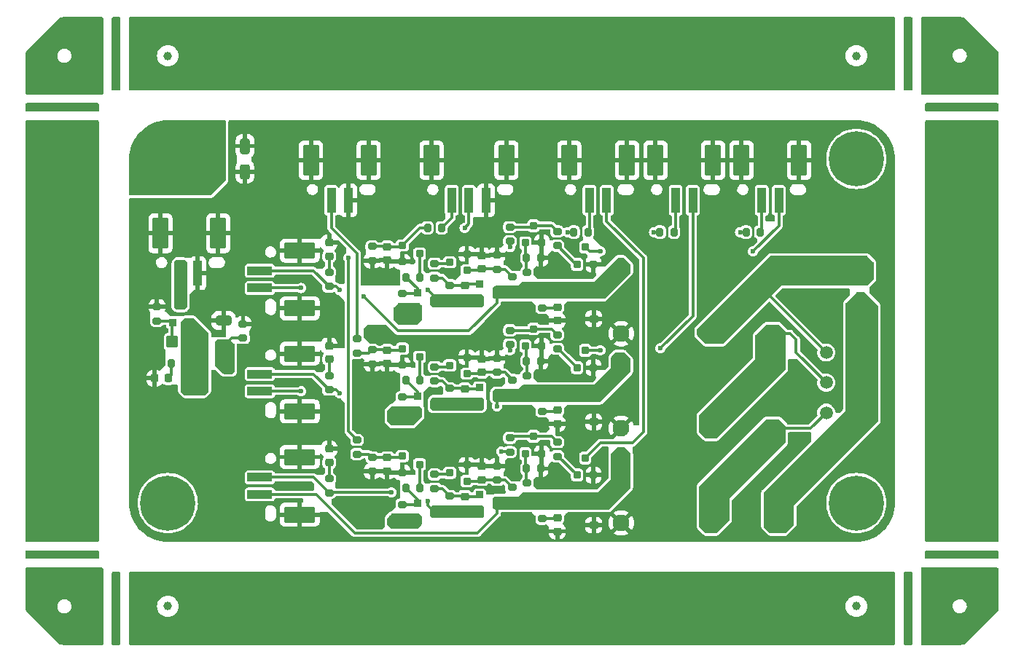
<source format=gbr>
%TF.GenerationSoftware,KiCad,Pcbnew,7.0.10*%
%TF.CreationDate,2024-07-30T22:44:23+09:00*%
%TF.ProjectId,Latch-Circuit,4c617463-682d-4436-9972-637569742e6b,rev?*%
%TF.SameCoordinates,Original*%
%TF.FileFunction,Copper,L1,Top*%
%TF.FilePolarity,Positive*%
%FSLAX46Y46*%
G04 Gerber Fmt 4.6, Leading zero omitted, Abs format (unit mm)*
G04 Created by KiCad (PCBNEW 7.0.10) date 2024-07-30 22:44:23*
%MOMM*%
%LPD*%
G01*
G04 APERTURE LIST*
G04 Aperture macros list*
%AMRoundRect*
0 Rectangle with rounded corners*
0 $1 Rounding radius*
0 $2 $3 $4 $5 $6 $7 $8 $9 X,Y pos of 4 corners*
0 Add a 4 corners polygon primitive as box body*
4,1,4,$2,$3,$4,$5,$6,$7,$8,$9,$2,$3,0*
0 Add four circle primitives for the rounded corners*
1,1,$1+$1,$2,$3*
1,1,$1+$1,$4,$5*
1,1,$1+$1,$6,$7*
1,1,$1+$1,$8,$9*
0 Add four rect primitives between the rounded corners*
20,1,$1+$1,$2,$3,$4,$5,0*
20,1,$1+$1,$4,$5,$6,$7,0*
20,1,$1+$1,$6,$7,$8,$9,0*
20,1,$1+$1,$8,$9,$2,$3,0*%
G04 Aperture macros list end*
%TA.AperFunction,SMDPad,CuDef*%
%ADD10RoundRect,0.200000X-0.275000X0.200000X-0.275000X-0.200000X0.275000X-0.200000X0.275000X0.200000X0*%
%TD*%
%TA.AperFunction,SMDPad,CuDef*%
%ADD11RoundRect,0.200000X0.200000X0.275000X-0.200000X0.275000X-0.200000X-0.275000X0.200000X-0.275000X0*%
%TD*%
%TA.AperFunction,ComponentPad*%
%ADD12C,1.950000*%
%TD*%
%TA.AperFunction,SMDPad,CuDef*%
%ADD13RoundRect,0.050000X-0.350000X-0.400000X0.350000X-0.400000X0.350000X0.400000X-0.350000X0.400000X0*%
%TD*%
%TA.AperFunction,SMDPad,CuDef*%
%ADD14RoundRect,0.200000X-0.200000X-0.275000X0.200000X-0.275000X0.200000X0.275000X-0.200000X0.275000X0*%
%TD*%
%TA.AperFunction,SMDPad,CuDef*%
%ADD15RoundRect,0.218750X-0.218750X-0.256250X0.218750X-0.256250X0.218750X0.256250X-0.218750X0.256250X0*%
%TD*%
%TA.AperFunction,SMDPad,CuDef*%
%ADD16RoundRect,0.050000X1.400000X-0.450000X1.400000X0.450000X-1.400000X0.450000X-1.400000X-0.450000X0*%
%TD*%
%TA.AperFunction,SMDPad,CuDef*%
%ADD17RoundRect,0.090000X1.710000X-0.810000X1.710000X0.810000X-1.710000X0.810000X-1.710000X-0.810000X0*%
%TD*%
%TA.AperFunction,SMDPad,CuDef*%
%ADD18RoundRect,0.050000X0.450000X1.400000X-0.450000X1.400000X-0.450000X-1.400000X0.450000X-1.400000X0*%
%TD*%
%TA.AperFunction,SMDPad,CuDef*%
%ADD19RoundRect,0.090000X0.810000X1.710000X-0.810000X1.710000X-0.810000X-1.710000X0.810000X-1.710000X0*%
%TD*%
%TA.AperFunction,SMDPad,CuDef*%
%ADD20C,1.500000*%
%TD*%
%TA.AperFunction,SMDPad,CuDef*%
%ADD21RoundRect,0.200000X0.275000X-0.200000X0.275000X0.200000X-0.275000X0.200000X-0.275000X-0.200000X0*%
%TD*%
%TA.AperFunction,ComponentPad*%
%ADD22C,0.800000*%
%TD*%
%TA.AperFunction,ComponentPad*%
%ADD23C,6.400000*%
%TD*%
%TA.AperFunction,ComponentPad*%
%ADD24RoundRect,0.050000X-1.187500X1.187500X-1.187500X-1.187500X1.187500X-1.187500X1.187500X1.187500X0*%
%TD*%
%TA.AperFunction,ComponentPad*%
%ADD25C,2.475000*%
%TD*%
%TA.AperFunction,SMDPad,CuDef*%
%ADD26RoundRect,0.100000X0.300000X-0.350000X0.300000X0.350000X-0.300000X0.350000X-0.300000X-0.350000X0*%
%TD*%
%TA.AperFunction,SMDPad,CuDef*%
%ADD27RoundRect,0.250000X0.650000X-0.325000X0.650000X0.325000X-0.650000X0.325000X-0.650000X-0.325000X0*%
%TD*%
%TA.AperFunction,SMDPad,CuDef*%
%ADD28RoundRect,0.100000X-0.375000X0.350000X-0.375000X-0.350000X0.375000X-0.350000X0.375000X0.350000X0*%
%TD*%
%TA.AperFunction,SMDPad,CuDef*%
%ADD29RoundRect,0.050000X-0.400000X0.350000X-0.400000X-0.350000X0.400000X-0.350000X0.400000X0.350000X0*%
%TD*%
%TA.AperFunction,SMDPad,CuDef*%
%ADD30RoundRect,0.225000X0.250000X-0.225000X0.250000X0.225000X-0.250000X0.225000X-0.250000X-0.225000X0*%
%TD*%
%TA.AperFunction,SMDPad,CuDef*%
%ADD31RoundRect,0.218750X0.256250X-0.218750X0.256250X0.218750X-0.256250X0.218750X-0.256250X-0.218750X0*%
%TD*%
%TA.AperFunction,ConnectorPad*%
%ADD32C,1.000000*%
%TD*%
%TA.AperFunction,SMDPad,CuDef*%
%ADD33RoundRect,0.100000X-0.350000X-0.300000X0.350000X-0.300000X0.350000X0.300000X-0.350000X0.300000X0*%
%TD*%
%TA.AperFunction,SMDPad,CuDef*%
%ADD34RoundRect,0.100000X0.350000X0.300000X-0.350000X0.300000X-0.350000X-0.300000X0.350000X-0.300000X0*%
%TD*%
%TA.AperFunction,SMDPad,CuDef*%
%ADD35RoundRect,0.218750X-0.256250X0.218750X-0.256250X-0.218750X0.256250X-0.218750X0.256250X0.218750X0*%
%TD*%
%TA.AperFunction,SMDPad,CuDef*%
%ADD36RoundRect,0.100000X1.200000X0.600000X-1.200000X0.600000X-1.200000X-0.600000X1.200000X-0.600000X0*%
%TD*%
%TA.AperFunction,SMDPad,CuDef*%
%ADD37RoundRect,0.100000X0.550000X0.600000X-0.550000X0.600000X-0.550000X-0.600000X0.550000X-0.600000X0*%
%TD*%
%TA.AperFunction,SMDPad,CuDef*%
%ADD38RoundRect,0.225000X-0.250000X0.225000X-0.250000X-0.225000X0.250000X-0.225000X0.250000X0.225000X0*%
%TD*%
%TA.AperFunction,SMDPad,CuDef*%
%ADD39RoundRect,0.250000X0.312500X0.625000X-0.312500X0.625000X-0.312500X-0.625000X0.312500X-0.625000X0*%
%TD*%
%TA.AperFunction,SMDPad,CuDef*%
%ADD40RoundRect,0.250000X-0.325000X-0.650000X0.325000X-0.650000X0.325000X0.650000X-0.325000X0.650000X0*%
%TD*%
%TA.AperFunction,ViaPad*%
%ADD41C,0.600000*%
%TD*%
%TA.AperFunction,Conductor*%
%ADD42C,0.300000*%
%TD*%
%TA.AperFunction,Conductor*%
%ADD43C,0.500000*%
%TD*%
G04 APERTURE END LIST*
D10*
%TO.P,R17,1*%
%TO.N,Net-(Q7-G)*%
X57000000Y-30675000D03*
%TO.P,R17,2*%
%TO.N,/AMS_RELAY_DRIVE*%
X57000000Y-32325000D03*
%TD*%
D11*
%TO.P,R15,1*%
%TO.N,GND*%
X60325000Y-40500000D03*
%TO.P,R15,2*%
%TO.N,Net-(Q6-G)*%
X58675000Y-40500000D03*
%TD*%
D12*
%TO.P,K3,1,1*%
%TO.N,GND*%
X69680000Y-59310000D03*
%TO.P,K3,2,2*%
%TO.N,Net-(K2-Pad3)*%
X79840000Y-59310000D03*
%TO.P,K3,3,3*%
%TO.N,/SHDN_OUT*%
X87460000Y-59310000D03*
%TO.P,K3,5,5*%
%TO.N,/IMD_RELAY_DRIVE*%
X69680000Y-51690000D03*
%TD*%
D10*
%TO.P,R46,1*%
%TO.N,Net-(Q17-D)*%
X48000000Y-53675000D03*
%TO.P,R46,2*%
%TO.N,Net-(Q19-G)*%
X48000000Y-55325000D03*
%TD*%
D13*
%TO.P,Q1,1,G*%
%TO.N,Net-(D1-A)*%
X17550000Y-36000000D03*
%TO.P,Q1,2,S*%
%TO.N,+12V*%
X19450000Y-36000000D03*
%TO.P,Q1,3,D*%
%TO.N,/GLV_IN*%
X18500000Y-34000000D03*
%TD*%
D14*
%TO.P,R11,1*%
%TO.N,Net-(Q5-G)*%
X44675000Y-30750000D03*
%TO.P,R11,2*%
%TO.N,Net-(Q4-D)*%
X46325000Y-30750000D03*
%TD*%
D15*
%TO.P,D2,1,K*%
%TO.N,GND*%
X15462500Y-42500000D03*
%TO.P,D2,2,A*%
%TO.N,Net-(D2-A)*%
X17037500Y-42500000D03*
%TD*%
D16*
%TO.P,J6,1,Pin_1*%
%TO.N,/TO_IMD_RST_SW*%
X27700000Y-54000000D03*
%TO.P,J6,2,Pin_2*%
%TO.N,/IMD_RELAY_DRIVE*%
X27700000Y-56000000D03*
D17*
%TO.P,J6,MP1,MountPin*%
%TO.N,GND*%
X32350000Y-51650000D03*
%TO.P,J6,MP2,MountPin*%
X32350000Y-58350000D03*
%TD*%
D14*
%TO.P,R34,1*%
%TO.N,Net-(Q13-G)*%
X44675000Y-42750000D03*
%TO.P,R34,2*%
%TO.N,Net-(Q11-D)*%
X46325000Y-42750000D03*
%TD*%
D18*
%TO.P,J10,1,Pin_1*%
%TO.N,/IMD_LED_A*%
X66000000Y-21800000D03*
%TO.P,J10,2,Pin_2*%
%TO.N,/IMD_LED_K*%
X68000000Y-21800000D03*
D19*
%TO.P,J10,MP1,MountPin*%
%TO.N,GND*%
X63650000Y-17150000D03*
%TO.P,J10,MP2,MountPin*%
X70350000Y-17150000D03*
%TD*%
D20*
%TO.P,TP3,1,1*%
%TO.N,Net-(K2-Pad3)*%
X93500000Y-46500000D03*
%TD*%
D21*
%TO.P,R20,1*%
%TO.N,Net-(Q9-G)*%
X62250000Y-39075000D03*
%TO.P,R20,2*%
%TO.N,Net-(Q6-D)*%
X62250000Y-37425000D03*
%TD*%
%TO.P,R8,1*%
%TO.N,GND*%
X40750000Y-28825000D03*
%TO.P,R8,2*%
%TO.N,Net-(Q4-G)*%
X40750000Y-27175000D03*
%TD*%
D22*
%TO.P,H4,1,1*%
%TO.N,unconnected-(H4-Pad1)*%
X94600000Y-57000000D03*
X95302944Y-55302944D03*
X95302944Y-58697056D03*
X97000000Y-54600000D03*
D23*
X97000000Y-57000000D03*
D22*
X97000000Y-59400000D03*
X98697056Y-55302944D03*
X98697056Y-58697056D03*
X99400000Y-57000000D03*
%TD*%
D10*
%TO.P,R37,1*%
%TO.N,Net-(D8-A)*%
X35750000Y-42175000D03*
%TO.P,R37,2*%
%TO.N,/TO_BSPD_RST_SW*%
X35750000Y-43825000D03*
%TD*%
D24*
%TO.P,J7,1,Pin_1*%
%TO.N,/SHDN_IN*%
X97550000Y-30000000D03*
D25*
%TO.P,J7,2,Pin_2*%
%TO.N,/SHDN_OUT*%
X97550000Y-33960000D03*
%TD*%
D26*
%TO.P,Q3,1,G*%
%TO.N,Net-(Q3-G)*%
X64550000Y-29250000D03*
%TO.P,Q3,2,S*%
%TO.N,GND*%
X66450000Y-29250000D03*
%TO.P,Q3,3,D*%
%TO.N,/AMS_LED_K*%
X65500000Y-27250000D03*
%TD*%
D10*
%TO.P,R40,1*%
%TO.N,Net-(Q16-G)*%
X57000000Y-42675000D03*
%TO.P,R40,2*%
%TO.N,/BSPD_RELAY_DRIVE*%
X57000000Y-44325000D03*
%TD*%
D21*
%TO.P,R28,1*%
%TO.N,GND*%
X40750000Y-40825000D03*
%TO.P,R28,2*%
%TO.N,Net-(Q11-G)*%
X40750000Y-39175000D03*
%TD*%
D10*
%TO.P,R41,1*%
%TO.N,GND*%
X55250000Y-40175000D03*
%TO.P,R41,2*%
%TO.N,Net-(Q16-G)*%
X55250000Y-41825000D03*
%TD*%
%TO.P,R16,1*%
%TO.N,Net-(Q8-G)*%
X49750000Y-31675000D03*
%TO.P,R16,2*%
%TO.N,/TO_AMS_RST_SW*%
X49750000Y-33325000D03*
%TD*%
D27*
%TO.P,C2,1*%
%TO.N,Net-(C1-Pad2)*%
X23500000Y-38725000D03*
%TO.P,C2,2*%
%TO.N,GND*%
X23500000Y-35775000D03*
%TD*%
D28*
%TO.P,D7,1,K*%
%TO.N,/IMD_RELAY_DRIVE*%
X66500000Y-56425000D03*
%TO.P,D7,2,A*%
%TO.N,GND*%
X66500000Y-59575000D03*
%TD*%
D21*
%TO.P,R29,1*%
%TO.N,GND*%
X40750000Y-53325000D03*
%TO.P,R29,2*%
%TO.N,Net-(Q12-G)*%
X40750000Y-51675000D03*
%TD*%
%TO.P,R22,1*%
%TO.N,Net-(D5-A)*%
X60500000Y-34325000D03*
%TO.P,R22,2*%
%TO.N,/AMS_RELAY_DRIVE*%
X60500000Y-32675000D03*
%TD*%
D29*
%TO.P,Q13,1,G*%
%TO.N,Net-(Q13-G)*%
X46000000Y-44550000D03*
%TO.P,Q13,2,S*%
%TO.N,+12V*%
X46000000Y-46450000D03*
%TO.P,Q13,3,D*%
%TO.N,/TO_BSPD_RST_SW*%
X48000000Y-45500000D03*
%TD*%
D11*
%TO.P,R36,1*%
%TO.N,/IMD_LED_A*%
X65825000Y-25500000D03*
%TO.P,R36,2*%
%TO.N,+12V*%
X64175000Y-25500000D03*
%TD*%
D10*
%TO.P,R5,1*%
%TO.N,GND*%
X25750000Y-36175000D03*
%TO.P,R5,2*%
%TO.N,Net-(C1-Pad2)*%
X25750000Y-37825000D03*
%TD*%
D30*
%TO.P,C11,1*%
%TO.N,Net-(Q17-G)*%
X53500000Y-54275000D03*
%TO.P,C11,2*%
%TO.N,GND*%
X53500000Y-52725000D03*
%TD*%
D26*
%TO.P,Q6,1,G*%
%TO.N,Net-(Q6-G)*%
X58550000Y-38750000D03*
%TO.P,Q6,2,S*%
%TO.N,GND*%
X60450000Y-38750000D03*
%TO.P,Q6,3,D*%
%TO.N,Net-(Q6-D)*%
X59500000Y-36750000D03*
%TD*%
D16*
%TO.P,J4,1,Pin_1*%
%TO.N,/TO_AMS_RST_SW*%
X27700000Y-30000000D03*
%TO.P,J4,2,Pin_2*%
%TO.N,/AMS_RELAY_DRIVE*%
X27700000Y-32000000D03*
D17*
%TO.P,J4,MP1,MountPin*%
%TO.N,GND*%
X32350000Y-27650000D03*
%TO.P,J4,MP2,MountPin*%
X32350000Y-34350000D03*
%TD*%
D31*
%TO.P,D5,1,K*%
%TO.N,GND*%
X62250000Y-35787500D03*
%TO.P,D5,2,A*%
%TO.N,Net-(D5-A)*%
X62250000Y-34212500D03*
%TD*%
D10*
%TO.P,R9,1*%
%TO.N,Net-(Q5-G)*%
X44250000Y-32675000D03*
%TO.P,R9,2*%
%TO.N,+12V*%
X44250000Y-34325000D03*
%TD*%
D32*
%TO.P,REF\u002A\u002A,*%
%TO.N,*%
X17000000Y-69000000D03*
%TD*%
D18*
%TO.P,J1,1,Pin_1*%
%TO.N,/GLV_IN*%
X18500000Y-30300000D03*
%TO.P,J1,2,Pin_2*%
%TO.N,GND*%
X20500000Y-30300000D03*
D19*
%TO.P,J1,MP1,MountPin*%
X16150000Y-25650000D03*
%TO.P,J1,MP2,MountPin*%
X22850000Y-25650000D03*
%TD*%
D10*
%TO.P,R2,1*%
%TO.N,GND*%
X15750000Y-34175000D03*
%TO.P,R2,2*%
%TO.N,Net-(D1-A)*%
X15750000Y-35825000D03*
%TD*%
D29*
%TO.P,Q19,1,G*%
%TO.N,Net-(Q19-G)*%
X53250000Y-56050000D03*
%TO.P,Q19,2,S*%
%TO.N,/TO_IMD_RST_SW*%
X53250000Y-57950000D03*
%TO.P,Q19,3,D*%
%TO.N,/IMD_RELAY_DRIVE*%
X55250000Y-57000000D03*
%TD*%
D30*
%TO.P,C8,1*%
%TO.N,/TO_BSPD_RST_SW*%
X51500000Y-45275000D03*
%TO.P,C8,2*%
%TO.N,Net-(Q18-G)*%
X51500000Y-43725000D03*
%TD*%
D18*
%TO.P,J9,1,Pin_1*%
%TO.N,/BSPD_LED_A*%
X76000000Y-21800000D03*
%TO.P,J9,2,Pin_2*%
%TO.N,/BSPD_LED_K*%
X78000000Y-21800000D03*
D19*
%TO.P,J9,MP1,MountPin*%
%TO.N,GND*%
X73650000Y-17150000D03*
%TO.P,J9,MP2,MountPin*%
X80350000Y-17150000D03*
%TD*%
D30*
%TO.P,C10,1*%
%TO.N,/TO_IMD_RST_SW*%
X51500000Y-57775000D03*
%TO.P,C10,2*%
%TO.N,Net-(Q19-G)*%
X51500000Y-56225000D03*
%TD*%
D10*
%TO.P,R43,1*%
%TO.N,Net-(Q17-G)*%
X57000000Y-55175000D03*
%TO.P,R43,2*%
%TO.N,/IMD_RELAY_DRIVE*%
X57000000Y-56825000D03*
%TD*%
D12*
%TO.P,K2,1,1*%
%TO.N,GND*%
X69680000Y-48310000D03*
%TO.P,K2,2,2*%
%TO.N,Net-(K1-Pad3)*%
X79840000Y-48310000D03*
%TO.P,K2,3,3*%
%TO.N,Net-(K2-Pad3)*%
X87460000Y-48310000D03*
%TO.P,K2,5,5*%
%TO.N,/BSPD_RELAY_DRIVE*%
X69680000Y-40690000D03*
%TD*%
D11*
%TO.P,R25,1*%
%TO.N,GND*%
X60325000Y-53000000D03*
%TO.P,R25,2*%
%TO.N,Net-(Q10-G)*%
X58675000Y-53000000D03*
%TD*%
D30*
%TO.P,C4,1*%
%TO.N,/TO_AMS_RST_SW*%
X51500000Y-33275000D03*
%TO.P,C4,2*%
%TO.N,Net-(Q8-G)*%
X51500000Y-31725000D03*
%TD*%
D33*
%TO.P,Q11,1,G*%
%TO.N,Net-(Q11-G)*%
X44250000Y-39050000D03*
%TO.P,Q11,2,S*%
%TO.N,GND*%
X44250000Y-40950000D03*
%TO.P,Q11,3,D*%
%TO.N,Net-(Q11-D)*%
X46250000Y-40000000D03*
%TD*%
D32*
%TO.P,REF\u002A\u002A,*%
%TO.N,*%
X17000000Y-5000000D03*
%TD*%
D10*
%TO.P,R38,1*%
%TO.N,Net-(D9-A)*%
X35750000Y-54175000D03*
%TO.P,R38,2*%
%TO.N,/TO_IMD_RST_SW*%
X35750000Y-55825000D03*
%TD*%
D26*
%TO.P,Q9,1,G*%
%TO.N,Net-(Q9-G)*%
X64550000Y-41250000D03*
%TO.P,Q9,2,S*%
%TO.N,GND*%
X66450000Y-41250000D03*
%TO.P,Q9,3,D*%
%TO.N,/BSPD_LED_K*%
X65500000Y-39250000D03*
%TD*%
D34*
%TO.P,Q17,1,G*%
%TO.N,Net-(Q17-G)*%
X51750000Y-54450000D03*
%TO.P,Q17,2,S*%
%TO.N,GND*%
X51750000Y-52550000D03*
%TO.P,Q17,3,D*%
%TO.N,Net-(Q17-D)*%
X49750000Y-53500000D03*
%TD*%
D10*
%TO.P,R13,1*%
%TO.N,Net-(D3-A)*%
X35750000Y-30175000D03*
%TO.P,R13,2*%
%TO.N,/TO_AMS_RST_SW*%
X35750000Y-31825000D03*
%TD*%
%TO.P,R42,1*%
%TO.N,Net-(Q19-G)*%
X49750000Y-56175000D03*
%TO.P,R42,2*%
%TO.N,/TO_IMD_RST_SW*%
X49750000Y-57825000D03*
%TD*%
%TO.P,R24,1*%
%TO.N,Net-(Q10-G)*%
X58750000Y-54675000D03*
%TO.P,R24,2*%
%TO.N,/IMD_RELAY_DRIVE*%
X58750000Y-56325000D03*
%TD*%
D35*
%TO.P,D3,1,K*%
%TO.N,GND*%
X35750000Y-26712500D03*
%TO.P,D3,2,A*%
%TO.N,Net-(D3-A)*%
X35750000Y-28287500D03*
%TD*%
D30*
%TO.P,C9,1*%
%TO.N,Net-(Q16-G)*%
X53500000Y-41775000D03*
%TO.P,C9,2*%
%TO.N,GND*%
X53500000Y-40225000D03*
%TD*%
D32*
%TO.P,REF\u002A\u002A,*%
%TO.N,*%
X97000000Y-5000000D03*
%TD*%
D21*
%TO.P,R47,1*%
%TO.N,Net-(D10-A)*%
X60500000Y-46325000D03*
%TO.P,R47,2*%
%TO.N,/BSPD_RELAY_DRIVE*%
X60500000Y-44675000D03*
%TD*%
%TO.P,R27,1*%
%TO.N,Net-(Q12-G)*%
X39000000Y-51325000D03*
%TO.P,R27,2*%
%TO.N,/IMD_STATUS*%
X39000000Y-49675000D03*
%TD*%
D36*
%TO.P,D1,1,K*%
%TO.N,+12V*%
X19975000Y-38250000D03*
D37*
%TO.P,D1,2,A*%
%TO.N,Net-(D1-A)*%
X17525000Y-38250000D03*
%TD*%
D34*
%TO.P,Q7,1,G*%
%TO.N,Net-(Q7-G)*%
X51750000Y-29950000D03*
%TO.P,Q7,2,S*%
%TO.N,GND*%
X51750000Y-28050000D03*
%TO.P,Q7,3,D*%
%TO.N,Net-(Q7-D)*%
X49750000Y-29000000D03*
%TD*%
D10*
%TO.P,R4,1*%
%TO.N,Net-(Q2-D)*%
X56750000Y-24925000D03*
%TO.P,R4,2*%
%TO.N,+12V*%
X56750000Y-26575000D03*
%TD*%
D21*
%TO.P,R26,1*%
%TO.N,Net-(Q11-G)*%
X39000000Y-39575000D03*
%TO.P,R26,2*%
%TO.N,/BSPD_STATUS*%
X39000000Y-37925000D03*
%TD*%
D14*
%TO.P,R35,1*%
%TO.N,Net-(Q14-G)*%
X44675000Y-55250000D03*
%TO.P,R35,2*%
%TO.N,Net-(Q12-D)*%
X46325000Y-55250000D03*
%TD*%
D28*
%TO.P,D4,1,K*%
%TO.N,/AMS_RELAY_DRIVE*%
X66500000Y-32425000D03*
%TO.P,D4,2,A*%
%TO.N,GND*%
X66500000Y-35575000D03*
%TD*%
D38*
%TO.P,C7,1*%
%TO.N,Net-(Q12-G)*%
X42500000Y-51725000D03*
%TO.P,C7,2*%
%TO.N,GND*%
X42500000Y-53275000D03*
%TD*%
D18*
%TO.P,J2,1,Pin_1*%
%TO.N,/AMS_STATUS*%
X50000000Y-21800000D03*
%TO.P,J2,2,Pin_2*%
%TO.N,/IMD_STATUS*%
X52000000Y-21800000D03*
%TO.P,J2,3,Pin_3*%
%TO.N,GND*%
X54000000Y-21800000D03*
D19*
%TO.P,J2,MP1,MountPin*%
X47650000Y-17150000D03*
%TO.P,J2,MP2,MountPin*%
X56350000Y-17150000D03*
%TD*%
D14*
%TO.P,R6,1*%
%TO.N,Net-(Q4-G)*%
X47175000Y-25000000D03*
%TO.P,R6,2*%
%TO.N,/AMS_STATUS*%
X48825000Y-25000000D03*
%TD*%
D28*
%TO.P,D6,1,K*%
%TO.N,/BSPD_RELAY_DRIVE*%
X66500000Y-44425000D03*
%TO.P,D6,2,A*%
%TO.N,GND*%
X66500000Y-47575000D03*
%TD*%
D31*
%TO.P,D11,1,K*%
%TO.N,GND*%
X62250000Y-60287500D03*
%TO.P,D11,2,A*%
%TO.N,Net-(D11-A)*%
X62250000Y-58712500D03*
%TD*%
D10*
%TO.P,R44,1*%
%TO.N,GND*%
X55250000Y-52675000D03*
%TO.P,R44,2*%
%TO.N,Net-(Q17-G)*%
X55250000Y-54325000D03*
%TD*%
D26*
%TO.P,Q2,1,G*%
%TO.N,Net-(Q2-G)*%
X58550000Y-26750000D03*
%TO.P,Q2,2,S*%
%TO.N,GND*%
X60450000Y-26750000D03*
%TO.P,Q2,3,D*%
%TO.N,Net-(Q2-D)*%
X59500000Y-24750000D03*
%TD*%
D33*
%TO.P,Q12,1,G*%
%TO.N,Net-(Q12-G)*%
X44250000Y-51550000D03*
%TO.P,Q12,2,S*%
%TO.N,GND*%
X44250000Y-53450000D03*
%TO.P,Q12,3,D*%
%TO.N,Net-(Q12-D)*%
X46250000Y-52500000D03*
%TD*%
D11*
%TO.P,R23,1*%
%TO.N,/BSPD_LED_A*%
X75825000Y-25500000D03*
%TO.P,R23,2*%
%TO.N,+12V*%
X74175000Y-25500000D03*
%TD*%
D35*
%TO.P,D9,1,K*%
%TO.N,GND*%
X35750000Y-50712500D03*
%TO.P,D9,2,A*%
%TO.N,Net-(D9-A)*%
X35750000Y-52287500D03*
%TD*%
D10*
%TO.P,R32,1*%
%TO.N,Net-(Q13-G)*%
X44250000Y-44675000D03*
%TO.P,R32,2*%
%TO.N,+12V*%
X44250000Y-46325000D03*
%TD*%
D39*
%TO.P,R49,1*%
%TO.N,GND*%
X25962500Y-18500000D03*
%TO.P,R49,2*%
%TO.N,Net-(C12-Pad1)*%
X23037500Y-18500000D03*
%TD*%
D20*
%TO.P,TP1,1,1*%
%TO.N,/SHDN_IN*%
X93500000Y-39500000D03*
%TD*%
D29*
%TO.P,Q14,1,G*%
%TO.N,Net-(Q14-G)*%
X46000000Y-57050000D03*
%TO.P,Q14,2,S*%
%TO.N,+12V*%
X46000000Y-58950000D03*
%TO.P,Q14,3,D*%
%TO.N,/TO_IMD_RST_SW*%
X48000000Y-58000000D03*
%TD*%
D11*
%TO.P,R3,1*%
%TO.N,GND*%
X60325000Y-28500000D03*
%TO.P,R3,2*%
%TO.N,Net-(Q2-G)*%
X58675000Y-28500000D03*
%TD*%
D31*
%TO.P,D10,1,K*%
%TO.N,GND*%
X62250000Y-47787500D03*
%TO.P,D10,2,A*%
%TO.N,Net-(D10-A)*%
X62250000Y-46212500D03*
%TD*%
D34*
%TO.P,Q16,1,G*%
%TO.N,Net-(Q16-G)*%
X51750000Y-41950000D03*
%TO.P,Q16,2,S*%
%TO.N,GND*%
X51750000Y-40050000D03*
%TO.P,Q16,3,D*%
%TO.N,Net-(Q16-D)*%
X49750000Y-41000000D03*
%TD*%
D10*
%TO.P,R30,1*%
%TO.N,Net-(Q10-D)*%
X56750000Y-49425000D03*
%TO.P,R30,2*%
%TO.N,+12V*%
X56750000Y-51075000D03*
%TD*%
D29*
%TO.P,Q5,1,G*%
%TO.N,Net-(Q5-G)*%
X46000000Y-32550000D03*
%TO.P,Q5,2,S*%
%TO.N,+12V*%
X46000000Y-34450000D03*
%TO.P,Q5,3,D*%
%TO.N,/TO_AMS_RST_SW*%
X48000000Y-33500000D03*
%TD*%
D16*
%TO.P,J5,1,Pin_1*%
%TO.N,/TO_BSPD_RST_SW*%
X27700000Y-42000000D03*
%TO.P,J5,2,Pin_2*%
%TO.N,/BSPD_RELAY_DRIVE*%
X27700000Y-44000000D03*
D17*
%TO.P,J5,MP1,MountPin*%
%TO.N,GND*%
X32350000Y-39650000D03*
%TO.P,J5,MP2,MountPin*%
X32350000Y-46350000D03*
%TD*%
D10*
%TO.P,R21,1*%
%TO.N,Net-(Q7-D)*%
X48000000Y-29175000D03*
%TO.P,R21,2*%
%TO.N,Net-(Q8-G)*%
X48000000Y-30825000D03*
%TD*%
D26*
%TO.P,Q10,1,G*%
%TO.N,Net-(Q10-G)*%
X58550000Y-51250000D03*
%TO.P,Q10,2,S*%
%TO.N,GND*%
X60450000Y-51250000D03*
%TO.P,Q10,3,D*%
%TO.N,Net-(Q10-D)*%
X59500000Y-49250000D03*
%TD*%
D38*
%TO.P,C6,1*%
%TO.N,Net-(Q11-G)*%
X42500000Y-39225000D03*
%TO.P,C6,2*%
%TO.N,GND*%
X42500000Y-40775000D03*
%TD*%
D10*
%TO.P,R33,1*%
%TO.N,Net-(Q14-G)*%
X44250000Y-57175000D03*
%TO.P,R33,2*%
%TO.N,+12V*%
X44250000Y-58825000D03*
%TD*%
D18*
%TO.P,J3,1,Pin_1*%
%TO.N,/BSPD_STATUS*%
X36000000Y-21800000D03*
%TO.P,J3,2,Pin_2*%
%TO.N,GND*%
X38000000Y-21800000D03*
D19*
%TO.P,J3,MP1,MountPin*%
X33650000Y-17150000D03*
%TO.P,J3,MP2,MountPin*%
X40350000Y-17150000D03*
%TD*%
D29*
%TO.P,Q18,1,G*%
%TO.N,Net-(Q18-G)*%
X53250000Y-43550000D03*
%TO.P,Q18,2,S*%
%TO.N,/TO_BSPD_RST_SW*%
X53250000Y-45450000D03*
%TO.P,Q18,3,D*%
%TO.N,/BSPD_RELAY_DRIVE*%
X55250000Y-44500000D03*
%TD*%
D21*
%TO.P,R31,1*%
%TO.N,Net-(Q15-G)*%
X62250000Y-51575000D03*
%TO.P,R31,2*%
%TO.N,Net-(Q10-D)*%
X62250000Y-49925000D03*
%TD*%
D30*
%TO.P,C5,1*%
%TO.N,Net-(Q7-G)*%
X53500000Y-29775000D03*
%TO.P,C5,2*%
%TO.N,GND*%
X53500000Y-28225000D03*
%TD*%
D22*
%TO.P,H1,1,1*%
%TO.N,Net-(C12-Pad1)*%
X14600000Y-17000000D03*
X15302944Y-15302944D03*
X15302944Y-18697056D03*
X17000000Y-14600000D03*
D23*
X17000000Y-17000000D03*
D22*
X17000000Y-19400000D03*
X18697056Y-15302944D03*
X18697056Y-18697056D03*
X19400000Y-17000000D03*
%TD*%
D10*
%TO.P,R1,1*%
%TO.N,Net-(Q2-G)*%
X58750000Y-30175000D03*
%TO.P,R1,2*%
%TO.N,/AMS_RELAY_DRIVE*%
X58750000Y-31825000D03*
%TD*%
D14*
%TO.P,R12,1*%
%TO.N,Net-(D2-A)*%
X17425000Y-40750000D03*
%TO.P,R12,2*%
%TO.N,+12V*%
X19075000Y-40750000D03*
%TD*%
D20*
%TO.P,TP4,1,1*%
%TO.N,/SHDN_OUT*%
X93500000Y-50000000D03*
%TD*%
D40*
%TO.P,C1,1*%
%TO.N,+12V*%
X21025000Y-41000000D03*
%TO.P,C1,2*%
%TO.N,Net-(C1-Pad2)*%
X23975000Y-41000000D03*
%TD*%
D21*
%TO.P,R48,1*%
%TO.N,Net-(D11-A)*%
X60500000Y-58825000D03*
%TO.P,R48,2*%
%TO.N,/IMD_RELAY_DRIVE*%
X60500000Y-57175000D03*
%TD*%
D38*
%TO.P,C3,1*%
%TO.N,Net-(Q4-G)*%
X42500000Y-27225000D03*
%TO.P,C3,2*%
%TO.N,GND*%
X42500000Y-28775000D03*
%TD*%
D10*
%TO.P,R18,1*%
%TO.N,GND*%
X55250000Y-28175000D03*
%TO.P,R18,2*%
%TO.N,Net-(Q7-G)*%
X55250000Y-29825000D03*
%TD*%
D35*
%TO.P,D8,1,K*%
%TO.N,GND*%
X35750000Y-38712500D03*
%TO.P,D8,2,A*%
%TO.N,Net-(D8-A)*%
X35750000Y-40287500D03*
%TD*%
D10*
%TO.P,R45,1*%
%TO.N,Net-(Q16-D)*%
X48000000Y-41175000D03*
%TO.P,R45,2*%
%TO.N,Net-(Q18-G)*%
X48000000Y-42825000D03*
%TD*%
D22*
%TO.P,H3,1,1*%
%TO.N,unconnected-(H3-Pad1)*%
X14600000Y-57000000D03*
X15302944Y-55302944D03*
X15302944Y-58697056D03*
X17000000Y-54600000D03*
D23*
X17000000Y-57000000D03*
D22*
X17000000Y-59400000D03*
X18697056Y-55302944D03*
X18697056Y-58697056D03*
X19400000Y-57000000D03*
%TD*%
D40*
%TO.P,C12,1*%
%TO.N,Net-(C12-Pad1)*%
X23025000Y-15500000D03*
%TO.P,C12,2*%
%TO.N,GND*%
X25975000Y-15500000D03*
%TD*%
D29*
%TO.P,Q8,1,G*%
%TO.N,Net-(Q8-G)*%
X53250000Y-31550000D03*
%TO.P,Q8,2,S*%
%TO.N,/TO_AMS_RST_SW*%
X53250000Y-33450000D03*
%TO.P,Q8,3,D*%
%TO.N,/AMS_RELAY_DRIVE*%
X55250000Y-32500000D03*
%TD*%
D10*
%TO.P,R39,1*%
%TO.N,Net-(Q18-G)*%
X49750000Y-43675000D03*
%TO.P,R39,2*%
%TO.N,/TO_BSPD_RST_SW*%
X49750000Y-45325000D03*
%TD*%
D12*
%TO.P,K1,1,1*%
%TO.N,GND*%
X69680000Y-37310000D03*
%TO.P,K1,2,2*%
%TO.N,/SHDN_IN*%
X79840000Y-37310000D03*
%TO.P,K1,3,3*%
%TO.N,Net-(K1-Pad3)*%
X87460000Y-37310000D03*
%TO.P,K1,5,5*%
%TO.N,/AMS_RELAY_DRIVE*%
X69680000Y-29690000D03*
%TD*%
D10*
%TO.P,R19,1*%
%TO.N,Net-(Q6-D)*%
X56750000Y-36925000D03*
%TO.P,R19,2*%
%TO.N,+12V*%
X56750000Y-38575000D03*
%TD*%
D18*
%TO.P,J8,1,Pin_1*%
%TO.N,/AMS_LED_A*%
X86000000Y-21800000D03*
%TO.P,J8,2,Pin_2*%
%TO.N,/AMS_LED_K*%
X88000000Y-21800000D03*
D19*
%TO.P,J8,MP1,MountPin*%
%TO.N,GND*%
X83650000Y-17150000D03*
%TO.P,J8,MP2,MountPin*%
X90350000Y-17150000D03*
%TD*%
D22*
%TO.P,H2,1,1*%
%TO.N,unconnected-(H2-Pad1)*%
X94600000Y-17000000D03*
X95302944Y-15302944D03*
X95302944Y-18697056D03*
X97000000Y-14600000D03*
D23*
X97000000Y-17000000D03*
D22*
X97000000Y-19400000D03*
X98697056Y-15302944D03*
X98697056Y-18697056D03*
X99400000Y-17000000D03*
%TD*%
D21*
%TO.P,R7,1*%
%TO.N,Net-(Q3-G)*%
X62250000Y-27075000D03*
%TO.P,R7,2*%
%TO.N,Net-(Q2-D)*%
X62250000Y-25425000D03*
%TD*%
D11*
%TO.P,R10,1*%
%TO.N,/AMS_LED_A*%
X85825000Y-25500000D03*
%TO.P,R10,2*%
%TO.N,+12V*%
X84175000Y-25500000D03*
%TD*%
D26*
%TO.P,Q15,1,G*%
%TO.N,Net-(Q15-G)*%
X64550000Y-53750000D03*
%TO.P,Q15,2,S*%
%TO.N,GND*%
X66450000Y-53750000D03*
%TO.P,Q15,3,D*%
%TO.N,/IMD_LED_K*%
X65500000Y-51750000D03*
%TD*%
D10*
%TO.P,R14,1*%
%TO.N,Net-(Q6-G)*%
X58750000Y-42175000D03*
%TO.P,R14,2*%
%TO.N,/BSPD_RELAY_DRIVE*%
X58750000Y-43825000D03*
%TD*%
D33*
%TO.P,Q4,1,G*%
%TO.N,Net-(Q4-G)*%
X44250000Y-27050000D03*
%TO.P,Q4,2,S*%
%TO.N,GND*%
X44250000Y-28950000D03*
%TO.P,Q4,3,D*%
%TO.N,Net-(Q4-D)*%
X46250000Y-28000000D03*
%TD*%
D20*
%TO.P,TP2,1,1*%
%TO.N,Net-(K1-Pad3)*%
X93500000Y-43000000D03*
%TD*%
D32*
%TO.P,REF\u002A\u002A,*%
%TO.N,*%
X97000000Y-69000000D03*
%TD*%
D41*
%TO.N,GND*%
X96750000Y-51250000D03*
X63500000Y-47250000D03*
X25500000Y-51000000D03*
X85000000Y-36000000D03*
X23250000Y-51000000D03*
X13000000Y-54500000D03*
X25500000Y-55000000D03*
X32000000Y-31000000D03*
X50250000Y-50000000D03*
X47250000Y-51500000D03*
X101000000Y-29500000D03*
X92000000Y-61000000D03*
X41750000Y-54500000D03*
X54250000Y-55250000D03*
X47500000Y-40000000D03*
X42000000Y-13000000D03*
X77000000Y-24250000D03*
X49000000Y-54500000D03*
X17750000Y-43750000D03*
X36500000Y-49250000D03*
X27750000Y-28750000D03*
X56500000Y-35750000D03*
X17000000Y-61000000D03*
X71250000Y-33000000D03*
X55750000Y-37500000D03*
X57500000Y-29500000D03*
X71250000Y-44750000D03*
X34500000Y-25750000D03*
X87000000Y-23750000D03*
X55750000Y-43000000D03*
X82750000Y-24250000D03*
X13000000Y-22000000D03*
X41250000Y-42250000D03*
X47000000Y-13000000D03*
X17000000Y-22000000D03*
X66500000Y-55000000D03*
X33500000Y-37000000D03*
X89250000Y-21750000D03*
X33500000Y-43750000D03*
X63500000Y-34000000D03*
X37750000Y-25500000D03*
X54500000Y-61000000D03*
X20000000Y-32750000D03*
X78000000Y-57000000D03*
X82000000Y-13000000D03*
X97000000Y-13000000D03*
X71250000Y-47000000D03*
X25500000Y-57250000D03*
X79000000Y-30750000D03*
X37000000Y-45500000D03*
X33750000Y-31000000D03*
X62250000Y-55000000D03*
X13000000Y-44500000D03*
X41750000Y-24000000D03*
X67000000Y-61000000D03*
X59250000Y-58500000D03*
X52750000Y-49500000D03*
X13000000Y-27000000D03*
X50250000Y-27750000D03*
X66500000Y-38250000D03*
X23000000Y-46500000D03*
X48500000Y-44000000D03*
X47500000Y-28000000D03*
X57500000Y-52000000D03*
X13000000Y-29500000D03*
X40000000Y-50500000D03*
X13000000Y-24500000D03*
X93250000Y-54750000D03*
X101000000Y-27000000D03*
X82500000Y-31750000D03*
X81750000Y-51000000D03*
X101000000Y-34500000D03*
X15750000Y-33000000D03*
X59250000Y-46000000D03*
X101000000Y-52000000D03*
X29750000Y-43000000D03*
X73250000Y-40000000D03*
X29500000Y-61000000D03*
X73250000Y-33250000D03*
X65750000Y-42500000D03*
X19250000Y-48500000D03*
X48750000Y-23750000D03*
X39000000Y-59500000D03*
X61750000Y-40250000D03*
X47750000Y-38000000D03*
X85500000Y-55750000D03*
X40000000Y-31250000D03*
X34500000Y-37750000D03*
X56750000Y-41000000D03*
X99750000Y-14250000D03*
X46500000Y-26000000D03*
X48750000Y-28250000D03*
X75000000Y-24250000D03*
X25500000Y-43000000D03*
X82000000Y-61000000D03*
X69750000Y-43750000D03*
X29750000Y-31000000D03*
X48750000Y-52750000D03*
X21000000Y-50250000D03*
X77000000Y-61000000D03*
X32000000Y-61000000D03*
X90750000Y-32500000D03*
X59500000Y-61000000D03*
X93250000Y-32500000D03*
X47250000Y-44250000D03*
X27750000Y-57250000D03*
X52500000Y-25250000D03*
X99000000Y-32250000D03*
X75250000Y-39250000D03*
X35000000Y-45250000D03*
X94500000Y-61000000D03*
X48000000Y-26000000D03*
X78000000Y-47000000D03*
X54250000Y-39000000D03*
X34750000Y-29250000D03*
X89750000Y-51250000D03*
X63000000Y-49000000D03*
X39250000Y-23750000D03*
X13000000Y-49500000D03*
X64500000Y-52500000D03*
X46250000Y-24000000D03*
X85500000Y-28750000D03*
X95000000Y-43250000D03*
X85500000Y-47250000D03*
X63750000Y-42500000D03*
X64500000Y-40000000D03*
X60000000Y-30500000D03*
X22000000Y-22000000D03*
X56000000Y-24000000D03*
X61100000Y-37550000D03*
X101000000Y-49500000D03*
X68000000Y-34000000D03*
X61000000Y-35750000D03*
X24500000Y-13000000D03*
X19500000Y-22000000D03*
X57500000Y-40250000D03*
X55750000Y-55500000D03*
X34750000Y-22000000D03*
X22000000Y-61000000D03*
X52000000Y-13000000D03*
X87500000Y-53500000D03*
X98250000Y-49750000D03*
X67750000Y-38000000D03*
X67750000Y-53750000D03*
X80000000Y-52750000D03*
X101000000Y-44500000D03*
X83750000Y-49000000D03*
X85000000Y-24250000D03*
X50500000Y-30250000D03*
X17750000Y-46250000D03*
X14500000Y-22000000D03*
X13000000Y-42000000D03*
X72000000Y-13000000D03*
X22500000Y-44500000D03*
X69250000Y-24250000D03*
X71250000Y-35250000D03*
X55500000Y-46750000D03*
X73250000Y-43750000D03*
X44000000Y-24000000D03*
X78500000Y-38500000D03*
X97500000Y-27500000D03*
X27750000Y-47000000D03*
X26750000Y-33250000D03*
X65000000Y-35500000D03*
X19500000Y-28000000D03*
X74500000Y-61000000D03*
X69250000Y-22000000D03*
X84500000Y-39500000D03*
X71250000Y-24250000D03*
X35500000Y-58500000D03*
X54250000Y-48000000D03*
X61750000Y-52750000D03*
X77000000Y-19750000D03*
X24500000Y-18000000D03*
X83000000Y-58750000D03*
X67750000Y-51000000D03*
X87000000Y-19750000D03*
X23750000Y-20500000D03*
X24500000Y-15500000D03*
X99750000Y-48250000D03*
X45000000Y-50000000D03*
X28500000Y-38250000D03*
X29750000Y-41000000D03*
X18000000Y-28000000D03*
X92750000Y-44250000D03*
X91500000Y-42250000D03*
X45000000Y-38000000D03*
X16250000Y-39000000D03*
X65750000Y-46000000D03*
X91000000Y-38250000D03*
X55500000Y-49500000D03*
X57750000Y-41500000D03*
X54000000Y-19500000D03*
X49500000Y-13000000D03*
X91250000Y-49250000D03*
X95000000Y-27500000D03*
X32250000Y-43000000D03*
X66500000Y-52500000D03*
X90500000Y-58750000D03*
X35000000Y-23750000D03*
X73250000Y-41750000D03*
X57750000Y-54000000D03*
X43500000Y-31250000D03*
X61100000Y-50050000D03*
X13000000Y-39500000D03*
X71250000Y-28750000D03*
X86750000Y-34250000D03*
X45500000Y-27000000D03*
X66750000Y-49250000D03*
X91500000Y-56500000D03*
X51750000Y-51250000D03*
X84000000Y-47250000D03*
X81000000Y-39250000D03*
X21500000Y-36000000D03*
X73250000Y-31000000D03*
X27750000Y-52750000D03*
X16250000Y-41000000D03*
X37250000Y-27500000D03*
X24000000Y-42750000D03*
X72000000Y-61000000D03*
X43500000Y-42250000D03*
X43250000Y-50750000D03*
X13000000Y-52000000D03*
X38500000Y-56750000D03*
X57950000Y-37700000D03*
X67000000Y-19750000D03*
X85500000Y-45750000D03*
X89500000Y-40750000D03*
X32250000Y-25750000D03*
X51000000Y-19750000D03*
X39750000Y-52250000D03*
X58500000Y-24000000D03*
X68000000Y-28750000D03*
X35000000Y-47750000D03*
X89750000Y-47500000D03*
X41750000Y-30000000D03*
X92500000Y-27500000D03*
X90000000Y-27500000D03*
X17000000Y-30500000D03*
X22500000Y-37250000D03*
X67750000Y-58500000D03*
X54500000Y-35750000D03*
X101000000Y-32000000D03*
X78250000Y-54500000D03*
X87000000Y-44250000D03*
X63250000Y-50750000D03*
X89500000Y-61000000D03*
X57000000Y-13000000D03*
X79000000Y-32750000D03*
X52750000Y-37500000D03*
X81250000Y-43250000D03*
X74750000Y-22000000D03*
X60750000Y-48250000D03*
X39500000Y-22000000D03*
X64250000Y-55000000D03*
X34500000Y-13000000D03*
X63500000Y-58500000D03*
X14500000Y-41250000D03*
X95000000Y-46000000D03*
X37000000Y-24000000D03*
X60000000Y-55000000D03*
X56250000Y-58500000D03*
X50500000Y-52500000D03*
X36500000Y-57000000D03*
X56500000Y-53500000D03*
X77000000Y-13000000D03*
X43250000Y-30000000D03*
X51750000Y-26750000D03*
X68000000Y-45500000D03*
X27750000Y-51000000D03*
X84500000Y-61000000D03*
X73250000Y-28750000D03*
X101000000Y-24500000D03*
X37000000Y-47250000D03*
X14500000Y-34250000D03*
X93500000Y-41500000D03*
X50500000Y-40000000D03*
X67000000Y-13000000D03*
X41750000Y-26000000D03*
X16500000Y-37000000D03*
X95000000Y-39750000D03*
X13000000Y-57000000D03*
X41250000Y-59500000D03*
X54000000Y-24000000D03*
X62000000Y-13000000D03*
X71500000Y-50750000D03*
X78000000Y-59250000D03*
X79500000Y-45000000D03*
X36750000Y-19750000D03*
X95750000Y-32500000D03*
X73250000Y-24250000D03*
X88250000Y-33000000D03*
X63000000Y-53500000D03*
X90000000Y-34750000D03*
X69750000Y-57250000D03*
X45500000Y-51500000D03*
X58500000Y-36000000D03*
X48750000Y-21750000D03*
X59250000Y-34000000D03*
X83500000Y-56250000D03*
X61000000Y-60250000D03*
X79500000Y-13000000D03*
X95000000Y-34750000D03*
X79500000Y-34750000D03*
X29750000Y-29000000D03*
X36250000Y-37000000D03*
X49000000Y-42000000D03*
X13000000Y-37000000D03*
X21000000Y-28000000D03*
X99750000Y-59750000D03*
X82250000Y-49000000D03*
X75250000Y-36750000D03*
X14750000Y-36500000D03*
X101000000Y-22000000D03*
X30000000Y-55000000D03*
X25500000Y-41250000D03*
X13000000Y-32000000D03*
X65250000Y-30500000D03*
X89000000Y-23750000D03*
X30000000Y-26000000D03*
X55250000Y-25750000D03*
X89500000Y-49250000D03*
X50500000Y-42750000D03*
X84000000Y-30250000D03*
X89500000Y-13000000D03*
X57750000Y-50250000D03*
X67000000Y-24250000D03*
X101000000Y-17000000D03*
X33500000Y-55000000D03*
X37000000Y-31000000D03*
X77750000Y-36750000D03*
X40000000Y-25250000D03*
X63500000Y-46000000D03*
X44000000Y-26000000D03*
X37000000Y-13000000D03*
X13000000Y-47000000D03*
X64250000Y-27750000D03*
X77000000Y-32750000D03*
X77000000Y-35000000D03*
X22000000Y-31000000D03*
X85500000Y-58250000D03*
X37000000Y-29000000D03*
X56250000Y-34000000D03*
X53500000Y-51250000D03*
X43500000Y-54750000D03*
X73250000Y-48750000D03*
X101000000Y-47000000D03*
X14250000Y-59750000D03*
X50250000Y-54500000D03*
X34750000Y-53250000D03*
X60500000Y-23750000D03*
X63500000Y-35750000D03*
X39500000Y-13000000D03*
X40000000Y-30000000D03*
X71500000Y-55500000D03*
X50250000Y-38000000D03*
X62500000Y-24250000D03*
X44500000Y-13000000D03*
X63250000Y-38250000D03*
X92000000Y-13000000D03*
X79000000Y-24250000D03*
X23250000Y-34250000D03*
X29500000Y-13000000D03*
X13000000Y-34500000D03*
X36825000Y-54950000D03*
X43000000Y-44000000D03*
X83000000Y-41500000D03*
X67500000Y-40250000D03*
X87000000Y-13000000D03*
X77000000Y-30750000D03*
X56500000Y-48250000D03*
X79000000Y-28750000D03*
X69750000Y-32250000D03*
X65250000Y-58500000D03*
X89000000Y-36250000D03*
X59500000Y-13000000D03*
X65500000Y-50500000D03*
X85750000Y-54000000D03*
X81000000Y-33250000D03*
X54000000Y-26750000D03*
X74500000Y-13000000D03*
X101000000Y-57000000D03*
X61750000Y-42500000D03*
X85000000Y-26500000D03*
X42500000Y-37000000D03*
X40000000Y-58250000D03*
X65750000Y-34000000D03*
X91750000Y-36500000D03*
X15500000Y-43750000D03*
X64750000Y-22000000D03*
X25500000Y-53250000D03*
X88000000Y-51750000D03*
X54500000Y-43250000D03*
X27000000Y-39750000D03*
X95000000Y-37250000D03*
X25750000Y-31000000D03*
X41500000Y-38250000D03*
X78000000Y-49000000D03*
X60000000Y-42500000D03*
X80250000Y-50250000D03*
X79250000Y-22000000D03*
X83250000Y-28750000D03*
X77000000Y-28750000D03*
X34500000Y-32000000D03*
X101000000Y-19500000D03*
X64500000Y-61000000D03*
X47750000Y-50000000D03*
X65000000Y-24250000D03*
X83250000Y-37750000D03*
X58000000Y-46000000D03*
X27000000Y-61000000D03*
X34500000Y-61000000D03*
X41750000Y-31250000D03*
X58500000Y-48250000D03*
X54500000Y-13000000D03*
X32000000Y-13000000D03*
X73250000Y-38000000D03*
X25250000Y-34750000D03*
X99500000Y-28500000D03*
X68000000Y-35500000D03*
X88500000Y-42750000D03*
X51000000Y-24000000D03*
X84750000Y-21500000D03*
X38000000Y-50500000D03*
X84500000Y-13000000D03*
X61750000Y-28250000D03*
X75000000Y-28750000D03*
X69500000Y-13000000D03*
X30500000Y-37000000D03*
X59750000Y-47250000D03*
X62500000Y-30500000D03*
X95000000Y-53000000D03*
X63250000Y-41250000D03*
X32000000Y-37750000D03*
X38750000Y-26500000D03*
X94500000Y-13000000D03*
X37000000Y-61000000D03*
X101000000Y-37000000D03*
X25250000Y-47000000D03*
X39500000Y-48000000D03*
X101000000Y-42000000D03*
X92000000Y-40250000D03*
X87500000Y-46500000D03*
X71500000Y-53000000D03*
X49500000Y-26000000D03*
X55500000Y-22000000D03*
X73250000Y-35750000D03*
X49000000Y-30000000D03*
X27000000Y-13000000D03*
X34750000Y-41250000D03*
X92000000Y-46500000D03*
X24500000Y-61000000D03*
X40250000Y-37000000D03*
X64500000Y-13000000D03*
X87500000Y-27500000D03*
X17000000Y-34250000D03*
X88500000Y-25500000D03*
X41750000Y-50000000D03*
X93250000Y-38000000D03*
X19500000Y-61000000D03*
X51000000Y-26000000D03*
X97000000Y-61000000D03*
X37750000Y-58250000D03*
X26250000Y-45250000D03*
X71400000Y-39900000D03*
X21500000Y-32500000D03*
X71250000Y-30750000D03*
X57000000Y-61000000D03*
X81000000Y-24250000D03*
X56250000Y-46000000D03*
X101000000Y-39500000D03*
X71250000Y-42250000D03*
X101000000Y-54500000D03*
X19750000Y-34750000D03*
X73250000Y-46250000D03*
X81000000Y-28750000D03*
%TO.N,+12V*%
X56750000Y-39250000D03*
X20500000Y-42500000D03*
X20500000Y-43250000D03*
X63500000Y-25500000D03*
X83500000Y-25500000D03*
X19000000Y-44000000D03*
X20500000Y-44000000D03*
X43750000Y-47500000D03*
X45250000Y-46750000D03*
X43750000Y-59500000D03*
X55750000Y-51000000D03*
X44500000Y-59500000D03*
X45250000Y-59500000D03*
X43750000Y-35000000D03*
X43000000Y-58750000D03*
X19000000Y-42500000D03*
X21250000Y-43250000D03*
X21250000Y-42500000D03*
X43000000Y-47500000D03*
X45250000Y-58750000D03*
X19750000Y-43250000D03*
X21250000Y-44000000D03*
X19750000Y-42500000D03*
X43750000Y-35750000D03*
X19750000Y-44000000D03*
X45250000Y-35750000D03*
X45250000Y-35000000D03*
X19000000Y-43250000D03*
X44500000Y-47500000D03*
X43000000Y-46750000D03*
X56750000Y-27250000D03*
X45250000Y-47500000D03*
X44500000Y-35000000D03*
X44500000Y-35750000D03*
X43000000Y-59500000D03*
X73500000Y-25500000D03*
%TO.N,/TO_BSPD_RST_SW*%
X52500000Y-45750000D03*
X37000000Y-44250000D03*
%TO.N,/TO_IMD_RST_SW*%
X47250000Y-56750000D03*
X43000000Y-55750000D03*
%TO.N,/TO_AMS_RST_SW*%
X47250000Y-32250000D03*
X37000000Y-32250000D03*
%TO.N,Net-(C12-Pad1)*%
X23250000Y-14000000D03*
X13000000Y-17000000D03*
X14250000Y-14250000D03*
X22000000Y-18500000D03*
X22000000Y-20750000D03*
X19500000Y-20750000D03*
X17000000Y-13000000D03*
X23250000Y-17000000D03*
X17000000Y-20750000D03*
X13000000Y-19500000D03*
X14500000Y-20750000D03*
X19500000Y-13000000D03*
X22000000Y-13000000D03*
X22000000Y-15500000D03*
%TO.N,/AMS_RELAY_DRIVE*%
X39750000Y-33000000D03*
X32500000Y-32000000D03*
%TO.N,/BSPD_RELAY_DRIVE*%
X55250000Y-45750000D03*
X32500000Y-44000000D03*
%TO.N,/IMD_STATUS*%
X38000000Y-28500000D03*
X51500000Y-25000000D03*
%TO.N,/AMS_LED_K*%
X85000000Y-27750000D03*
X67250000Y-27750000D03*
%TO.N,/BSPD_LED_K*%
X67250000Y-39250000D03*
X74250000Y-39000000D03*
%TD*%
D42*
%TO.N,Net-(C1-Pad2)*%
X24400000Y-37825000D02*
X23500000Y-38725000D01*
X25750000Y-37825000D02*
X24400000Y-37825000D01*
D43*
%TO.N,GND*%
X53325000Y-28050000D02*
X53500000Y-28225000D01*
X42500000Y-53275000D02*
X42675000Y-53450000D01*
X60450000Y-26750000D02*
X60450000Y-28375000D01*
X60450000Y-40375000D02*
X60325000Y-40500000D01*
X44250000Y-28950000D02*
X42675000Y-28950000D01*
X51750000Y-52550000D02*
X53325000Y-52550000D01*
X44250000Y-40950000D02*
X42675000Y-40950000D01*
X53325000Y-40050000D02*
X53500000Y-40225000D01*
X60450000Y-52875000D02*
X60325000Y-53000000D01*
X42675000Y-28950000D02*
X42500000Y-28775000D01*
X51750000Y-40050000D02*
X53325000Y-40050000D01*
X42675000Y-40950000D02*
X42500000Y-40775000D01*
X42675000Y-53450000D02*
X44250000Y-53450000D01*
X60450000Y-28375000D02*
X60325000Y-28500000D01*
X60450000Y-38750000D02*
X60450000Y-40375000D01*
X53325000Y-52550000D02*
X53500000Y-52725000D01*
X60450000Y-51250000D02*
X60450000Y-52875000D01*
X51750000Y-28050000D02*
X53325000Y-28050000D01*
D42*
%TO.N,+12V*%
X56750000Y-26575000D02*
X56750000Y-27250000D01*
X56750000Y-38575000D02*
X56750000Y-39250000D01*
X56750000Y-51075000D02*
X56675000Y-51000000D01*
X74175000Y-25500000D02*
X73500000Y-25500000D01*
X64175000Y-25500000D02*
X63500000Y-25500000D01*
X56675000Y-51000000D02*
X55750000Y-51000000D01*
X84175000Y-25500000D02*
X83500000Y-25500000D01*
%TO.N,Net-(Q18-G)*%
X48000000Y-42825000D02*
X48900000Y-42825000D01*
X51500000Y-43725000D02*
X53075000Y-43725000D01*
X51450000Y-43675000D02*
X51500000Y-43725000D01*
X48900000Y-42825000D02*
X49750000Y-43675000D01*
X53075000Y-43725000D02*
X53250000Y-43550000D01*
X49750000Y-43675000D02*
X51450000Y-43675000D01*
%TO.N,Net-(Q4-G)*%
X47175000Y-25000000D02*
X46300000Y-25000000D01*
X46300000Y-25000000D02*
X44250000Y-27050000D01*
X42500000Y-27225000D02*
X44075000Y-27225000D01*
X40750000Y-27175000D02*
X42450000Y-27175000D01*
X42450000Y-27175000D02*
X42500000Y-27225000D01*
X44075000Y-27225000D02*
X44250000Y-27050000D01*
%TO.N,Net-(Q7-G)*%
X55200000Y-29775000D02*
X55250000Y-29825000D01*
X53500000Y-29775000D02*
X55200000Y-29775000D01*
X53325000Y-29950000D02*
X53500000Y-29775000D01*
X51750000Y-29950000D02*
X53325000Y-29950000D01*
X56150000Y-29825000D02*
X57000000Y-30675000D01*
X55250000Y-29825000D02*
X56150000Y-29825000D01*
%TO.N,Net-(Q5-G)*%
X45875000Y-32675000D02*
X46000000Y-32550000D01*
X44250000Y-32675000D02*
X45875000Y-32675000D01*
X46000000Y-32550000D02*
X46000000Y-32075000D01*
X46000000Y-32075000D02*
X44675000Y-30750000D01*
%TO.N,Net-(Q10-G)*%
X58550000Y-51250000D02*
X58550000Y-52875000D01*
X58675000Y-53000000D02*
X58675000Y-54600000D01*
X58550000Y-52875000D02*
X58675000Y-53000000D01*
X58675000Y-54600000D02*
X58750000Y-54675000D01*
%TO.N,Net-(Q12-G)*%
X42450000Y-51675000D02*
X42500000Y-51725000D01*
X40400000Y-51325000D02*
X40750000Y-51675000D01*
X44075000Y-51725000D02*
X44250000Y-51550000D01*
X40750000Y-51675000D02*
X42450000Y-51675000D01*
X42500000Y-51725000D02*
X44075000Y-51725000D01*
X39000000Y-51325000D02*
X40400000Y-51325000D01*
%TO.N,/TO_BSPD_RST_SW*%
X27700000Y-42000000D02*
X33925000Y-42000000D01*
X36575000Y-43825000D02*
X37000000Y-44250000D01*
X35750000Y-43825000D02*
X36575000Y-43825000D01*
X33925000Y-42000000D02*
X35750000Y-43825000D01*
%TO.N,Net-(Q13-G)*%
X46000000Y-44075000D02*
X44675000Y-42750000D01*
X45875000Y-44675000D02*
X46000000Y-44550000D01*
X44250000Y-44675000D02*
X45875000Y-44675000D01*
X46000000Y-44550000D02*
X46000000Y-44075000D01*
%TO.N,/TO_IMD_RST_SW*%
X47250000Y-56750000D02*
X47250000Y-57250000D01*
X27700000Y-54000000D02*
X33925000Y-54000000D01*
X47250000Y-57250000D02*
X48000000Y-58000000D01*
X33925000Y-54000000D02*
X35750000Y-55825000D01*
X43000000Y-55750000D02*
X35825000Y-55750000D01*
X35825000Y-55750000D02*
X35750000Y-55825000D01*
%TO.N,Net-(Q9-G)*%
X62375000Y-39075000D02*
X64550000Y-41250000D01*
X62250000Y-39075000D02*
X62375000Y-39075000D01*
%TO.N,/TO_AMS_RST_SW*%
X48000000Y-33000000D02*
X48000000Y-33500000D01*
X27700000Y-30000000D02*
X33925000Y-30000000D01*
X36575000Y-31825000D02*
X37000000Y-32250000D01*
X35750000Y-31825000D02*
X36575000Y-31825000D01*
X33925000Y-30000000D02*
X35750000Y-31825000D01*
X47250000Y-32250000D02*
X48000000Y-33000000D01*
%TO.N,Net-(Q2-G)*%
X58675000Y-28500000D02*
X58675000Y-30100000D01*
X58550000Y-26750000D02*
X58550000Y-28375000D01*
X58675000Y-30100000D02*
X58750000Y-30175000D01*
X58550000Y-28375000D02*
X58675000Y-28500000D01*
%TO.N,Net-(D1-A)*%
X17525000Y-38250000D02*
X17525000Y-36025000D01*
X17375000Y-35825000D02*
X17550000Y-36000000D01*
X15750000Y-35825000D02*
X17375000Y-35825000D01*
X17525000Y-36025000D02*
X17550000Y-36000000D01*
%TO.N,Net-(D2-A)*%
X17425000Y-40750000D02*
X17425000Y-42112500D01*
X17425000Y-42112500D02*
X17037500Y-42500000D01*
%TO.N,Net-(Q16-G)*%
X55200000Y-41775000D02*
X55250000Y-41825000D01*
X51750000Y-41950000D02*
X53325000Y-41950000D01*
X53325000Y-41950000D02*
X53500000Y-41775000D01*
X56150000Y-41825000D02*
X57000000Y-42675000D01*
X55250000Y-41825000D02*
X56150000Y-41825000D01*
X53500000Y-41775000D02*
X55200000Y-41775000D01*
%TO.N,Net-(Q2-D)*%
X59500000Y-24750000D02*
X61575000Y-24750000D01*
X61575000Y-24750000D02*
X62250000Y-25425000D01*
X56750000Y-24925000D02*
X59325000Y-24925000D01*
X59325000Y-24925000D02*
X59500000Y-24750000D01*
%TO.N,/AMS_RELAY_DRIVE*%
X32500000Y-32000000D02*
X27700000Y-32000000D01*
X55250000Y-33750000D02*
X52000000Y-37000000D01*
X43750000Y-37000000D02*
X39750000Y-33000000D01*
X52000000Y-37000000D02*
X43750000Y-37000000D01*
X55250000Y-32500000D02*
X55250000Y-33750000D01*
%TO.N,/BSPD_RELAY_DRIVE*%
X32500000Y-44000000D02*
X27700000Y-44000000D01*
X55250000Y-44500000D02*
X55250000Y-45750000D01*
%TO.N,/IMD_RELAY_DRIVE*%
X53000000Y-60500000D02*
X38750000Y-60500000D01*
X55250000Y-58250000D02*
X53000000Y-60500000D01*
X34250000Y-56000000D02*
X27700000Y-56000000D01*
X38750000Y-60500000D02*
X34250000Y-56000000D01*
X55250000Y-57000000D02*
X55250000Y-58250000D01*
%TO.N,/BSPD_STATUS*%
X39000000Y-28000000D02*
X39000000Y-37925000D01*
X36000000Y-21800000D02*
X36000000Y-25000000D01*
X36000000Y-25000000D02*
X39000000Y-28000000D01*
%TO.N,/SHDN_IN*%
X84650000Y-32500000D02*
X86500000Y-32500000D01*
X79840000Y-37310000D02*
X84650000Y-32500000D01*
X86500000Y-32500000D02*
X93500000Y-39500000D01*
%TO.N,/AMS_STATUS*%
X50000000Y-21800000D02*
X50000000Y-23825000D01*
X50000000Y-23825000D02*
X48825000Y-25000000D01*
%TO.N,/IMD_STATUS*%
X38000000Y-48675000D02*
X39000000Y-49675000D01*
X38000000Y-28500000D02*
X38000000Y-48675000D01*
X52000000Y-24500000D02*
X51500000Y-25000000D01*
X52000000Y-21800000D02*
X52000000Y-24500000D01*
%TO.N,/AMS_LED_A*%
X86000000Y-21800000D02*
X86000000Y-25325000D01*
X86000000Y-25325000D02*
X85825000Y-25500000D01*
%TO.N,/BSPD_LED_A*%
X76000000Y-21800000D02*
X76000000Y-25325000D01*
X76000000Y-25325000D02*
X75825000Y-25500000D01*
%TO.N,/IMD_LED_A*%
X66000000Y-21800000D02*
X66000000Y-25325000D01*
X66000000Y-25325000D02*
X65825000Y-25500000D01*
%TO.N,Net-(K1-Pad3)*%
X90000000Y-38000000D02*
X90000000Y-39500000D01*
X90000000Y-39500000D02*
X93500000Y-43000000D01*
X89310000Y-37310000D02*
X90000000Y-38000000D01*
X87460000Y-37310000D02*
X89310000Y-37310000D01*
%TO.N,Net-(K2-Pad3)*%
X91690000Y-48310000D02*
X93500000Y-46500000D01*
X87460000Y-48310000D02*
X91690000Y-48310000D01*
%TO.N,Net-(Q3-G)*%
X64425000Y-29250000D02*
X64550000Y-29250000D01*
X62250000Y-27075000D02*
X64425000Y-29250000D01*
%TO.N,Net-(Q4-D)*%
X46250000Y-30675000D02*
X46325000Y-30750000D01*
X46250000Y-28000000D02*
X46250000Y-30675000D01*
%TO.N,Net-(Q6-D)*%
X56750000Y-36925000D02*
X59325000Y-36925000D01*
X59500000Y-36750000D02*
X61575000Y-36750000D01*
X61575000Y-36750000D02*
X62250000Y-37425000D01*
X59325000Y-36925000D02*
X59500000Y-36750000D01*
%TO.N,Net-(Q6-G)*%
X58675000Y-40500000D02*
X58675000Y-38875000D01*
X58750000Y-40575000D02*
X58675000Y-40500000D01*
X58750000Y-42175000D02*
X58750000Y-40575000D01*
X58675000Y-38875000D02*
X58550000Y-38750000D01*
%TO.N,Net-(Q7-D)*%
X49575000Y-29175000D02*
X49750000Y-29000000D01*
X48000000Y-29175000D02*
X49575000Y-29175000D01*
%TO.N,Net-(Q8-G)*%
X49750000Y-31675000D02*
X51450000Y-31675000D01*
X48000000Y-30825000D02*
X48900000Y-30825000D01*
X51675000Y-31550000D02*
X51500000Y-31725000D01*
X51450000Y-31675000D02*
X51500000Y-31725000D01*
X48900000Y-30825000D02*
X49750000Y-31675000D01*
X53250000Y-31550000D02*
X51675000Y-31550000D01*
%TO.N,Net-(Q10-D)*%
X59500000Y-49250000D02*
X56925000Y-49250000D01*
X61575000Y-49250000D02*
X62250000Y-49925000D01*
X56925000Y-49250000D02*
X56750000Y-49425000D01*
X59500000Y-49250000D02*
X61575000Y-49250000D01*
%TO.N,Net-(Q11-G)*%
X44075000Y-39225000D02*
X44250000Y-39050000D01*
X42450000Y-39175000D02*
X42500000Y-39225000D01*
X40350000Y-39575000D02*
X40750000Y-39175000D01*
X42500000Y-39225000D02*
X44075000Y-39225000D01*
X39000000Y-39575000D02*
X40350000Y-39575000D01*
X40750000Y-39175000D02*
X42450000Y-39175000D01*
%TO.N,Net-(Q11-D)*%
X46250000Y-40000000D02*
X46250000Y-42675000D01*
X46250000Y-42675000D02*
X46325000Y-42750000D01*
%TO.N,Net-(Q19-G)*%
X48000000Y-55325000D02*
X48900000Y-55325000D01*
X49750000Y-56175000D02*
X51450000Y-56175000D01*
X48900000Y-55325000D02*
X49750000Y-56175000D01*
X51500000Y-56225000D02*
X53075000Y-56225000D01*
X53075000Y-56225000D02*
X53250000Y-56050000D01*
X51450000Y-56175000D02*
X51500000Y-56225000D01*
%TO.N,Net-(Q17-G)*%
X55200000Y-54275000D02*
X55250000Y-54325000D01*
X51750000Y-54450000D02*
X53325000Y-54450000D01*
X55250000Y-54325000D02*
X56150000Y-54325000D01*
X56150000Y-54325000D02*
X57000000Y-55175000D01*
X53325000Y-54450000D02*
X53500000Y-54275000D01*
X53500000Y-54275000D02*
X55200000Y-54275000D01*
%TO.N,Net-(D3-A)*%
X35750000Y-28287500D02*
X35750000Y-30175000D01*
%TO.N,Net-(D5-A)*%
X60500000Y-34325000D02*
X62137500Y-34325000D01*
X62137500Y-34325000D02*
X62250000Y-34212500D01*
%TO.N,Net-(D8-A)*%
X35750000Y-40287500D02*
X35750000Y-42175000D01*
%TO.N,Net-(D9-A)*%
X35750000Y-52287500D02*
X35750000Y-54175000D01*
%TO.N,Net-(D10-A)*%
X60500000Y-46325000D02*
X62137500Y-46325000D01*
X62137500Y-46325000D02*
X62250000Y-46212500D01*
%TO.N,Net-(D11-A)*%
X60500000Y-58825000D02*
X62137500Y-58825000D01*
X62137500Y-58825000D02*
X62250000Y-58712500D01*
%TO.N,/AMS_LED_K*%
X66000000Y-27750000D02*
X65500000Y-27250000D01*
X85000000Y-27750000D02*
X88000000Y-24750000D01*
X88000000Y-24750000D02*
X88000000Y-21800000D01*
X67250000Y-27750000D02*
X66000000Y-27750000D01*
%TO.N,/BSPD_LED_K*%
X78000000Y-21800000D02*
X78000000Y-35250000D01*
X78000000Y-35250000D02*
X74250000Y-39000000D01*
X67250000Y-39250000D02*
X65500000Y-39250000D01*
%TO.N,/IMD_LED_K*%
X68000000Y-21800000D02*
X68000000Y-24250000D01*
X68000000Y-24250000D02*
X72250000Y-28500000D01*
X72250000Y-28500000D02*
X72250000Y-48750000D01*
X67250000Y-50000000D02*
X65500000Y-51750000D01*
X72250000Y-48750000D02*
X71000000Y-50000000D01*
X71000000Y-50000000D02*
X67250000Y-50000000D01*
%TO.N,Net-(Q12-D)*%
X46250000Y-52500000D02*
X46250000Y-55175000D01*
X46250000Y-55175000D02*
X46325000Y-55250000D01*
%TO.N,Net-(Q14-G)*%
X44250000Y-57175000D02*
X45875000Y-57175000D01*
X46000000Y-56575000D02*
X44675000Y-55250000D01*
X45875000Y-57175000D02*
X46000000Y-57050000D01*
X46000000Y-57050000D02*
X46000000Y-56575000D01*
%TO.N,Net-(Q15-G)*%
X62250000Y-51575000D02*
X62375000Y-51575000D01*
X62375000Y-51575000D02*
X64550000Y-53750000D01*
%TO.N,Net-(Q16-D)*%
X49575000Y-41175000D02*
X49750000Y-41000000D01*
X48000000Y-41175000D02*
X49575000Y-41175000D01*
%TO.N,Net-(Q17-D)*%
X48000000Y-53675000D02*
X49575000Y-53675000D01*
X49575000Y-53675000D02*
X49750000Y-53500000D01*
%TD*%
%TA.AperFunction,Conductor*%
%TO.N,/TO_IMD_RST_SW*%
G36*
X53515677Y-57269685D02*
G01*
X53536319Y-57286319D01*
X53713681Y-57463681D01*
X53747166Y-57525004D01*
X53750000Y-57551362D01*
X53750000Y-58448638D01*
X53730315Y-58515677D01*
X53713681Y-58536319D01*
X53536319Y-58713681D01*
X53474996Y-58747166D01*
X53448638Y-58750000D01*
X47801362Y-58750000D01*
X47734323Y-58730315D01*
X47713681Y-58713681D01*
X47536319Y-58536319D01*
X47502834Y-58474996D01*
X47500000Y-58448638D01*
X47500000Y-57551362D01*
X47519685Y-57484323D01*
X47536319Y-57463681D01*
X47713681Y-57286319D01*
X47775004Y-57252834D01*
X47801362Y-57250000D01*
X53448638Y-57250000D01*
X53515677Y-57269685D01*
G37*
%TD.AperFunction*%
%TD*%
%TA.AperFunction,Conductor*%
%TO.N,/GLV_IN*%
G36*
X19015677Y-28769685D02*
G01*
X19036319Y-28786319D01*
X19213681Y-28963681D01*
X19247166Y-29025004D01*
X19250000Y-29051362D01*
X19250000Y-34198638D01*
X19230315Y-34265677D01*
X19213681Y-34286319D01*
X19036319Y-34463681D01*
X18974996Y-34497166D01*
X18948638Y-34500000D01*
X18051362Y-34500000D01*
X17984323Y-34480315D01*
X17963681Y-34463681D01*
X17786319Y-34286319D01*
X17752834Y-34224996D01*
X17750000Y-34198638D01*
X17750000Y-29051362D01*
X17769685Y-28984323D01*
X17786319Y-28963681D01*
X17963681Y-28786319D01*
X18025004Y-28752834D01*
X18051362Y-28750000D01*
X18948638Y-28750000D01*
X19015677Y-28769685D01*
G37*
%TD.AperFunction*%
%TD*%
%TA.AperFunction,Conductor*%
%TO.N,/TO_BSPD_RST_SW*%
G36*
X53515677Y-44769685D02*
G01*
X53536319Y-44786319D01*
X53713681Y-44963681D01*
X53747166Y-45025004D01*
X53750000Y-45051362D01*
X53750000Y-45948638D01*
X53730315Y-46015677D01*
X53713681Y-46036319D01*
X53536319Y-46213681D01*
X53474996Y-46247166D01*
X53448638Y-46250000D01*
X47801362Y-46250000D01*
X47734323Y-46230315D01*
X47713681Y-46213681D01*
X47536319Y-46036319D01*
X47502834Y-45974996D01*
X47500000Y-45948638D01*
X47500000Y-45051362D01*
X47519685Y-44984323D01*
X47536319Y-44963681D01*
X47713681Y-44786319D01*
X47775004Y-44752834D01*
X47801362Y-44750000D01*
X53448638Y-44750000D01*
X53515677Y-44769685D01*
G37*
%TD.AperFunction*%
%TD*%
%TA.AperFunction,Conductor*%
%TO.N,Net-(C1-Pad2)*%
G36*
X24265677Y-38019685D02*
G01*
X24286319Y-38036319D01*
X24713681Y-38463681D01*
X24747166Y-38525004D01*
X24750000Y-38551362D01*
X24750000Y-41698638D01*
X24730315Y-41765677D01*
X24713681Y-41786319D01*
X24536319Y-41963681D01*
X24474996Y-41997166D01*
X24448638Y-42000000D01*
X23551362Y-42000000D01*
X23484323Y-41980315D01*
X23463681Y-41963681D01*
X22536319Y-41036319D01*
X22502834Y-40974996D01*
X22500000Y-40948638D01*
X22500000Y-38301362D01*
X22519685Y-38234323D01*
X22536319Y-38213681D01*
X22713681Y-38036319D01*
X22775004Y-38002834D01*
X22801362Y-38000000D01*
X24198638Y-38000000D01*
X24265677Y-38019685D01*
G37*
%TD.AperFunction*%
%TD*%
%TA.AperFunction,Conductor*%
%TO.N,/SHDN_OUT*%
G36*
X98015677Y-32519685D02*
G01*
X98036319Y-32536319D01*
X99463681Y-33963681D01*
X99497166Y-34025004D01*
X99500000Y-34051362D01*
X99500000Y-47448638D01*
X99480315Y-47515677D01*
X99463681Y-47536319D01*
X89750000Y-57249999D01*
X89750000Y-59448638D01*
X89730315Y-59515677D01*
X89713681Y-59536319D01*
X88786319Y-60463681D01*
X88724996Y-60497166D01*
X88698638Y-60500000D01*
X87051362Y-60500000D01*
X86984323Y-60480315D01*
X86963681Y-60463681D01*
X86286319Y-59786319D01*
X86252834Y-59724996D01*
X86250000Y-59698638D01*
X86250000Y-55801362D01*
X86269685Y-55734323D01*
X86286319Y-55713681D01*
X95750000Y-46250000D01*
X95750000Y-33801362D01*
X95769685Y-33734323D01*
X95786319Y-33713681D01*
X96963681Y-32536319D01*
X97025004Y-32502834D01*
X97051362Y-32500000D01*
X97948638Y-32500000D01*
X98015677Y-32519685D01*
G37*
%TD.AperFunction*%
%TD*%
%TA.AperFunction,Conductor*%
%TO.N,+12V*%
G36*
X46265677Y-45769685D02*
G01*
X46286319Y-45786319D01*
X46463681Y-45963681D01*
X46497166Y-46025004D01*
X46500000Y-46051362D01*
X46500000Y-46948638D01*
X46480315Y-47015677D01*
X46463681Y-47036319D01*
X45536319Y-47963681D01*
X45474996Y-47997166D01*
X45448638Y-48000000D01*
X43051362Y-48000000D01*
X42984323Y-47980315D01*
X42963681Y-47963681D01*
X42536319Y-47536319D01*
X42502834Y-47474996D01*
X42500000Y-47448638D01*
X42500000Y-46301362D01*
X42519685Y-46234323D01*
X42536319Y-46213681D01*
X42963681Y-45786319D01*
X43025004Y-45752834D01*
X43051362Y-45750000D01*
X46198638Y-45750000D01*
X46265677Y-45769685D01*
G37*
%TD.AperFunction*%
%TD*%
%TA.AperFunction,Conductor*%
%TO.N,+12V*%
G36*
X46265677Y-58269685D02*
G01*
X46286319Y-58286319D01*
X46463681Y-58463681D01*
X46497166Y-58525004D01*
X46500000Y-58551362D01*
X46500000Y-59448638D01*
X46480315Y-59515677D01*
X46463681Y-59536319D01*
X46036319Y-59963681D01*
X45974996Y-59997166D01*
X45948638Y-60000000D01*
X43051362Y-60000000D01*
X42984323Y-59980315D01*
X42963681Y-59963681D01*
X42536319Y-59536319D01*
X42502834Y-59474996D01*
X42500000Y-59448638D01*
X42500000Y-58801362D01*
X42519685Y-58734323D01*
X42536319Y-58713681D01*
X42963681Y-58286319D01*
X43025004Y-58252834D01*
X43051362Y-58250000D01*
X46198638Y-58250000D01*
X46265677Y-58269685D01*
G37*
%TD.AperFunction*%
%TD*%
%TA.AperFunction,Conductor*%
%TO.N,/AMS_RELAY_DRIVE*%
G36*
X70015677Y-28519685D02*
G01*
X70036319Y-28536319D01*
X70713681Y-29213681D01*
X70747166Y-29275004D01*
X70750000Y-29301362D01*
X70750000Y-30198638D01*
X70730315Y-30265677D01*
X70713681Y-30286319D01*
X67786319Y-33213681D01*
X67724996Y-33247166D01*
X67698638Y-33250000D01*
X55051362Y-33250000D01*
X54984323Y-33230315D01*
X54963681Y-33213681D01*
X54786319Y-33036319D01*
X54752834Y-32974996D01*
X54750000Y-32948638D01*
X54750000Y-32051362D01*
X54769685Y-31984323D01*
X54786319Y-31963681D01*
X54963681Y-31786319D01*
X55025004Y-31752834D01*
X55051362Y-31750000D01*
X57750000Y-31750000D01*
X58213681Y-31286319D01*
X58275004Y-31252834D01*
X58301362Y-31250000D01*
X66500000Y-31250000D01*
X69213681Y-28536319D01*
X69275004Y-28502834D01*
X69301362Y-28500000D01*
X69948638Y-28500000D01*
X70015677Y-28519685D01*
G37*
%TD.AperFunction*%
%TD*%
%TA.AperFunction,Conductor*%
%TO.N,+12V*%
G36*
X46265677Y-33769685D02*
G01*
X46286319Y-33786319D01*
X46463681Y-33963681D01*
X46497166Y-34025004D01*
X46500000Y-34051362D01*
X46500000Y-35698638D01*
X46480315Y-35765677D01*
X46463681Y-35786319D01*
X46036319Y-36213681D01*
X45974996Y-36247166D01*
X45948638Y-36250000D01*
X43801362Y-36250000D01*
X43734323Y-36230315D01*
X43713681Y-36213681D01*
X43286319Y-35786319D01*
X43252834Y-35724996D01*
X43250000Y-35698638D01*
X43250000Y-34301362D01*
X43269685Y-34234323D01*
X43286319Y-34213681D01*
X43713681Y-33786319D01*
X43775004Y-33752834D01*
X43801362Y-33750000D01*
X46198638Y-33750000D01*
X46265677Y-33769685D01*
G37*
%TD.AperFunction*%
%TD*%
%TA.AperFunction,Conductor*%
%TO.N,/TO_AMS_RST_SW*%
G36*
X53515677Y-32769685D02*
G01*
X53536319Y-32786319D01*
X53713681Y-32963681D01*
X53747166Y-33025004D01*
X53750000Y-33051362D01*
X53750000Y-33948638D01*
X53730315Y-34015677D01*
X53713681Y-34036319D01*
X53536319Y-34213681D01*
X53474996Y-34247166D01*
X53448638Y-34250000D01*
X47801362Y-34250000D01*
X47734323Y-34230315D01*
X47713681Y-34213681D01*
X47536319Y-34036319D01*
X47502834Y-33974996D01*
X47500000Y-33948638D01*
X47500000Y-33051362D01*
X47519685Y-32984323D01*
X47536319Y-32963681D01*
X47713681Y-32786319D01*
X47775004Y-32752834D01*
X47801362Y-32750000D01*
X53448638Y-32750000D01*
X53515677Y-32769685D01*
G37*
%TD.AperFunction*%
%TD*%
%TA.AperFunction,Conductor*%
%TO.N,/SHDN_IN*%
G36*
X98265677Y-28269685D02*
G01*
X98286319Y-28286319D01*
X98963681Y-28963681D01*
X98997166Y-29025004D01*
X99000000Y-29051362D01*
X99000000Y-30948638D01*
X98980315Y-31015677D01*
X98963681Y-31036319D01*
X98286319Y-31713681D01*
X98224996Y-31747166D01*
X98198638Y-31750000D01*
X88249999Y-31750000D01*
X81536319Y-38463681D01*
X81474996Y-38497166D01*
X81448638Y-38500000D01*
X79551362Y-38500000D01*
X79484323Y-38480315D01*
X79463681Y-38463681D01*
X78536319Y-37536319D01*
X78502834Y-37474996D01*
X78500000Y-37448638D01*
X78500000Y-36801362D01*
X78519685Y-36734323D01*
X78536319Y-36713681D01*
X86963681Y-28286319D01*
X87025004Y-28252834D01*
X87051362Y-28250000D01*
X98198638Y-28250000D01*
X98265677Y-28269685D01*
G37*
%TD.AperFunction*%
%TD*%
%TA.AperFunction,Conductor*%
%TO.N,/IMD_RELAY_DRIVE*%
G36*
X70015677Y-50519685D02*
G01*
X70036319Y-50536319D01*
X70713681Y-51213681D01*
X70747166Y-51275004D01*
X70750000Y-51301362D01*
X70750000Y-55198638D01*
X70730315Y-55265677D01*
X70713681Y-55286319D01*
X68286319Y-57713681D01*
X68224996Y-57747166D01*
X68198638Y-57750000D01*
X55051362Y-57750000D01*
X54984323Y-57730315D01*
X54963681Y-57713681D01*
X54786319Y-57536319D01*
X54752834Y-57474996D01*
X54750000Y-57448638D01*
X54750000Y-56551362D01*
X54769685Y-56484323D01*
X54786319Y-56463681D01*
X54963681Y-56286319D01*
X55025004Y-56252834D01*
X55051362Y-56250000D01*
X57750000Y-56250000D01*
X58213681Y-55786319D01*
X58275004Y-55752834D01*
X58301362Y-55750000D01*
X67000000Y-55750000D01*
X68500000Y-54250000D01*
X68500000Y-51301362D01*
X68519685Y-51234323D01*
X68536319Y-51213681D01*
X69213681Y-50536319D01*
X69275004Y-50502834D01*
X69301362Y-50500000D01*
X69948638Y-50500000D01*
X70015677Y-50519685D01*
G37*
%TD.AperFunction*%
%TD*%
%TA.AperFunction,Conductor*%
%TO.N,Net-(K1-Pad3)*%
G36*
X88015677Y-36269685D02*
G01*
X88036319Y-36286319D01*
X88713681Y-36963681D01*
X88747166Y-37025004D01*
X88750000Y-37051362D01*
X88750000Y-41448638D01*
X88730315Y-41515677D01*
X88713681Y-41536319D01*
X80786319Y-49463681D01*
X80724996Y-49497166D01*
X80698638Y-49500000D01*
X79551362Y-49500000D01*
X79484323Y-49480315D01*
X79463681Y-49463681D01*
X78786319Y-48786319D01*
X78752834Y-48724996D01*
X78750000Y-48698638D01*
X78750000Y-46801362D01*
X78769685Y-46734323D01*
X78786319Y-46713681D01*
X85250000Y-40250000D01*
X85250000Y-37551362D01*
X85269685Y-37484323D01*
X85286319Y-37463681D01*
X86463681Y-36286319D01*
X86525004Y-36252834D01*
X86551362Y-36250000D01*
X87948638Y-36250000D01*
X88015677Y-36269685D01*
G37*
%TD.AperFunction*%
%TD*%
%TA.AperFunction,Conductor*%
%TO.N,/BSPD_RELAY_DRIVE*%
G36*
X70015677Y-39519685D02*
G01*
X70036319Y-39536319D01*
X70713681Y-40213681D01*
X70747166Y-40275004D01*
X70750000Y-40301362D01*
X70750000Y-41698638D01*
X70730315Y-41765677D01*
X70713681Y-41786319D01*
X67286319Y-45213681D01*
X67224996Y-45247166D01*
X67198638Y-45250000D01*
X60750000Y-45250000D01*
X55051362Y-45250000D01*
X54984323Y-45230315D01*
X54963681Y-45213681D01*
X54786319Y-45036319D01*
X54752834Y-44974996D01*
X54750000Y-44948638D01*
X54750000Y-44051362D01*
X54769685Y-43984323D01*
X54786319Y-43963681D01*
X54963681Y-43786319D01*
X55025004Y-43752834D01*
X55051362Y-43750000D01*
X57750000Y-43750000D01*
X58213681Y-43286319D01*
X58275004Y-43252834D01*
X58301362Y-43250000D01*
X66500000Y-43250000D01*
X68500000Y-41250000D01*
X68500000Y-40051362D01*
X68519685Y-39984323D01*
X68536319Y-39963681D01*
X68963681Y-39536319D01*
X69025004Y-39502834D01*
X69051362Y-39500000D01*
X69948638Y-39500000D01*
X70015677Y-39519685D01*
G37*
%TD.AperFunction*%
%TD*%
%TA.AperFunction,Conductor*%
%TO.N,Net-(K2-Pad3)*%
G36*
X88015677Y-47269685D02*
G01*
X88036319Y-47286319D01*
X88713681Y-47963681D01*
X88747166Y-48025004D01*
X88750000Y-48051362D01*
X88750000Y-49948638D01*
X88730315Y-50015677D01*
X88713681Y-50036319D01*
X82250000Y-56499999D01*
X82250000Y-58948638D01*
X82230315Y-59015677D01*
X82213681Y-59036319D01*
X80786319Y-60463681D01*
X80724996Y-60497166D01*
X80698638Y-60500000D01*
X79551362Y-60500000D01*
X79484323Y-60480315D01*
X79463681Y-60463681D01*
X78786319Y-59786319D01*
X78752834Y-59724996D01*
X78750000Y-59698638D01*
X78750000Y-55051362D01*
X78769685Y-54984323D01*
X78786319Y-54963681D01*
X86463681Y-47286319D01*
X86525004Y-47252834D01*
X86551362Y-47250000D01*
X87948638Y-47250000D01*
X88015677Y-47269685D01*
G37*
%TD.AperFunction*%
%TD*%
%TA.AperFunction,Conductor*%
%TO.N,+12V*%
G36*
X20015677Y-35519685D02*
G01*
X20036319Y-35536319D01*
X21713681Y-37213681D01*
X21747166Y-37275004D01*
X21750000Y-37301362D01*
X21750000Y-43948638D01*
X21730315Y-44015677D01*
X21713681Y-44036319D01*
X21286319Y-44463681D01*
X21224996Y-44497166D01*
X21198638Y-44500000D01*
X19051362Y-44500000D01*
X18984323Y-44480315D01*
X18963681Y-44463681D01*
X18536319Y-44036319D01*
X18502834Y-43974996D01*
X18500000Y-43948638D01*
X18500000Y-36051362D01*
X18519685Y-35984323D01*
X18536319Y-35963681D01*
X18963681Y-35536319D01*
X19025004Y-35502834D01*
X19051362Y-35500000D01*
X19948638Y-35500000D01*
X20015677Y-35519685D01*
G37*
%TD.AperFunction*%
%TD*%
%TA.AperFunction,NonConductor*%
G36*
X103442539Y-520185D02*
G01*
X103488294Y-572989D01*
X103499500Y-624500D01*
X103499500Y-8876000D01*
X103479815Y-8943039D01*
X103427011Y-8988794D01*
X103375500Y-9000000D01*
X102624500Y-9000000D01*
X102557461Y-8980315D01*
X102511706Y-8927511D01*
X102500500Y-8876000D01*
X102500500Y-624500D01*
X102520185Y-557461D01*
X102572989Y-511706D01*
X102624500Y-500500D01*
X103375500Y-500500D01*
X103442539Y-520185D01*
G37*
%TD.AperFunction*%
%TA.AperFunction,NonConductor*%
G36*
X101442539Y-520185D02*
G01*
X101488294Y-572989D01*
X101499500Y-624500D01*
X101499500Y-8876000D01*
X101479815Y-8943039D01*
X101427011Y-8988794D01*
X101375500Y-9000000D01*
X12624500Y-9000000D01*
X12557461Y-8980315D01*
X12511706Y-8927511D01*
X12500500Y-8876000D01*
X12500500Y-5000002D01*
X15744723Y-5000002D01*
X15763793Y-5217975D01*
X15763793Y-5217979D01*
X15820422Y-5429322D01*
X15820424Y-5429326D01*
X15820425Y-5429330D01*
X15866661Y-5528484D01*
X15912897Y-5627638D01*
X15912898Y-5627639D01*
X16038402Y-5806877D01*
X16193123Y-5961598D01*
X16372361Y-6087102D01*
X16570670Y-6179575D01*
X16782023Y-6236207D01*
X16964926Y-6252208D01*
X16999998Y-6255277D01*
X17000000Y-6255277D01*
X17000002Y-6255277D01*
X17028254Y-6252805D01*
X17217977Y-6236207D01*
X17429330Y-6179575D01*
X17627639Y-6087102D01*
X17806877Y-5961598D01*
X17961598Y-5806877D01*
X18087102Y-5627639D01*
X18179575Y-5429330D01*
X18236207Y-5217977D01*
X18255277Y-5000002D01*
X95744723Y-5000002D01*
X95763793Y-5217975D01*
X95763793Y-5217979D01*
X95820422Y-5429322D01*
X95820424Y-5429326D01*
X95820425Y-5429330D01*
X95866661Y-5528484D01*
X95912897Y-5627638D01*
X95912898Y-5627639D01*
X96038402Y-5806877D01*
X96193123Y-5961598D01*
X96372361Y-6087102D01*
X96570670Y-6179575D01*
X96782023Y-6236207D01*
X96964926Y-6252208D01*
X96999998Y-6255277D01*
X97000000Y-6255277D01*
X97000002Y-6255277D01*
X97028254Y-6252805D01*
X97217977Y-6236207D01*
X97429330Y-6179575D01*
X97627639Y-6087102D01*
X97806877Y-5961598D01*
X97961598Y-5806877D01*
X98087102Y-5627639D01*
X98179575Y-5429330D01*
X98236207Y-5217977D01*
X98255277Y-5000000D01*
X98236207Y-4782023D01*
X98190268Y-4610575D01*
X98179577Y-4570677D01*
X98179576Y-4570676D01*
X98179575Y-4570670D01*
X98087102Y-4372362D01*
X98087100Y-4372359D01*
X98087099Y-4372357D01*
X97961599Y-4193124D01*
X97941975Y-4173500D01*
X97806877Y-4038402D01*
X97627639Y-3912898D01*
X97627640Y-3912898D01*
X97627638Y-3912897D01*
X97461538Y-3835444D01*
X97429330Y-3820425D01*
X97429326Y-3820424D01*
X97429322Y-3820422D01*
X97217977Y-3763793D01*
X97000002Y-3744723D01*
X96999998Y-3744723D01*
X96854682Y-3757436D01*
X96782023Y-3763793D01*
X96782020Y-3763793D01*
X96570677Y-3820422D01*
X96570668Y-3820426D01*
X96372361Y-3912898D01*
X96372357Y-3912900D01*
X96193121Y-4038402D01*
X96038402Y-4193121D01*
X95912900Y-4372357D01*
X95912898Y-4372361D01*
X95820426Y-4570668D01*
X95820422Y-4570677D01*
X95763793Y-4782020D01*
X95763793Y-4782024D01*
X95744723Y-4999997D01*
X95744723Y-5000002D01*
X18255277Y-5000002D01*
X18255277Y-5000000D01*
X18236207Y-4782023D01*
X18190268Y-4610575D01*
X18179577Y-4570677D01*
X18179576Y-4570676D01*
X18179575Y-4570670D01*
X18087102Y-4372362D01*
X18087100Y-4372359D01*
X18087099Y-4372357D01*
X17961599Y-4193124D01*
X17941975Y-4173500D01*
X17806877Y-4038402D01*
X17627639Y-3912898D01*
X17627640Y-3912898D01*
X17627638Y-3912897D01*
X17461538Y-3835444D01*
X17429330Y-3820425D01*
X17429326Y-3820424D01*
X17429322Y-3820422D01*
X17217977Y-3763793D01*
X17000002Y-3744723D01*
X16999998Y-3744723D01*
X16854682Y-3757436D01*
X16782023Y-3763793D01*
X16782020Y-3763793D01*
X16570677Y-3820422D01*
X16570668Y-3820426D01*
X16372361Y-3912898D01*
X16372357Y-3912900D01*
X16193121Y-4038402D01*
X16038402Y-4193121D01*
X15912900Y-4372357D01*
X15912898Y-4372361D01*
X15820426Y-4570668D01*
X15820422Y-4570677D01*
X15763793Y-4782020D01*
X15763793Y-4782024D01*
X15744723Y-4999997D01*
X15744723Y-5000002D01*
X12500500Y-5000002D01*
X12500500Y-624500D01*
X12520185Y-557461D01*
X12572989Y-511706D01*
X12624500Y-500500D01*
X101375500Y-500500D01*
X101442539Y-520185D01*
G37*
%TD.AperFunction*%
%TA.AperFunction,NonConductor*%
G36*
X11442539Y-520185D02*
G01*
X11488294Y-572989D01*
X11499500Y-624500D01*
X11499500Y-8876000D01*
X11479815Y-8943039D01*
X11427011Y-8988794D01*
X11375500Y-9000000D01*
X10624500Y-9000000D01*
X10557461Y-8980315D01*
X10511706Y-8927511D01*
X10500500Y-8876000D01*
X10500500Y-624500D01*
X10520185Y-557461D01*
X10572989Y-511706D01*
X10624500Y-500500D01*
X11375500Y-500500D01*
X11442539Y-520185D01*
G37*
%TD.AperFunction*%
%TA.AperFunction,NonConductor*%
G36*
X109002702Y-500617D02*
G01*
X109386771Y-517386D01*
X109397506Y-518326D01*
X109494913Y-531150D01*
X109558808Y-559415D01*
X109566407Y-566407D01*
X113433591Y-4433591D01*
X113467076Y-4494914D01*
X113468849Y-4505086D01*
X113481671Y-4602473D01*
X113482614Y-4613250D01*
X113499382Y-4997297D01*
X113499500Y-5002706D01*
X113499500Y-9375500D01*
X113479815Y-9442539D01*
X113427011Y-9488294D01*
X113375500Y-9499500D01*
X104624500Y-9499500D01*
X104557461Y-9479815D01*
X104511706Y-9427011D01*
X104500500Y-9375500D01*
X104500500Y-4954989D01*
X108169844Y-4954989D01*
X108179577Y-5134501D01*
X108179578Y-5134506D01*
X108227670Y-5307718D01*
X108227674Y-5307726D01*
X108311881Y-5466557D01*
X108428264Y-5603573D01*
X108428265Y-5603574D01*
X108571382Y-5712369D01*
X108734541Y-5787854D01*
X108910113Y-5826500D01*
X108910116Y-5826500D01*
X109044810Y-5826500D01*
X109044816Y-5826500D01*
X109178721Y-5811937D01*
X109349085Y-5754535D01*
X109503126Y-5661851D01*
X109633642Y-5538220D01*
X109734529Y-5389423D01*
X109801070Y-5222416D01*
X109801798Y-5217979D01*
X109830155Y-5045010D01*
X109820422Y-4865498D01*
X109820421Y-4865493D01*
X109772329Y-4692281D01*
X109772325Y-4692273D01*
X109688118Y-4533442D01*
X109571735Y-4396426D01*
X109495070Y-4338147D01*
X109428618Y-4287631D01*
X109428616Y-4287630D01*
X109428615Y-4287629D01*
X109265457Y-4212145D01*
X109089887Y-4173500D01*
X108955184Y-4173500D01*
X108955182Y-4173500D01*
X108821278Y-4188063D01*
X108806261Y-4193123D01*
X108650915Y-4245465D01*
X108650913Y-4245465D01*
X108650913Y-4245466D01*
X108496876Y-4338147D01*
X108366356Y-4461781D01*
X108265471Y-4610575D01*
X108265470Y-4610576D01*
X108198929Y-4777583D01*
X108198928Y-4777587D01*
X108169845Y-4954986D01*
X108169844Y-4954989D01*
X104500500Y-4954989D01*
X104500500Y-624500D01*
X104520185Y-557461D01*
X104572989Y-511706D01*
X104624500Y-500500D01*
X108934108Y-500500D01*
X108997294Y-500500D01*
X109002702Y-500617D01*
G37*
%TD.AperFunction*%
%TA.AperFunction,NonConductor*%
G36*
X9442539Y-520185D02*
G01*
X9488294Y-572989D01*
X9499500Y-624500D01*
X9499500Y-9375500D01*
X9479815Y-9442539D01*
X9427011Y-9488294D01*
X9375500Y-9499500D01*
X624500Y-9499500D01*
X557461Y-9479815D01*
X511706Y-9427011D01*
X500500Y-9375500D01*
X500500Y-5002706D01*
X500618Y-4997297D01*
X502465Y-4954989D01*
X4169844Y-4954989D01*
X4179577Y-5134501D01*
X4179578Y-5134506D01*
X4227670Y-5307718D01*
X4227674Y-5307726D01*
X4311881Y-5466557D01*
X4428264Y-5603573D01*
X4428265Y-5603574D01*
X4571382Y-5712369D01*
X4734541Y-5787854D01*
X4910113Y-5826500D01*
X4910116Y-5826500D01*
X5044810Y-5826500D01*
X5044816Y-5826500D01*
X5178721Y-5811937D01*
X5349085Y-5754535D01*
X5503126Y-5661851D01*
X5633642Y-5538220D01*
X5734529Y-5389423D01*
X5801070Y-5222416D01*
X5801798Y-5217979D01*
X5830155Y-5045010D01*
X5820422Y-4865498D01*
X5820421Y-4865493D01*
X5772329Y-4692281D01*
X5772325Y-4692273D01*
X5688118Y-4533442D01*
X5571735Y-4396426D01*
X5495070Y-4338147D01*
X5428618Y-4287631D01*
X5428616Y-4287630D01*
X5428615Y-4287629D01*
X5265457Y-4212145D01*
X5089887Y-4173500D01*
X4955184Y-4173500D01*
X4955182Y-4173500D01*
X4821278Y-4188063D01*
X4806261Y-4193123D01*
X4650915Y-4245465D01*
X4650913Y-4245465D01*
X4650913Y-4245466D01*
X4496876Y-4338147D01*
X4366356Y-4461781D01*
X4265471Y-4610575D01*
X4265470Y-4610576D01*
X4198929Y-4777583D01*
X4198928Y-4777587D01*
X4169845Y-4954986D01*
X4169844Y-4954989D01*
X502465Y-4954989D01*
X506372Y-4865499D01*
X517387Y-4613224D01*
X518325Y-4602497D01*
X531150Y-4505083D01*
X559415Y-4441190D01*
X566383Y-4433616D01*
X4433595Y-566404D01*
X4494914Y-532922D01*
X4505059Y-531153D01*
X4602497Y-518325D01*
X4613224Y-517387D01*
X4997297Y-500617D01*
X5002706Y-500500D01*
X5065892Y-500500D01*
X9375500Y-500500D01*
X9442539Y-520185D01*
G37*
%TD.AperFunction*%
%TA.AperFunction,NonConductor*%
G36*
X113442539Y-10520185D02*
G01*
X113488294Y-10572989D01*
X113499500Y-10624500D01*
X113499500Y-11375500D01*
X113479815Y-11442539D01*
X113427011Y-11488294D01*
X113375500Y-11499500D01*
X105124000Y-11499500D01*
X105056961Y-11479815D01*
X105011206Y-11427011D01*
X105000000Y-11375500D01*
X105000000Y-10624500D01*
X105019685Y-10557461D01*
X105072489Y-10511706D01*
X105124000Y-10500500D01*
X113375500Y-10500500D01*
X113442539Y-10520185D01*
G37*
%TD.AperFunction*%
%TA.AperFunction,NonConductor*%
G36*
X8943039Y-10520185D02*
G01*
X8988794Y-10572989D01*
X9000000Y-10624500D01*
X9000000Y-11375500D01*
X8980315Y-11442539D01*
X8927511Y-11488294D01*
X8876000Y-11499500D01*
X624500Y-11499500D01*
X557461Y-11479815D01*
X511706Y-11427011D01*
X500500Y-11375500D01*
X500500Y-10624500D01*
X520185Y-10557461D01*
X572989Y-10511706D01*
X624500Y-10500500D01*
X8876000Y-10500500D01*
X8943039Y-10520185D01*
G37*
%TD.AperFunction*%
%TA.AperFunction,NonConductor*%
G36*
X113442539Y-12520185D02*
G01*
X113488294Y-12572989D01*
X113499500Y-12624500D01*
X113499500Y-61375500D01*
X113479815Y-61442539D01*
X113427011Y-61488294D01*
X113375500Y-61499500D01*
X105124000Y-61499500D01*
X105056961Y-61479815D01*
X105011206Y-61427011D01*
X105000000Y-61375500D01*
X105000000Y-12624500D01*
X105019685Y-12557461D01*
X105072489Y-12511706D01*
X105124000Y-12500500D01*
X113375500Y-12500500D01*
X113442539Y-12520185D01*
G37*
%TD.AperFunction*%
%TA.AperFunction,NonConductor*%
G36*
X8943039Y-12520185D02*
G01*
X8988794Y-12572989D01*
X9000000Y-12624500D01*
X9000000Y-61375500D01*
X8980315Y-61442539D01*
X8927511Y-61488294D01*
X8876000Y-61499500D01*
X624500Y-61499500D01*
X557461Y-61479815D01*
X511706Y-61427011D01*
X500500Y-61375500D01*
X500500Y-12624500D01*
X520185Y-12557461D01*
X572989Y-12511706D01*
X624500Y-12500500D01*
X8876000Y-12500500D01*
X8943039Y-12520185D01*
G37*
%TD.AperFunction*%
%TA.AperFunction,NonConductor*%
G36*
X113442539Y-62520185D02*
G01*
X113488294Y-62572989D01*
X113499500Y-62624500D01*
X113499500Y-63375500D01*
X113479815Y-63442539D01*
X113427011Y-63488294D01*
X113375500Y-63499500D01*
X105124000Y-63499500D01*
X105056961Y-63479815D01*
X105011206Y-63427011D01*
X105000000Y-63375500D01*
X105000000Y-62624500D01*
X105019685Y-62557461D01*
X105072489Y-62511706D01*
X105124000Y-62500500D01*
X113375500Y-62500500D01*
X113442539Y-62520185D01*
G37*
%TD.AperFunction*%
%TA.AperFunction,NonConductor*%
G36*
X8943039Y-62520185D02*
G01*
X8988794Y-62572989D01*
X9000000Y-62624500D01*
X9000000Y-63375500D01*
X8980315Y-63442539D01*
X8927511Y-63488294D01*
X8876000Y-63499500D01*
X624500Y-63499500D01*
X557461Y-63479815D01*
X511706Y-63427011D01*
X500500Y-63375500D01*
X500500Y-62624500D01*
X520185Y-62557461D01*
X572989Y-62511706D01*
X624500Y-62500500D01*
X8876000Y-62500500D01*
X8943039Y-62520185D01*
G37*
%TD.AperFunction*%
%TA.AperFunction,NonConductor*%
G36*
X113442539Y-64520185D02*
G01*
X113488294Y-64572989D01*
X113499500Y-64624500D01*
X113499500Y-68997293D01*
X113499382Y-69002702D01*
X113482614Y-69386749D01*
X113481671Y-69397526D01*
X113468849Y-69494912D01*
X113440582Y-69558809D01*
X113433591Y-69566407D01*
X109566407Y-73433591D01*
X109505084Y-73467076D01*
X109494912Y-73468849D01*
X109397526Y-73481671D01*
X109386749Y-73482614D01*
X109002703Y-73499382D01*
X108997294Y-73499500D01*
X104624500Y-73499500D01*
X104557461Y-73479815D01*
X104511706Y-73427011D01*
X104500500Y-73375500D01*
X104500500Y-68954989D01*
X108169844Y-68954989D01*
X108179577Y-69134501D01*
X108179578Y-69134506D01*
X108227670Y-69307718D01*
X108227674Y-69307726D01*
X108311881Y-69466557D01*
X108390241Y-69558809D01*
X108428265Y-69603574D01*
X108571382Y-69712369D01*
X108734541Y-69787854D01*
X108910113Y-69826500D01*
X108910116Y-69826500D01*
X109044810Y-69826500D01*
X109044816Y-69826500D01*
X109178721Y-69811937D01*
X109349085Y-69754535D01*
X109503126Y-69661851D01*
X109633642Y-69538220D01*
X109734529Y-69389423D01*
X109801070Y-69222416D01*
X109801798Y-69217979D01*
X109830155Y-69045010D01*
X109820422Y-68865498D01*
X109820421Y-68865493D01*
X109772329Y-68692281D01*
X109772325Y-68692273D01*
X109688118Y-68533442D01*
X109571735Y-68396426D01*
X109495070Y-68338147D01*
X109428618Y-68287631D01*
X109428616Y-68287630D01*
X109428615Y-68287629D01*
X109265457Y-68212145D01*
X109089887Y-68173500D01*
X108955184Y-68173500D01*
X108955182Y-68173500D01*
X108821278Y-68188063D01*
X108806261Y-68193123D01*
X108650915Y-68245465D01*
X108650913Y-68245465D01*
X108650913Y-68245466D01*
X108496876Y-68338147D01*
X108366356Y-68461781D01*
X108265471Y-68610575D01*
X108265470Y-68610576D01*
X108198929Y-68777583D01*
X108198928Y-68777587D01*
X108169845Y-68954986D01*
X108169844Y-68954989D01*
X104500500Y-68954989D01*
X104500500Y-64624500D01*
X104520185Y-64557461D01*
X104572989Y-64511706D01*
X104624500Y-64500500D01*
X113375500Y-64500500D01*
X113442539Y-64520185D01*
G37*
%TD.AperFunction*%
%TA.AperFunction,NonConductor*%
G36*
X103442539Y-65019685D02*
G01*
X103488294Y-65072489D01*
X103499500Y-65124000D01*
X103499500Y-73375500D01*
X103479815Y-73442539D01*
X103427011Y-73488294D01*
X103375500Y-73499500D01*
X102624500Y-73499500D01*
X102557461Y-73479815D01*
X102511706Y-73427011D01*
X102500500Y-73375500D01*
X102500500Y-65124000D01*
X102520185Y-65056961D01*
X102572989Y-65011206D01*
X102624500Y-65000000D01*
X103375500Y-65000000D01*
X103442539Y-65019685D01*
G37*
%TD.AperFunction*%
%TA.AperFunction,NonConductor*%
G36*
X101442539Y-65019685D02*
G01*
X101488294Y-65072489D01*
X101499500Y-65124000D01*
X101499500Y-73375500D01*
X101479815Y-73442539D01*
X101427011Y-73488294D01*
X101375500Y-73499500D01*
X12624500Y-73499500D01*
X12557461Y-73479815D01*
X12511706Y-73427011D01*
X12500500Y-73375500D01*
X12500500Y-69000002D01*
X15744723Y-69000002D01*
X15763793Y-69217975D01*
X15763793Y-69217979D01*
X15820422Y-69429322D01*
X15820424Y-69429326D01*
X15820425Y-69429330D01*
X15855750Y-69505084D01*
X15912897Y-69627638D01*
X15912898Y-69627639D01*
X16038402Y-69806877D01*
X16193123Y-69961598D01*
X16372361Y-70087102D01*
X16570670Y-70179575D01*
X16782023Y-70236207D01*
X16964926Y-70252208D01*
X16999998Y-70255277D01*
X17000000Y-70255277D01*
X17000002Y-70255277D01*
X17028254Y-70252805D01*
X17217977Y-70236207D01*
X17429330Y-70179575D01*
X17627639Y-70087102D01*
X17806877Y-69961598D01*
X17961598Y-69806877D01*
X18087102Y-69627639D01*
X18179575Y-69429330D01*
X18236207Y-69217977D01*
X18255277Y-69000002D01*
X95744723Y-69000002D01*
X95763793Y-69217975D01*
X95763793Y-69217979D01*
X95820422Y-69429322D01*
X95820424Y-69429326D01*
X95820425Y-69429330D01*
X95855750Y-69505084D01*
X95912897Y-69627638D01*
X95912898Y-69627639D01*
X96038402Y-69806877D01*
X96193123Y-69961598D01*
X96372361Y-70087102D01*
X96570670Y-70179575D01*
X96782023Y-70236207D01*
X96964926Y-70252208D01*
X96999998Y-70255277D01*
X97000000Y-70255277D01*
X97000002Y-70255277D01*
X97028254Y-70252805D01*
X97217977Y-70236207D01*
X97429330Y-70179575D01*
X97627639Y-70087102D01*
X97806877Y-69961598D01*
X97961598Y-69806877D01*
X98087102Y-69627639D01*
X98179575Y-69429330D01*
X98236207Y-69217977D01*
X98255277Y-69000000D01*
X98236207Y-68782023D01*
X98179575Y-68570670D01*
X98087102Y-68372362D01*
X98087100Y-68372359D01*
X98087099Y-68372357D01*
X97961599Y-68193124D01*
X97941975Y-68173500D01*
X97806877Y-68038402D01*
X97627639Y-67912898D01*
X97627640Y-67912898D01*
X97627638Y-67912897D01*
X97528484Y-67866661D01*
X97429330Y-67820425D01*
X97429326Y-67820424D01*
X97429322Y-67820422D01*
X97217977Y-67763793D01*
X97000002Y-67744723D01*
X96999998Y-67744723D01*
X96854682Y-67757436D01*
X96782023Y-67763793D01*
X96782020Y-67763793D01*
X96570677Y-67820422D01*
X96570668Y-67820426D01*
X96372361Y-67912898D01*
X96372357Y-67912900D01*
X96193121Y-68038402D01*
X96038402Y-68193121D01*
X95912900Y-68372357D01*
X95912898Y-68372361D01*
X95820426Y-68570668D01*
X95820422Y-68570677D01*
X95763793Y-68782020D01*
X95763793Y-68782024D01*
X95744723Y-68999997D01*
X95744723Y-69000002D01*
X18255277Y-69000002D01*
X18255277Y-69000000D01*
X18236207Y-68782023D01*
X18179575Y-68570670D01*
X18087102Y-68372362D01*
X18087100Y-68372359D01*
X18087099Y-68372357D01*
X17961599Y-68193124D01*
X17941975Y-68173500D01*
X17806877Y-68038402D01*
X17627639Y-67912898D01*
X17627640Y-67912898D01*
X17627638Y-67912897D01*
X17528484Y-67866661D01*
X17429330Y-67820425D01*
X17429326Y-67820424D01*
X17429322Y-67820422D01*
X17217977Y-67763793D01*
X17000002Y-67744723D01*
X16999998Y-67744723D01*
X16854682Y-67757436D01*
X16782023Y-67763793D01*
X16782020Y-67763793D01*
X16570677Y-67820422D01*
X16570668Y-67820426D01*
X16372361Y-67912898D01*
X16372357Y-67912900D01*
X16193121Y-68038402D01*
X16038402Y-68193121D01*
X15912900Y-68372357D01*
X15912898Y-68372361D01*
X15820426Y-68570668D01*
X15820422Y-68570677D01*
X15763793Y-68782020D01*
X15763793Y-68782024D01*
X15744723Y-68999997D01*
X15744723Y-69000002D01*
X12500500Y-69000002D01*
X12500500Y-65124000D01*
X12520185Y-65056961D01*
X12572989Y-65011206D01*
X12624500Y-65000000D01*
X101375500Y-65000000D01*
X101442539Y-65019685D01*
G37*
%TD.AperFunction*%
%TA.AperFunction,NonConductor*%
G36*
X11442539Y-65019685D02*
G01*
X11488294Y-65072489D01*
X11499500Y-65124000D01*
X11499500Y-73375500D01*
X11479815Y-73442539D01*
X11427011Y-73488294D01*
X11375500Y-73499500D01*
X10624500Y-73499500D01*
X10557461Y-73479815D01*
X10511706Y-73427011D01*
X10500500Y-73375500D01*
X10500500Y-65124000D01*
X10520185Y-65056961D01*
X10572989Y-65011206D01*
X10624500Y-65000000D01*
X11375500Y-65000000D01*
X11442539Y-65019685D01*
G37*
%TD.AperFunction*%
%TA.AperFunction,NonConductor*%
G36*
X9442539Y-64520185D02*
G01*
X9488294Y-64572989D01*
X9499500Y-64624500D01*
X9499500Y-73375500D01*
X9479815Y-73442539D01*
X9427011Y-73488294D01*
X9375500Y-73499500D01*
X5002706Y-73499500D01*
X4997297Y-73499382D01*
X4613250Y-73482614D01*
X4602473Y-73481671D01*
X4505086Y-73468849D01*
X4441189Y-73440582D01*
X4433591Y-73433591D01*
X566407Y-69566407D01*
X532922Y-69505084D01*
X531152Y-69494932D01*
X518326Y-69397506D01*
X517386Y-69386771D01*
X500618Y-69002702D01*
X500500Y-68997293D01*
X500500Y-68954989D01*
X4169844Y-68954989D01*
X4179577Y-69134501D01*
X4179578Y-69134506D01*
X4227670Y-69307718D01*
X4227674Y-69307726D01*
X4311881Y-69466557D01*
X4390241Y-69558809D01*
X4428265Y-69603574D01*
X4571382Y-69712369D01*
X4734541Y-69787854D01*
X4910113Y-69826500D01*
X4910116Y-69826500D01*
X5044810Y-69826500D01*
X5044816Y-69826500D01*
X5178721Y-69811937D01*
X5349085Y-69754535D01*
X5503126Y-69661851D01*
X5633642Y-69538220D01*
X5734529Y-69389423D01*
X5801070Y-69222416D01*
X5801798Y-69217979D01*
X5830155Y-69045010D01*
X5820422Y-68865498D01*
X5820421Y-68865493D01*
X5772329Y-68692281D01*
X5772325Y-68692273D01*
X5688118Y-68533442D01*
X5571735Y-68396426D01*
X5495070Y-68338147D01*
X5428618Y-68287631D01*
X5428616Y-68287630D01*
X5428615Y-68287629D01*
X5265457Y-68212145D01*
X5089887Y-68173500D01*
X4955184Y-68173500D01*
X4955182Y-68173500D01*
X4821278Y-68188063D01*
X4806261Y-68193123D01*
X4650915Y-68245465D01*
X4650913Y-68245465D01*
X4650913Y-68245466D01*
X4496876Y-68338147D01*
X4366356Y-68461781D01*
X4265471Y-68610575D01*
X4265470Y-68610576D01*
X4198929Y-68777583D01*
X4198928Y-68777587D01*
X4169845Y-68954986D01*
X4169844Y-68954989D01*
X500500Y-68954989D01*
X500500Y-64624500D01*
X520185Y-64557461D01*
X572989Y-64511706D01*
X624500Y-64500500D01*
X9375500Y-64500500D01*
X9442539Y-64520185D01*
G37*
%TD.AperFunction*%
%TA.AperFunction,Conductor*%
%TO.N,GND*%
G36*
X97002702Y-12500617D02*
G01*
X97386771Y-12517386D01*
X97397506Y-12518326D01*
X97775971Y-12568152D01*
X97786597Y-12570025D01*
X98159284Y-12652648D01*
X98169710Y-12655442D01*
X98533765Y-12770227D01*
X98543911Y-12773920D01*
X98896578Y-12920000D01*
X98906369Y-12924566D01*
X99244942Y-13100816D01*
X99254310Y-13106224D01*
X99576244Y-13311318D01*
X99585105Y-13317523D01*
X99887930Y-13549889D01*
X99896217Y-13556843D01*
X100177635Y-13814715D01*
X100185284Y-13822364D01*
X100443156Y-14103782D01*
X100450110Y-14112069D01*
X100682476Y-14414894D01*
X100688681Y-14423755D01*
X100893775Y-14745689D01*
X100899183Y-14755057D01*
X101075430Y-15093623D01*
X101080002Y-15103427D01*
X101226075Y-15456078D01*
X101229775Y-15466244D01*
X101344554Y-15830278D01*
X101347354Y-15840727D01*
X101429971Y-16213389D01*
X101431849Y-16224042D01*
X101481671Y-16602473D01*
X101482614Y-16613249D01*
X101499382Y-16997297D01*
X101499500Y-17002706D01*
X101499500Y-56997293D01*
X101499382Y-57002702D01*
X101482614Y-57386750D01*
X101481671Y-57397526D01*
X101431849Y-57775957D01*
X101429971Y-57786610D01*
X101347354Y-58159272D01*
X101344554Y-58169721D01*
X101229775Y-58533755D01*
X101226075Y-58543921D01*
X101080002Y-58896572D01*
X101075430Y-58906376D01*
X100899183Y-59244942D01*
X100893775Y-59254310D01*
X100688681Y-59576244D01*
X100682476Y-59585105D01*
X100450110Y-59887930D01*
X100443156Y-59896217D01*
X100185284Y-60177635D01*
X100177635Y-60185284D01*
X99896217Y-60443156D01*
X99887930Y-60450110D01*
X99585105Y-60682476D01*
X99576244Y-60688681D01*
X99254310Y-60893775D01*
X99244942Y-60899183D01*
X98906376Y-61075430D01*
X98896572Y-61080002D01*
X98543921Y-61226075D01*
X98533755Y-61229775D01*
X98169721Y-61344554D01*
X98159272Y-61347354D01*
X97786610Y-61429971D01*
X97775957Y-61431849D01*
X97397526Y-61481671D01*
X97386750Y-61482614D01*
X97002703Y-61499382D01*
X96997294Y-61499500D01*
X17002706Y-61499500D01*
X16997297Y-61499382D01*
X16613249Y-61482614D01*
X16602473Y-61481671D01*
X16224042Y-61431849D01*
X16213389Y-61429971D01*
X15840727Y-61347354D01*
X15830278Y-61344554D01*
X15466244Y-61229775D01*
X15456078Y-61226075D01*
X15103427Y-61080002D01*
X15093623Y-61075430D01*
X14755057Y-60899183D01*
X14745689Y-60893775D01*
X14423755Y-60688681D01*
X14414894Y-60682476D01*
X14112069Y-60450110D01*
X14103782Y-60443156D01*
X13822364Y-60185284D01*
X13814715Y-60177635D01*
X13556843Y-59896217D01*
X13549889Y-59887930D01*
X13317523Y-59585105D01*
X13311318Y-59576244D01*
X13263452Y-59501110D01*
X13106223Y-59254309D01*
X13100816Y-59244942D01*
X13071244Y-59188134D01*
X12924566Y-58906369D01*
X12919997Y-58896572D01*
X12915367Y-58885393D01*
X12773920Y-58543911D01*
X12770224Y-58533755D01*
X12655442Y-58169710D01*
X12652648Y-58159284D01*
X12570025Y-57786597D01*
X12568152Y-57775971D01*
X12518326Y-57397506D01*
X12517386Y-57386771D01*
X12500618Y-57002702D01*
X12500559Y-57000000D01*
X13494696Y-57000000D01*
X13513898Y-57366405D01*
X13563999Y-57682730D01*
X13571295Y-57728794D01*
X13659595Y-58058334D01*
X13666260Y-58083206D01*
X13797746Y-58425739D01*
X13964320Y-58752656D01*
X14164147Y-59060364D01*
X14317509Y-59249750D01*
X14395051Y-59345506D01*
X14654494Y-59604949D01*
X14770190Y-59698638D01*
X14939635Y-59835852D01*
X15247343Y-60035679D01*
X15247348Y-60035682D01*
X15574264Y-60202255D01*
X15916801Y-60333742D01*
X16271206Y-60428705D01*
X16633596Y-60486102D01*
X16979734Y-60504241D01*
X16999999Y-60505304D01*
X17000000Y-60505304D01*
X17000001Y-60505304D01*
X17019203Y-60504297D01*
X17366404Y-60486102D01*
X17728794Y-60428705D01*
X18083199Y-60333742D01*
X18425736Y-60202255D01*
X18752652Y-60035682D01*
X19060366Y-59835851D01*
X19345506Y-59604949D01*
X19604949Y-59345506D01*
X19835851Y-59060366D01*
X20035682Y-58752652D01*
X20143558Y-58540934D01*
X28299500Y-58540934D01*
X28314929Y-58663057D01*
X28314929Y-58663060D01*
X28375431Y-58815869D01*
X28375436Y-58815878D01*
X28472034Y-58948835D01*
X28472037Y-58948837D01*
X28598674Y-59053600D01*
X28747387Y-59123579D01*
X28908830Y-59154376D01*
X29072860Y-59144056D01*
X29229171Y-59093268D01*
X29367940Y-59005202D01*
X29480448Y-58885393D01*
X29559627Y-58741368D01*
X29595924Y-58600000D01*
X30050000Y-58600000D01*
X30050000Y-59198670D01*
X30065185Y-59314019D01*
X30065187Y-59314024D01*
X30124633Y-59457541D01*
X30124633Y-59457542D01*
X30219207Y-59580792D01*
X30342458Y-59675366D01*
X30485975Y-59734812D01*
X30485980Y-59734814D01*
X30601329Y-59750000D01*
X32100000Y-59750000D01*
X32100000Y-58600000D01*
X32600000Y-58600000D01*
X32600000Y-59750000D01*
X34098671Y-59750000D01*
X34214019Y-59734814D01*
X34214024Y-59734812D01*
X34357541Y-59675366D01*
X34357542Y-59675366D01*
X34480792Y-59580792D01*
X34575366Y-59457542D01*
X34575366Y-59457541D01*
X34634812Y-59314024D01*
X34634814Y-59314019D01*
X34650000Y-59198670D01*
X34650000Y-58600000D01*
X32600000Y-58600000D01*
X32100000Y-58600000D01*
X30050000Y-58600000D01*
X29595924Y-58600000D01*
X29600500Y-58582177D01*
X29600500Y-58100000D01*
X30050000Y-58100000D01*
X32100000Y-58100000D01*
X32100000Y-56950000D01*
X30601329Y-56950000D01*
X30485980Y-56965185D01*
X30485975Y-56965187D01*
X30342458Y-57024633D01*
X30342457Y-57024633D01*
X30219207Y-57119207D01*
X30124633Y-57242457D01*
X30124633Y-57242458D01*
X30065187Y-57385975D01*
X30065185Y-57385980D01*
X30050000Y-57501329D01*
X30050000Y-58100000D01*
X29600500Y-58100000D01*
X29600500Y-57859075D01*
X29585071Y-57736942D01*
X29583330Y-57732546D01*
X29540948Y-57625500D01*
X29524568Y-57584129D01*
X29524565Y-57584125D01*
X29524563Y-57584121D01*
X29427965Y-57451164D01*
X29427962Y-57451162D01*
X29301326Y-57346400D01*
X29152612Y-57276420D01*
X29069517Y-57260569D01*
X28991170Y-57245624D01*
X28991166Y-57245624D01*
X28827139Y-57255944D01*
X28670828Y-57306732D01*
X28670824Y-57306734D01*
X28532059Y-57394798D01*
X28419554Y-57514603D01*
X28419548Y-57514611D01*
X28340374Y-57658628D01*
X28340371Y-57658638D01*
X28299500Y-57817819D01*
X28299500Y-58540934D01*
X20143558Y-58540934D01*
X20202255Y-58425736D01*
X20333742Y-58083199D01*
X20428705Y-57728794D01*
X20486102Y-57366404D01*
X20505304Y-57000000D01*
X20504946Y-56993178D01*
X20501099Y-56919767D01*
X20486102Y-56633596D01*
X20462291Y-56483260D01*
X25949500Y-56483260D01*
X25959426Y-56551391D01*
X26010803Y-56656485D01*
X26093514Y-56739196D01*
X26093515Y-56739196D01*
X26093517Y-56739198D01*
X26198607Y-56790573D01*
X26232673Y-56795536D01*
X26266739Y-56800500D01*
X26266740Y-56800500D01*
X29133261Y-56800500D01*
X29155971Y-56797191D01*
X29201393Y-56790573D01*
X29306483Y-56739198D01*
X29389198Y-56656483D01*
X29440573Y-56551393D01*
X29440573Y-56551391D01*
X29440574Y-56551390D01*
X29443416Y-56542193D01*
X29446060Y-56543010D01*
X29468946Y-56493132D01*
X29527790Y-56455461D01*
X29562515Y-56450500D01*
X32626000Y-56450500D01*
X32693039Y-56470185D01*
X32738794Y-56522989D01*
X32750000Y-56574500D01*
X32750000Y-56826000D01*
X32730315Y-56893039D01*
X32677511Y-56938794D01*
X32626000Y-56950000D01*
X32600000Y-56950000D01*
X32600000Y-58100000D01*
X34650000Y-58100000D01*
X34659976Y-58090023D01*
X34669685Y-58056961D01*
X34722489Y-58011206D01*
X34774000Y-58000000D01*
X35561534Y-58000000D01*
X35628573Y-58019685D01*
X35649215Y-58036319D01*
X38408630Y-60795733D01*
X38417895Y-60806100D01*
X38440121Y-60833970D01*
X38440123Y-60833972D01*
X38487363Y-60866180D01*
X38491145Y-60868863D01*
X38537118Y-60902793D01*
X38544654Y-60906776D01*
X38552319Y-60910467D01*
X38552327Y-60910472D01*
X38577188Y-60918140D01*
X38606980Y-60927330D01*
X38611371Y-60928774D01*
X38665301Y-60947646D01*
X38665305Y-60947646D01*
X38673679Y-60949230D01*
X38682096Y-60950499D01*
X38682098Y-60950500D01*
X38739262Y-60950500D01*
X38743898Y-60950586D01*
X38801010Y-60952724D01*
X38810244Y-60951684D01*
X38810337Y-60952513D01*
X38825636Y-60950500D01*
X52967738Y-60950500D01*
X52981620Y-60951279D01*
X52985208Y-60951684D01*
X53017033Y-60955270D01*
X53017033Y-60955269D01*
X53017035Y-60955270D01*
X53073236Y-60944635D01*
X53077726Y-60943872D01*
X53134287Y-60935348D01*
X53134291Y-60935345D01*
X53142447Y-60932830D01*
X53150469Y-60930024D01*
X53150470Y-60930023D01*
X53150472Y-60930023D01*
X53201088Y-60903270D01*
X53205093Y-60901248D01*
X53256642Y-60876425D01*
X53256643Y-60876423D01*
X53256645Y-60876423D01*
X53263695Y-60871616D01*
X53270534Y-60866567D01*
X53270538Y-60866566D01*
X53310974Y-60826128D01*
X53314260Y-60822962D01*
X53356194Y-60784055D01*
X53356196Y-60784050D01*
X53361987Y-60776790D01*
X53362643Y-60777313D01*
X53372032Y-60765070D01*
X53599602Y-60537500D01*
X61275001Y-60537500D01*
X61275001Y-60554152D01*
X61285056Y-60652583D01*
X61337906Y-60812072D01*
X61337908Y-60812077D01*
X61426114Y-60955080D01*
X61544919Y-61073885D01*
X61687922Y-61162091D01*
X61687927Y-61162093D01*
X61847416Y-61214942D01*
X61945855Y-61224999D01*
X61999999Y-61224998D01*
X62000000Y-61224998D01*
X62000000Y-60537500D01*
X62500000Y-60537500D01*
X62500000Y-61224999D01*
X62554136Y-61224999D01*
X62554152Y-61224998D01*
X62652583Y-61214943D01*
X62812072Y-61162093D01*
X62812077Y-61162091D01*
X62955080Y-61073885D01*
X63073885Y-60955080D01*
X63162091Y-60812077D01*
X63162093Y-60812072D01*
X63214942Y-60652583D01*
X63224999Y-60554150D01*
X63225000Y-60554137D01*
X63225000Y-60537500D01*
X62500000Y-60537500D01*
X62000000Y-60537500D01*
X61275001Y-60537500D01*
X53599602Y-60537500D01*
X55545744Y-58591357D01*
X55556093Y-58582109D01*
X55583970Y-58559879D01*
X55616198Y-58512607D01*
X55618812Y-58508923D01*
X55652793Y-58462882D01*
X55652793Y-58462879D01*
X55652795Y-58462878D01*
X55656787Y-58455324D01*
X55660471Y-58447675D01*
X55660472Y-58447673D01*
X55677330Y-58393014D01*
X55678762Y-58388662D01*
X55697646Y-58334699D01*
X55697646Y-58334696D01*
X55699228Y-58326336D01*
X55700500Y-58317899D01*
X55700500Y-58260754D01*
X55700587Y-58256116D01*
X55702725Y-58198987D01*
X55702094Y-58193382D01*
X55714149Y-58124560D01*
X55761499Y-58073182D01*
X55825314Y-58055500D01*
X59254138Y-58055500D01*
X59321177Y-58075185D01*
X59341819Y-58091819D01*
X59692512Y-58442512D01*
X59725997Y-58503835D01*
X59728121Y-58543445D01*
X59724500Y-58577128D01*
X59724500Y-59072870D01*
X59724501Y-59072876D01*
X59730908Y-59132483D01*
X59781202Y-59267328D01*
X59781206Y-59267335D01*
X59867452Y-59382544D01*
X59867455Y-59382547D01*
X59982664Y-59468793D01*
X59982671Y-59468797D01*
X60016143Y-59481281D01*
X60117517Y-59519091D01*
X60177127Y-59525500D01*
X60822872Y-59525499D01*
X60882483Y-59519091D01*
X60882486Y-59519090D01*
X60907314Y-59509830D01*
X60977006Y-59504845D01*
X61038329Y-59538329D01*
X61265161Y-59765161D01*
X61298646Y-59826484D01*
X61295187Y-59891843D01*
X61285057Y-59922414D01*
X61275000Y-60020849D01*
X61275000Y-60037500D01*
X63224999Y-60037500D01*
X63224999Y-60020864D01*
X63224998Y-60020847D01*
X63214943Y-59922416D01*
X63182662Y-59825000D01*
X65525001Y-59825000D01*
X65525001Y-59964324D01*
X65540442Y-60081628D01*
X65540444Y-60081633D01*
X65600899Y-60227585D01*
X65697075Y-60352924D01*
X65822413Y-60449100D01*
X65968365Y-60509554D01*
X65968369Y-60509555D01*
X66085676Y-60524999D01*
X66249999Y-60524999D01*
X66250000Y-60524998D01*
X66250000Y-59825000D01*
X66750000Y-59825000D01*
X66750000Y-60524999D01*
X66914324Y-60524999D01*
X67031628Y-60509557D01*
X67031633Y-60509555D01*
X67177585Y-60449100D01*
X67302924Y-60352924D01*
X67399100Y-60227586D01*
X67459554Y-60081634D01*
X67459555Y-60081630D01*
X67474999Y-59964330D01*
X67475000Y-59964316D01*
X67475000Y-59825000D01*
X66750000Y-59825000D01*
X66250000Y-59825000D01*
X65525001Y-59825000D01*
X63182662Y-59825000D01*
X63162093Y-59762927D01*
X63162091Y-59762922D01*
X63073885Y-59619919D01*
X62955079Y-59501113D01*
X62955075Y-59501110D01*
X62915053Y-59476424D01*
X62868328Y-59424476D01*
X62857107Y-59355514D01*
X62869527Y-59325000D01*
X65525000Y-59325000D01*
X66250000Y-59325000D01*
X66250000Y-58625000D01*
X66750000Y-58625000D01*
X66750000Y-59325000D01*
X67474999Y-59325000D01*
X67474999Y-59310005D01*
X68199945Y-59310005D01*
X68220130Y-59553605D01*
X68280138Y-59790573D01*
X68378330Y-60014429D01*
X68474626Y-60161819D01*
X69077452Y-59558993D01*
X69087188Y-59588956D01*
X69175186Y-59727619D01*
X69294903Y-59840040D01*
X69429510Y-59914041D01*
X68827758Y-60515794D01*
X68827758Y-60515796D01*
X68870478Y-60549046D01*
X68870484Y-60549050D01*
X69085468Y-60665394D01*
X69085476Y-60665397D01*
X69316664Y-60744765D01*
X69557779Y-60785000D01*
X69802221Y-60785000D01*
X70043335Y-60744765D01*
X70274523Y-60665397D01*
X70274531Y-60665394D01*
X70489514Y-60549051D01*
X70489514Y-60549050D01*
X70532240Y-60515795D01*
X70532240Y-60515794D01*
X69927534Y-59911086D01*
X69995629Y-59884126D01*
X70128492Y-59787595D01*
X70233175Y-59661055D01*
X70281631Y-59558078D01*
X70885372Y-60161819D01*
X70981667Y-60014431D01*
X70981672Y-60014423D01*
X71079861Y-59790573D01*
X71139869Y-59553605D01*
X71160055Y-59310005D01*
X71160055Y-59309994D01*
X71139869Y-59066394D01*
X71079861Y-58829426D01*
X70981669Y-58605570D01*
X70885372Y-58458179D01*
X70282546Y-59061004D01*
X70272812Y-59031044D01*
X70184814Y-58892381D01*
X70065097Y-58779960D01*
X69930488Y-58705957D01*
X70532240Y-58104204D01*
X70532240Y-58104203D01*
X70489514Y-58070949D01*
X70274531Y-57954605D01*
X70274523Y-57954602D01*
X70043335Y-57875234D01*
X69802221Y-57835000D01*
X69557779Y-57835000D01*
X69316664Y-57875234D01*
X69085476Y-57954602D01*
X69085468Y-57954605D01*
X68870481Y-58070951D01*
X68827758Y-58104202D01*
X68827757Y-58104204D01*
X69432466Y-58708912D01*
X69364371Y-58735874D01*
X69231508Y-58832405D01*
X69126825Y-58958945D01*
X69078368Y-59061921D01*
X68474626Y-58458179D01*
X68378328Y-58605575D01*
X68280138Y-58829426D01*
X68220130Y-59066394D01*
X68199945Y-59309994D01*
X68199945Y-59310005D01*
X67474999Y-59310005D01*
X67474999Y-59185675D01*
X67459557Y-59068371D01*
X67459555Y-59068366D01*
X67399100Y-58922414D01*
X67302924Y-58797075D01*
X67177586Y-58700899D01*
X67031634Y-58640445D01*
X67031630Y-58640444D01*
X66914330Y-58625000D01*
X66750000Y-58625000D01*
X66250000Y-58625000D01*
X66085676Y-58625000D01*
X65968371Y-58640442D01*
X65968366Y-58640444D01*
X65822414Y-58700899D01*
X65697075Y-58797075D01*
X65600899Y-58922413D01*
X65540445Y-59068365D01*
X65540444Y-59068369D01*
X65525000Y-59185669D01*
X65525000Y-59325000D01*
X62869527Y-59325000D01*
X62881346Y-59295961D01*
X62932876Y-59228008D01*
X62963115Y-59188132D01*
X63015479Y-59055346D01*
X63025500Y-58971902D01*
X63025500Y-58525862D01*
X63045185Y-58458823D01*
X63061819Y-58438181D01*
X63408181Y-58091819D01*
X63469504Y-58058334D01*
X63495862Y-58055500D01*
X68198639Y-58055500D01*
X68200559Y-58055397D01*
X68231297Y-58053749D01*
X68257655Y-58050915D01*
X68264660Y-58050080D01*
X68371407Y-58015297D01*
X68432730Y-57981812D01*
X68439745Y-57976561D01*
X68482572Y-57944500D01*
X68502340Y-57929702D01*
X70929702Y-55502340D01*
X70951558Y-55478008D01*
X70968192Y-55457366D01*
X70972553Y-55451825D01*
X71023439Y-55351749D01*
X71043124Y-55284710D01*
X71055500Y-55198638D01*
X71055500Y-51301362D01*
X71053749Y-51268703D01*
X71053621Y-51267517D01*
X71050918Y-51242374D01*
X71050638Y-51240025D01*
X71050080Y-51235340D01*
X71015297Y-51128593D01*
X71015161Y-51128345D01*
X71015121Y-51128188D01*
X71013026Y-51123332D01*
X71013797Y-51122999D01*
X71000000Y-51068929D01*
X71000000Y-50562298D01*
X71019685Y-50495259D01*
X71072489Y-50449504D01*
X71105515Y-50439684D01*
X71134287Y-50435348D01*
X71134291Y-50435345D01*
X71142447Y-50432830D01*
X71150469Y-50430024D01*
X71150470Y-50430023D01*
X71150472Y-50430023D01*
X71201088Y-50403270D01*
X71205093Y-50401248D01*
X71256642Y-50376425D01*
X71256643Y-50376423D01*
X71256645Y-50376423D01*
X71263695Y-50371616D01*
X71270534Y-50366567D01*
X71270538Y-50366566D01*
X71310974Y-50326128D01*
X71314260Y-50322962D01*
X71356194Y-50284055D01*
X71356196Y-50284050D01*
X71361987Y-50276790D01*
X71362643Y-50277313D01*
X71372032Y-50265070D01*
X72545744Y-49091357D01*
X72556093Y-49082109D01*
X72583970Y-49059879D01*
X72616198Y-49012607D01*
X72618812Y-49008923D01*
X72652793Y-48962882D01*
X72652793Y-48962879D01*
X72652795Y-48962878D01*
X72656787Y-48955324D01*
X72660471Y-48947675D01*
X72661129Y-48945542D01*
X72677330Y-48893014D01*
X72678762Y-48888662D01*
X72697646Y-48834699D01*
X72697646Y-48834696D01*
X72699232Y-48826311D01*
X72700500Y-48817904D01*
X72700500Y-48760738D01*
X72700587Y-48756100D01*
X72702724Y-48698992D01*
X72702684Y-48698638D01*
X78444500Y-48698638D01*
X78446250Y-48731281D01*
X78446254Y-48731334D01*
X78449081Y-48757625D01*
X78449920Y-48764660D01*
X78449920Y-48764662D01*
X78484700Y-48871401D01*
X78484704Y-48871411D01*
X78518189Y-48932733D01*
X78570289Y-49002329D01*
X78570307Y-49002350D01*
X78910864Y-49342906D01*
X79247660Y-49679702D01*
X79271992Y-49701558D01*
X79291662Y-49717409D01*
X79292674Y-49718224D01*
X79295166Y-49720185D01*
X79298175Y-49722553D01*
X79398251Y-49773439D01*
X79465290Y-49793124D01*
X79551362Y-49805500D01*
X79551365Y-49805500D01*
X80698639Y-49805500D01*
X80700559Y-49805397D01*
X80731297Y-49803749D01*
X80757655Y-49800915D01*
X80764660Y-49800080D01*
X80862486Y-49768204D01*
X80871401Y-49765299D01*
X80871401Y-49765298D01*
X80871407Y-49765297D01*
X80932730Y-49731812D01*
X80941519Y-49725233D01*
X81002329Y-49679710D01*
X81002340Y-49679702D01*
X88929702Y-41752340D01*
X88951558Y-41728008D01*
X88968192Y-41707366D01*
X88972553Y-41701825D01*
X89023439Y-41601749D01*
X89043124Y-41534710D01*
X89055500Y-41448638D01*
X89055500Y-40374000D01*
X89075185Y-40306961D01*
X89127989Y-40261206D01*
X89179500Y-40250000D01*
X90061534Y-40250000D01*
X90128573Y-40269685D01*
X90149215Y-40286319D01*
X92456893Y-42593997D01*
X92490378Y-42655320D01*
X92487873Y-42717672D01*
X92464699Y-42794066D01*
X92444417Y-43000000D01*
X92464699Y-43205932D01*
X92483361Y-43267451D01*
X92524768Y-43403954D01*
X92622315Y-43586450D01*
X92649288Y-43619317D01*
X92753589Y-43746410D01*
X92816665Y-43798174D01*
X92913550Y-43877685D01*
X93096046Y-43975232D01*
X93294066Y-44035300D01*
X93294065Y-44035300D01*
X93312529Y-44037118D01*
X93500000Y-44055583D01*
X93705934Y-44035300D01*
X93903954Y-43975232D01*
X94086450Y-43877685D01*
X94246410Y-43746410D01*
X94377685Y-43586450D01*
X94475232Y-43403954D01*
X94535300Y-43205934D01*
X94555583Y-43000000D01*
X94535300Y-42794066D01*
X94475232Y-42596046D01*
X94377685Y-42413550D01*
X94292848Y-42310175D01*
X94246410Y-42253589D01*
X94096922Y-42130909D01*
X94086450Y-42122315D01*
X93906049Y-42025888D01*
X93903956Y-42024769D01*
X93903955Y-42024768D01*
X93903954Y-42024768D01*
X93705934Y-41964700D01*
X93705932Y-41964699D01*
X93705934Y-41964699D01*
X93500000Y-41944417D01*
X93294066Y-41964699D01*
X93294064Y-41964700D01*
X93217670Y-41987873D01*
X93147804Y-41988496D01*
X93093996Y-41956893D01*
X90486819Y-39349716D01*
X90453334Y-39288393D01*
X90450500Y-39262035D01*
X90450500Y-38032261D01*
X90451280Y-38018376D01*
X90451726Y-38014423D01*
X90455270Y-37982965D01*
X90444633Y-37926753D01*
X90443864Y-37922219D01*
X90436672Y-37874500D01*
X90435348Y-37865713D01*
X90435346Y-37865709D01*
X90432836Y-37857571D01*
X90430024Y-37849534D01*
X90430023Y-37849528D01*
X90403285Y-37798941D01*
X90401223Y-37794854D01*
X90376425Y-37743358D01*
X90376423Y-37743356D01*
X90376423Y-37743355D01*
X90371642Y-37736342D01*
X90366566Y-37729465D01*
X90366565Y-37729462D01*
X90326165Y-37689062D01*
X90322947Y-37685721D01*
X90284060Y-37643809D01*
X90276792Y-37638014D01*
X90277312Y-37637361D01*
X90265067Y-37627964D01*
X89651368Y-37014265D01*
X89642102Y-37003897D01*
X89637128Y-36997660D01*
X89619879Y-36976030D01*
X89619878Y-36976029D01*
X89619877Y-36976028D01*
X89591155Y-36956446D01*
X89572633Y-36943818D01*
X89568869Y-36941147D01*
X89522886Y-36907209D01*
X89515297Y-36903198D01*
X89507675Y-36899528D01*
X89453049Y-36882679D01*
X89448644Y-36881230D01*
X89394695Y-36862352D01*
X89386326Y-36860768D01*
X89377904Y-36859500D01*
X89377902Y-36859500D01*
X89320738Y-36859500D01*
X89316101Y-36859413D01*
X89314085Y-36859337D01*
X89258989Y-36857275D01*
X89249756Y-36858316D01*
X89249662Y-36857486D01*
X89234364Y-36859500D01*
X89075495Y-36859500D01*
X89008456Y-36839815D01*
X88976228Y-36809811D01*
X88957174Y-36784358D01*
X88929702Y-36747660D01*
X88929697Y-36747655D01*
X88929692Y-36747649D01*
X88252353Y-36070311D01*
X88252349Y-36070307D01*
X88252340Y-36070298D01*
X88228008Y-36048442D01*
X88207366Y-36031808D01*
X88207363Y-36031806D01*
X88207325Y-36031775D01*
X88201827Y-36027448D01*
X88201825Y-36027447D01*
X88101747Y-35976560D01*
X88034716Y-35956877D01*
X88034710Y-35956876D01*
X87948638Y-35944500D01*
X86551362Y-35944500D01*
X86551361Y-35944500D01*
X86518718Y-35946250D01*
X86518709Y-35946250D01*
X86518703Y-35946251D01*
X86518698Y-35946251D01*
X86518665Y-35946254D01*
X86492374Y-35949081D01*
X86485339Y-35949920D01*
X86485337Y-35949920D01*
X86378598Y-35984700D01*
X86378588Y-35984704D01*
X86317266Y-36018189D01*
X86247670Y-36070289D01*
X86247649Y-36070307D01*
X85070311Y-37247646D01*
X85070295Y-37247663D01*
X85048440Y-37271993D01*
X85031775Y-37292674D01*
X85027448Y-37298172D01*
X85027447Y-37298174D01*
X84976560Y-37398252D01*
X84956877Y-37465283D01*
X84956876Y-37465290D01*
X84945565Y-37543959D01*
X84944500Y-37551364D01*
X84944500Y-40072096D01*
X84924815Y-40139135D01*
X84908181Y-40159777D01*
X78570311Y-46497646D01*
X78570295Y-46497663D01*
X78548440Y-46521993D01*
X78531775Y-46542674D01*
X78527448Y-46548172D01*
X78527447Y-46548174D01*
X78476560Y-46648252D01*
X78456877Y-46715283D01*
X78456876Y-46715290D01*
X78445117Y-46797075D01*
X78444500Y-46801364D01*
X78444500Y-48698638D01*
X72702684Y-48698638D01*
X72701684Y-48689761D01*
X72702513Y-48689667D01*
X72700500Y-48674366D01*
X72700500Y-39000000D01*
X73644318Y-39000000D01*
X73664955Y-39156760D01*
X73664956Y-39156762D01*
X73724080Y-39299501D01*
X73725464Y-39302841D01*
X73821718Y-39428282D01*
X73947159Y-39524536D01*
X74093238Y-39585044D01*
X74156443Y-39593365D01*
X74249999Y-39605682D01*
X74250000Y-39605682D01*
X74250001Y-39605682D01*
X74313007Y-39597387D01*
X74406762Y-39585044D01*
X74552841Y-39524536D01*
X74678282Y-39428282D01*
X74774536Y-39302841D01*
X74835044Y-39156762D01*
X74845424Y-39077915D01*
X74873688Y-39014021D01*
X74880669Y-39006433D01*
X76438464Y-37448638D01*
X78194500Y-37448638D01*
X78196250Y-37481281D01*
X78196254Y-37481334D01*
X78199081Y-37507625D01*
X78199920Y-37514660D01*
X78199920Y-37514662D01*
X78234700Y-37621401D01*
X78234704Y-37621411D01*
X78268189Y-37682733D01*
X78320289Y-37752329D01*
X78320307Y-37752350D01*
X78805780Y-38237822D01*
X79247660Y-38679702D01*
X79271992Y-38701558D01*
X79291091Y-38716949D01*
X79292674Y-38718224D01*
X79293001Y-38718481D01*
X79298175Y-38722553D01*
X79398251Y-38773439D01*
X79465290Y-38793124D01*
X79551362Y-38805500D01*
X79551365Y-38805500D01*
X81448639Y-38805500D01*
X81450559Y-38805397D01*
X81481297Y-38803749D01*
X81507655Y-38800915D01*
X81514660Y-38800080D01*
X81621407Y-38765297D01*
X81682730Y-38731812D01*
X81682752Y-38731796D01*
X81729020Y-38697159D01*
X81752340Y-38679702D01*
X86809787Y-33622252D01*
X86871110Y-33588768D01*
X86940802Y-33593752D01*
X86985149Y-33622253D01*
X92456893Y-39093996D01*
X92490378Y-39155319D01*
X92487873Y-39217670D01*
X92464700Y-39294064D01*
X92464699Y-39294066D01*
X92444417Y-39500000D01*
X92464699Y-39705932D01*
X92489691Y-39788319D01*
X92524768Y-39903954D01*
X92622315Y-40086450D01*
X92647758Y-40117452D01*
X92753589Y-40246410D01*
X92827372Y-40306961D01*
X92913550Y-40377685D01*
X93096046Y-40475232D01*
X93294066Y-40535300D01*
X93294065Y-40535300D01*
X93312529Y-40537118D01*
X93500000Y-40555583D01*
X93705934Y-40535300D01*
X93903954Y-40475232D01*
X94086450Y-40377685D01*
X94246410Y-40246410D01*
X94377685Y-40086450D01*
X94475232Y-39903954D01*
X94535300Y-39705934D01*
X94555583Y-39500000D01*
X94535300Y-39294066D01*
X94475232Y-39096046D01*
X94377685Y-38913550D01*
X94319981Y-38843237D01*
X94246410Y-38753589D01*
X94090331Y-38625500D01*
X94086450Y-38622315D01*
X93915991Y-38531202D01*
X93903956Y-38524769D01*
X93903955Y-38524768D01*
X93903954Y-38524768D01*
X93705934Y-38464700D01*
X93705932Y-38464699D01*
X93705934Y-38464699D01*
X93500000Y-38444417D01*
X93294066Y-38464699D01*
X93217672Y-38487873D01*
X93147805Y-38488496D01*
X93093997Y-38456893D01*
X87622253Y-32985149D01*
X87588768Y-32923826D01*
X87593752Y-32854134D01*
X87622251Y-32809789D01*
X88340222Y-32091819D01*
X88401545Y-32058334D01*
X88427903Y-32055500D01*
X96126000Y-32055500D01*
X96193039Y-32075185D01*
X96238794Y-32127989D01*
X96250000Y-32179500D01*
X96250000Y-32766596D01*
X96230315Y-32833635D01*
X96213681Y-32854277D01*
X95570311Y-33497646D01*
X95570295Y-33497663D01*
X95548440Y-33521993D01*
X95531775Y-33542674D01*
X95527448Y-33548172D01*
X95527447Y-33548174D01*
X95476560Y-33648252D01*
X95456877Y-33715283D01*
X95456876Y-33715290D01*
X95445273Y-33795990D01*
X95444500Y-33801364D01*
X95444500Y-46072096D01*
X95424815Y-46139135D01*
X95408181Y-46159777D01*
X95104277Y-46463681D01*
X95042954Y-46497166D01*
X95016596Y-46500000D01*
X94667970Y-46500000D01*
X94600931Y-46480315D01*
X94555176Y-46427511D01*
X94544567Y-46388154D01*
X94535300Y-46294067D01*
X94535300Y-46294066D01*
X94475232Y-46096046D01*
X94377685Y-45913550D01*
X94300032Y-45818929D01*
X94246410Y-45753589D01*
X94128677Y-45656969D01*
X94086450Y-45622315D01*
X93903954Y-45524768D01*
X93705934Y-45464700D01*
X93705932Y-45464699D01*
X93705934Y-45464699D01*
X93500000Y-45444417D01*
X93294067Y-45464699D01*
X93096043Y-45524769D01*
X93010883Y-45570289D01*
X92913550Y-45622315D01*
X92913548Y-45622316D01*
X92913547Y-45622317D01*
X92753589Y-45753589D01*
X92622317Y-45913547D01*
X92622315Y-45913550D01*
X92603562Y-45948635D01*
X92524769Y-46096043D01*
X92464699Y-46294067D01*
X92444417Y-46499999D01*
X92464699Y-46705932D01*
X92487873Y-46782327D01*
X92488496Y-46852194D01*
X92456893Y-46906002D01*
X91539716Y-47823181D01*
X91478393Y-47856666D01*
X91452035Y-47859500D01*
X89075495Y-47859500D01*
X89008456Y-47839815D01*
X88976228Y-47809811D01*
X88929702Y-47747660D01*
X88929697Y-47747655D01*
X88929692Y-47747649D01*
X88252353Y-47070311D01*
X88252349Y-47070307D01*
X88252340Y-47070298D01*
X88228008Y-47048442D01*
X88207366Y-47031808D01*
X88207363Y-47031806D01*
X88207325Y-47031775D01*
X88201827Y-47027448D01*
X88201825Y-47027447D01*
X88197992Y-47025498D01*
X88101749Y-46976561D01*
X88101748Y-46976560D01*
X88101747Y-46976560D01*
X88034716Y-46956877D01*
X88034710Y-46956876D01*
X87948638Y-46944500D01*
X86551362Y-46944500D01*
X86551361Y-46944500D01*
X86518718Y-46946250D01*
X86518709Y-46946250D01*
X86518703Y-46946251D01*
X86518698Y-46946251D01*
X86518665Y-46946254D01*
X86492374Y-46949081D01*
X86485339Y-46949920D01*
X86485337Y-46949920D01*
X86378598Y-46984700D01*
X86378588Y-46984704D01*
X86317266Y-47018189D01*
X86247670Y-47070289D01*
X86247649Y-47070307D01*
X78570311Y-54747646D01*
X78570295Y-54747663D01*
X78548440Y-54771993D01*
X78531775Y-54792674D01*
X78527448Y-54798172D01*
X78527447Y-54798174D01*
X78476560Y-54898252D01*
X78456877Y-54965283D01*
X78456876Y-54965290D01*
X78449141Y-55019089D01*
X78444500Y-55051364D01*
X78444500Y-59698638D01*
X78446250Y-59731281D01*
X78446254Y-59731334D01*
X78449081Y-59757625D01*
X78449920Y-59764660D01*
X78449920Y-59764662D01*
X78484700Y-59871401D01*
X78484704Y-59871411D01*
X78518189Y-59932733D01*
X78570289Y-60002329D01*
X78570307Y-60002350D01*
X78920882Y-60352924D01*
X79247660Y-60679702D01*
X79268884Y-60698766D01*
X79271993Y-60701559D01*
X79292674Y-60718224D01*
X79298172Y-60722551D01*
X79298175Y-60722553D01*
X79398251Y-60773439D01*
X79465290Y-60793124D01*
X79551362Y-60805500D01*
X79551365Y-60805500D01*
X80698639Y-60805500D01*
X80700559Y-60805397D01*
X80731297Y-60803749D01*
X80757655Y-60800915D01*
X80764660Y-60800080D01*
X80871407Y-60765297D01*
X80932730Y-60731812D01*
X80945099Y-60722553D01*
X80973144Y-60701558D01*
X81002340Y-60679702D01*
X82429702Y-59252340D01*
X82451558Y-59228008D01*
X82468192Y-59207366D01*
X82472553Y-59201825D01*
X82523439Y-59101749D01*
X82543124Y-59034710D01*
X82555500Y-58948638D01*
X82555500Y-56677903D01*
X82575185Y-56610864D01*
X82591819Y-56590222D01*
X85740730Y-53441311D01*
X88929702Y-50252340D01*
X88951558Y-50228008D01*
X88968192Y-50207366D01*
X88972553Y-50201825D01*
X89023439Y-50101749D01*
X89043124Y-50034710D01*
X89055500Y-49948638D01*
X89055500Y-48884500D01*
X89075185Y-48817461D01*
X89127989Y-48771706D01*
X89179500Y-48760500D01*
X91626000Y-48760500D01*
X91693039Y-48780185D01*
X91738794Y-48832989D01*
X91750000Y-48884500D01*
X91750000Y-49766596D01*
X91730315Y-49833635D01*
X91713681Y-49854277D01*
X86070311Y-55497646D01*
X86070295Y-55497663D01*
X86048440Y-55521993D01*
X86031775Y-55542674D01*
X86027448Y-55548172D01*
X86027447Y-55548174D01*
X85976560Y-55648252D01*
X85956877Y-55715283D01*
X85956876Y-55715290D01*
X85948363Y-55774500D01*
X85944500Y-55801364D01*
X85944500Y-59698638D01*
X85946250Y-59731281D01*
X85946254Y-59731334D01*
X85949081Y-59757625D01*
X85949920Y-59764660D01*
X85949920Y-59764662D01*
X85984700Y-59871401D01*
X85984704Y-59871411D01*
X86018189Y-59932733D01*
X86070289Y-60002329D01*
X86070307Y-60002350D01*
X86420882Y-60352924D01*
X86747660Y-60679702D01*
X86768884Y-60698766D01*
X86771993Y-60701559D01*
X86792674Y-60718224D01*
X86798172Y-60722551D01*
X86798175Y-60722553D01*
X86898251Y-60773439D01*
X86965290Y-60793124D01*
X87051362Y-60805500D01*
X87051365Y-60805500D01*
X88698639Y-60805500D01*
X88700559Y-60805397D01*
X88731297Y-60803749D01*
X88757655Y-60800915D01*
X88764660Y-60800080D01*
X88871407Y-60765297D01*
X88932730Y-60731812D01*
X88945099Y-60722553D01*
X88973144Y-60701558D01*
X89002340Y-60679702D01*
X89929702Y-59752340D01*
X89951558Y-59728008D01*
X89968192Y-59707366D01*
X89972553Y-59701825D01*
X90023439Y-59601749D01*
X90043124Y-59534710D01*
X90055500Y-59448638D01*
X90055500Y-57427903D01*
X90075185Y-57360864D01*
X90091819Y-57340222D01*
X90432041Y-57000000D01*
X93494696Y-57000000D01*
X93513898Y-57366405D01*
X93563999Y-57682730D01*
X93571295Y-57728794D01*
X93659595Y-58058334D01*
X93666260Y-58083206D01*
X93797746Y-58425739D01*
X93964320Y-58752656D01*
X94164147Y-59060364D01*
X94317509Y-59249750D01*
X94395051Y-59345506D01*
X94654494Y-59604949D01*
X94770190Y-59698638D01*
X94939635Y-59835852D01*
X95247343Y-60035679D01*
X95247348Y-60035682D01*
X95574264Y-60202255D01*
X95916801Y-60333742D01*
X96271206Y-60428705D01*
X96633596Y-60486102D01*
X96979734Y-60504241D01*
X96999999Y-60505304D01*
X97000000Y-60505304D01*
X97000001Y-60505304D01*
X97019203Y-60504297D01*
X97366404Y-60486102D01*
X97728794Y-60428705D01*
X98083199Y-60333742D01*
X98425736Y-60202255D01*
X98752652Y-60035682D01*
X99060366Y-59835851D01*
X99345506Y-59604949D01*
X99604949Y-59345506D01*
X99835851Y-59060366D01*
X100035682Y-58752652D01*
X100202255Y-58425736D01*
X100333742Y-58083199D01*
X100428705Y-57728794D01*
X100486102Y-57366404D01*
X100505304Y-57000000D01*
X100504946Y-56993178D01*
X100501099Y-56919767D01*
X100486102Y-56633596D01*
X100428705Y-56271206D01*
X100333742Y-55916801D01*
X100202255Y-55574264D01*
X100035682Y-55247348D01*
X100022475Y-55227011D01*
X99835852Y-54939635D01*
X99668563Y-54733051D01*
X99604949Y-54654494D01*
X99345506Y-54395051D01*
X99280839Y-54342685D01*
X99060364Y-54164147D01*
X98752656Y-53964320D01*
X98425739Y-53797746D01*
X98083206Y-53666260D01*
X98082348Y-53666030D01*
X97728794Y-53571295D01*
X97728790Y-53571294D01*
X97728789Y-53571294D01*
X97366405Y-53513898D01*
X97000001Y-53494696D01*
X96999999Y-53494696D01*
X96633594Y-53513898D01*
X96271211Y-53571294D01*
X96271209Y-53571294D01*
X95916793Y-53666260D01*
X95574260Y-53797746D01*
X95247343Y-53964320D01*
X94939635Y-54164147D01*
X94654498Y-54395047D01*
X94654490Y-54395054D01*
X94395054Y-54654490D01*
X94395047Y-54654498D01*
X94164147Y-54939635D01*
X93964320Y-55247343D01*
X93797746Y-55574260D01*
X93666260Y-55916793D01*
X93571294Y-56271209D01*
X93571294Y-56271211D01*
X93513898Y-56633594D01*
X93494696Y-56999999D01*
X93494696Y-57000000D01*
X90432041Y-57000000D01*
X94866597Y-52565444D01*
X99679702Y-47752340D01*
X99701558Y-47728008D01*
X99718192Y-47707366D01*
X99722553Y-47701825D01*
X99773439Y-47601749D01*
X99793124Y-47534710D01*
X99805500Y-47448638D01*
X99805500Y-34051362D01*
X99803749Y-34018703D01*
X99803621Y-34017517D01*
X99800918Y-33992374D01*
X99800737Y-33990853D01*
X99800080Y-33985340D01*
X99791440Y-33958823D01*
X99765299Y-33878598D01*
X99765295Y-33878588D01*
X99731810Y-33817266D01*
X99679710Y-33747670D01*
X99679705Y-33747665D01*
X99679702Y-33747660D01*
X99679698Y-33747656D01*
X99679692Y-33747649D01*
X98536319Y-32604276D01*
X98502834Y-32542953D01*
X98500000Y-32516595D01*
X98500000Y-31983404D01*
X98519685Y-31916365D01*
X98536319Y-31895723D01*
X98854579Y-31577463D01*
X99179702Y-31252340D01*
X99201558Y-31228008D01*
X99218192Y-31207366D01*
X99222553Y-31201825D01*
X99273439Y-31101749D01*
X99293124Y-31034710D01*
X99305500Y-30948638D01*
X99305500Y-29051362D01*
X99303749Y-29018703D01*
X99303601Y-29017331D01*
X99301738Y-29000000D01*
X99300915Y-28992345D01*
X99300080Y-28985340D01*
X99285769Y-28941419D01*
X99265299Y-28878598D01*
X99265295Y-28878588D01*
X99231810Y-28817266D01*
X99179710Y-28747670D01*
X99179704Y-28747663D01*
X99179702Y-28747660D01*
X99179698Y-28747656D01*
X99179692Y-28747649D01*
X98502353Y-28070311D01*
X98502349Y-28070307D01*
X98502340Y-28070298D01*
X98478008Y-28048442D01*
X98474646Y-28045733D01*
X98457325Y-28031775D01*
X98451827Y-28027448D01*
X98451825Y-28027447D01*
X98351747Y-27976560D01*
X98284716Y-27956877D01*
X98284710Y-27956876D01*
X98198638Y-27944500D01*
X87051362Y-27944500D01*
X87051361Y-27944500D01*
X87018718Y-27946250D01*
X87018709Y-27946250D01*
X87018703Y-27946251D01*
X87018698Y-27946251D01*
X87018665Y-27946254D01*
X86992374Y-27949081D01*
X86985339Y-27949920D01*
X86985337Y-27949920D01*
X86878598Y-27984700D01*
X86878588Y-27984704D01*
X86817266Y-28018189D01*
X86747670Y-28070289D01*
X86747649Y-28070307D01*
X78320311Y-36497646D01*
X78320295Y-36497663D01*
X78298440Y-36521993D01*
X78281775Y-36542674D01*
X78277448Y-36548172D01*
X78277447Y-36548174D01*
X78226560Y-36648252D01*
X78206877Y-36715283D01*
X78194500Y-36801362D01*
X78194500Y-37448638D01*
X76438464Y-37448638D01*
X78295744Y-35591357D01*
X78306093Y-35582109D01*
X78333970Y-35559879D01*
X78366198Y-35512607D01*
X78368812Y-35508923D01*
X78402793Y-35462882D01*
X78402793Y-35462879D01*
X78402795Y-35462878D01*
X78406787Y-35455324D01*
X78410471Y-35447675D01*
X78410472Y-35447673D01*
X78427330Y-35393014D01*
X78428762Y-35388662D01*
X78447646Y-35334699D01*
X78447646Y-35334696D01*
X78449228Y-35326336D01*
X78450500Y-35317899D01*
X78450500Y-35260754D01*
X78450587Y-35256116D01*
X78452725Y-35198990D01*
X78451685Y-35189758D01*
X78452513Y-35189664D01*
X78450500Y-35174361D01*
X78450500Y-27750001D01*
X84394318Y-27750001D01*
X84414955Y-27906760D01*
X84414956Y-27906762D01*
X84474560Y-28050660D01*
X84475464Y-28052841D01*
X84571718Y-28178282D01*
X84697159Y-28274536D01*
X84843238Y-28335044D01*
X84905478Y-28343238D01*
X84999999Y-28355682D01*
X85000000Y-28355682D01*
X85000001Y-28355682D01*
X85094514Y-28343239D01*
X85156762Y-28335044D01*
X85302841Y-28274536D01*
X85428282Y-28178282D01*
X85524536Y-28052841D01*
X85585044Y-27906762D01*
X85595424Y-27827915D01*
X85623688Y-27764021D01*
X85630669Y-27756433D01*
X88295744Y-25091357D01*
X88306093Y-25082109D01*
X88333970Y-25059879D01*
X88366198Y-25012607D01*
X88368812Y-25008923D01*
X88402793Y-24962882D01*
X88402793Y-24962879D01*
X88402795Y-24962878D01*
X88406787Y-24955324D01*
X88410471Y-24947675D01*
X88413886Y-24936604D01*
X88427330Y-24893014D01*
X88428762Y-24888662D01*
X88447646Y-24834699D01*
X88447646Y-24834696D01*
X88449228Y-24826336D01*
X88450500Y-24817899D01*
X88450500Y-24760754D01*
X88450587Y-24756116D01*
X88452725Y-24698990D01*
X88451685Y-24689758D01*
X88452513Y-24689664D01*
X88450500Y-24674361D01*
X88450500Y-23662515D01*
X88470185Y-23595476D01*
X88522989Y-23549721D01*
X88542376Y-23544009D01*
X88542193Y-23543416D01*
X88551390Y-23540574D01*
X88551391Y-23540573D01*
X88551393Y-23540573D01*
X88656483Y-23489198D01*
X88739198Y-23406483D01*
X88790573Y-23301393D01*
X88800500Y-23233260D01*
X88800500Y-20508833D01*
X89245624Y-20508833D01*
X89255944Y-20672860D01*
X89306732Y-20829171D01*
X89306734Y-20829175D01*
X89394798Y-20967940D01*
X89514603Y-21080445D01*
X89514611Y-21080451D01*
X89594860Y-21124568D01*
X89658632Y-21159627D01*
X89817823Y-21200500D01*
X89817827Y-21200500D01*
X90540923Y-21200500D01*
X90540925Y-21200500D01*
X90540930Y-21200499D01*
X90540934Y-21200499D01*
X90554174Y-21198826D01*
X90663058Y-21185071D01*
X90815871Y-21124568D01*
X90815878Y-21124563D01*
X90948835Y-21027965D01*
X90948835Y-21027963D01*
X90948837Y-21027963D01*
X91053600Y-20901326D01*
X91123579Y-20752613D01*
X91154376Y-20591170D01*
X91144056Y-20427140D01*
X91093268Y-20270829D01*
X91005202Y-20132060D01*
X91000781Y-20127908D01*
X90885396Y-20019554D01*
X90885388Y-20019548D01*
X90741371Y-19940374D01*
X90741361Y-19940371D01*
X90582180Y-19899500D01*
X90582177Y-19899500D01*
X89859075Y-19899500D01*
X89859065Y-19899500D01*
X89736942Y-19914929D01*
X89736939Y-19914929D01*
X89584130Y-19975431D01*
X89584121Y-19975436D01*
X89451164Y-20072034D01*
X89451162Y-20072037D01*
X89346400Y-20198673D01*
X89276420Y-20347387D01*
X89261207Y-20427139D01*
X89245624Y-20508830D01*
X89245624Y-20508832D01*
X89245624Y-20508833D01*
X88800500Y-20508833D01*
X88800500Y-20366740D01*
X88790573Y-20298607D01*
X88739198Y-20193517D01*
X88739196Y-20193515D01*
X88739196Y-20193514D01*
X88656485Y-20110803D01*
X88551391Y-20059426D01*
X88483261Y-20049500D01*
X88483260Y-20049500D01*
X87516740Y-20049500D01*
X87516739Y-20049500D01*
X87448608Y-20059426D01*
X87343514Y-20110803D01*
X87260803Y-20193514D01*
X87209426Y-20298608D01*
X87199500Y-20366739D01*
X87199500Y-23233260D01*
X87209426Y-23301391D01*
X87260803Y-23406485D01*
X87343514Y-23489196D01*
X87343515Y-23489196D01*
X87343517Y-23489198D01*
X87391385Y-23512599D01*
X87448609Y-23540574D01*
X87457807Y-23543416D01*
X87456989Y-23546060D01*
X87506868Y-23568946D01*
X87544539Y-23627790D01*
X87549500Y-23662515D01*
X87549500Y-24126000D01*
X87529815Y-24193039D01*
X87477011Y-24238794D01*
X87425500Y-24250000D01*
X86574500Y-24250000D01*
X86507461Y-24230315D01*
X86461706Y-24177511D01*
X86450500Y-24126000D01*
X86450500Y-23662515D01*
X86470185Y-23595476D01*
X86522989Y-23549721D01*
X86542376Y-23544009D01*
X86542193Y-23543416D01*
X86551390Y-23540574D01*
X86551391Y-23540573D01*
X86551393Y-23540573D01*
X86656483Y-23489198D01*
X86739198Y-23406483D01*
X86790573Y-23301393D01*
X86800500Y-23233260D01*
X86800500Y-20366740D01*
X86790573Y-20298607D01*
X86739198Y-20193517D01*
X86739196Y-20193515D01*
X86739196Y-20193514D01*
X86656485Y-20110803D01*
X86551391Y-20059426D01*
X86483261Y-20049500D01*
X86483260Y-20049500D01*
X85516740Y-20049500D01*
X85516739Y-20049500D01*
X85448608Y-20059426D01*
X85343514Y-20110803D01*
X85260803Y-20193514D01*
X85209426Y-20298608D01*
X85199500Y-20366739D01*
X85199500Y-23233260D01*
X85209426Y-23301391D01*
X85260803Y-23406485D01*
X85343514Y-23489196D01*
X85343515Y-23489196D01*
X85343517Y-23489198D01*
X85391385Y-23512599D01*
X85448609Y-23540574D01*
X85457807Y-23543416D01*
X85456989Y-23546060D01*
X85506868Y-23568946D01*
X85544539Y-23627790D01*
X85549500Y-23662515D01*
X85549500Y-24632884D01*
X85529815Y-24699923D01*
X85477011Y-24745678D01*
X85468834Y-24749066D01*
X85382669Y-24781203D01*
X85382664Y-24781206D01*
X85267455Y-24867452D01*
X85267452Y-24867455D01*
X85181206Y-24982664D01*
X85181202Y-24982671D01*
X85130910Y-25117513D01*
X85130909Y-25117517D01*
X85124500Y-25177127D01*
X85124500Y-25177134D01*
X85124500Y-25177135D01*
X85124500Y-25822870D01*
X85124501Y-25822876D01*
X85130908Y-25882483D01*
X85181202Y-26017328D01*
X85181206Y-26017335D01*
X85267452Y-26132544D01*
X85267455Y-26132547D01*
X85382666Y-26218794D01*
X85382667Y-26218794D01*
X85382669Y-26218796D01*
X85419333Y-26232470D01*
X85475266Y-26274340D01*
X85499684Y-26339803D01*
X85500000Y-26348652D01*
X85500000Y-26561534D01*
X85480315Y-26628573D01*
X85463681Y-26649215D01*
X84993578Y-27119317D01*
X84932255Y-27152802D01*
X84922084Y-27154575D01*
X84843238Y-27164956D01*
X84697160Y-27225463D01*
X84571718Y-27321718D01*
X84475463Y-27447160D01*
X84414956Y-27593237D01*
X84414955Y-27593239D01*
X84394318Y-27749998D01*
X84394318Y-27750001D01*
X78450500Y-27750001D01*
X78450500Y-25500001D01*
X82894318Y-25500001D01*
X82914955Y-25656760D01*
X82914956Y-25656762D01*
X82968097Y-25785057D01*
X82975464Y-25802841D01*
X83071718Y-25928282D01*
X83197159Y-26024536D01*
X83343238Y-26085044D01*
X83500000Y-26105682D01*
X83519423Y-26103124D01*
X83588455Y-26113888D01*
X83609347Y-26128578D01*
X83610355Y-26127232D01*
X83732664Y-26218793D01*
X83732671Y-26218797D01*
X83769328Y-26232469D01*
X83867517Y-26269091D01*
X83927127Y-26275500D01*
X84422872Y-26275499D01*
X84482483Y-26269091D01*
X84617331Y-26218796D01*
X84732546Y-26132546D01*
X84818796Y-26017331D01*
X84869091Y-25882483D01*
X84875500Y-25822873D01*
X84875499Y-25177128D01*
X84869091Y-25117517D01*
X84859337Y-25091366D01*
X84818797Y-24982671D01*
X84818793Y-24982664D01*
X84732547Y-24867455D01*
X84732544Y-24867452D01*
X84617335Y-24781206D01*
X84617328Y-24781202D01*
X84482486Y-24730910D01*
X84482485Y-24730909D01*
X84482483Y-24730909D01*
X84422873Y-24724500D01*
X84422863Y-24724500D01*
X83927129Y-24724500D01*
X83927123Y-24724501D01*
X83867516Y-24730908D01*
X83732671Y-24781202D01*
X83732664Y-24781206D01*
X83610355Y-24872768D01*
X83608195Y-24869882D01*
X83561828Y-24895132D01*
X83519424Y-24896875D01*
X83500001Y-24894318D01*
X83499998Y-24894318D01*
X83343239Y-24914955D01*
X83343237Y-24914956D01*
X83197160Y-24975463D01*
X83071718Y-25071718D01*
X82975463Y-25197160D01*
X82914956Y-25343237D01*
X82914955Y-25343239D01*
X82894318Y-25499998D01*
X82894318Y-25500001D01*
X78450500Y-25500001D01*
X78450500Y-23662515D01*
X78470185Y-23595476D01*
X78522989Y-23549721D01*
X78542376Y-23544009D01*
X78542193Y-23543416D01*
X78551390Y-23540574D01*
X78551391Y-23540573D01*
X78551393Y-23540573D01*
X78656483Y-23489198D01*
X78739198Y-23406483D01*
X78790573Y-23301393D01*
X78800500Y-23233260D01*
X78800500Y-20508833D01*
X79245624Y-20508833D01*
X79255944Y-20672860D01*
X79306732Y-20829171D01*
X79306734Y-20829175D01*
X79394798Y-20967940D01*
X79514603Y-21080445D01*
X79514611Y-21080451D01*
X79594860Y-21124568D01*
X79658632Y-21159627D01*
X79817823Y-21200500D01*
X79817827Y-21200500D01*
X80540923Y-21200500D01*
X80540925Y-21200500D01*
X80540930Y-21200499D01*
X80540934Y-21200499D01*
X80554174Y-21198826D01*
X80663058Y-21185071D01*
X80815871Y-21124568D01*
X80815878Y-21124563D01*
X80948835Y-21027965D01*
X80948835Y-21027963D01*
X80948837Y-21027963D01*
X81053600Y-20901326D01*
X81123579Y-20752613D01*
X81154376Y-20591170D01*
X81149196Y-20508833D01*
X83145624Y-20508833D01*
X83155944Y-20672860D01*
X83206732Y-20829171D01*
X83206734Y-20829175D01*
X83294798Y-20967940D01*
X83414603Y-21080445D01*
X83414611Y-21080451D01*
X83494860Y-21124568D01*
X83558632Y-21159627D01*
X83717823Y-21200500D01*
X83717827Y-21200500D01*
X83840923Y-21200500D01*
X83840925Y-21200500D01*
X83840930Y-21200499D01*
X83840934Y-21200499D01*
X83854174Y-21198826D01*
X83963058Y-21185071D01*
X84115871Y-21124568D01*
X84115878Y-21124563D01*
X84248835Y-21027965D01*
X84248835Y-21027963D01*
X84248837Y-21027963D01*
X84353600Y-20901326D01*
X84423579Y-20752613D01*
X84454376Y-20591170D01*
X84444056Y-20427140D01*
X84393268Y-20270829D01*
X84305202Y-20132060D01*
X84300781Y-20127908D01*
X84185396Y-20019554D01*
X84185388Y-20019548D01*
X84041371Y-19940374D01*
X84041361Y-19940371D01*
X83882180Y-19899500D01*
X83882177Y-19899500D01*
X83759075Y-19899500D01*
X83759065Y-19899500D01*
X83636942Y-19914929D01*
X83636939Y-19914929D01*
X83484130Y-19975431D01*
X83484121Y-19975436D01*
X83351164Y-20072034D01*
X83351162Y-20072037D01*
X83246400Y-20198673D01*
X83176420Y-20347387D01*
X83161207Y-20427139D01*
X83145624Y-20508830D01*
X83145624Y-20508832D01*
X83145624Y-20508833D01*
X81149196Y-20508833D01*
X81144056Y-20427140D01*
X81093268Y-20270829D01*
X81005202Y-20132060D01*
X81000781Y-20127908D01*
X80885396Y-20019554D01*
X80885388Y-20019548D01*
X80741371Y-19940374D01*
X80741361Y-19940371D01*
X80582180Y-19899500D01*
X80582177Y-19899500D01*
X79859075Y-19899500D01*
X79859065Y-19899500D01*
X79736942Y-19914929D01*
X79736939Y-19914929D01*
X79584130Y-19975431D01*
X79584121Y-19975436D01*
X79451164Y-20072034D01*
X79451162Y-20072037D01*
X79346400Y-20198673D01*
X79276420Y-20347387D01*
X79261207Y-20427139D01*
X79245624Y-20508830D01*
X79245624Y-20508832D01*
X79245624Y-20508833D01*
X78800500Y-20508833D01*
X78800500Y-20366740D01*
X78790573Y-20298607D01*
X78739198Y-20193517D01*
X78739196Y-20193515D01*
X78739196Y-20193514D01*
X78656485Y-20110803D01*
X78551391Y-20059426D01*
X78483261Y-20049500D01*
X78483260Y-20049500D01*
X77516740Y-20049500D01*
X77516739Y-20049500D01*
X77448608Y-20059426D01*
X77343514Y-20110803D01*
X77260803Y-20193514D01*
X77209426Y-20298608D01*
X77199500Y-20366739D01*
X77199500Y-23233260D01*
X77209426Y-23301391D01*
X77260803Y-23406485D01*
X77343514Y-23489196D01*
X77343515Y-23489196D01*
X77343517Y-23489198D01*
X77391385Y-23512599D01*
X77448609Y-23540574D01*
X77457807Y-23543416D01*
X77456989Y-23546060D01*
X77506868Y-23568946D01*
X77544539Y-23627790D01*
X77549500Y-23662515D01*
X77549500Y-35012034D01*
X77529815Y-35079073D01*
X77513181Y-35099715D01*
X74243578Y-38369317D01*
X74182255Y-38402802D01*
X74172084Y-38404575D01*
X74093238Y-38414956D01*
X73947160Y-38475463D01*
X73821718Y-38571718D01*
X73725463Y-38697160D01*
X73664956Y-38843237D01*
X73664955Y-38843239D01*
X73644318Y-38999998D01*
X73644318Y-39000000D01*
X72700500Y-39000000D01*
X72700500Y-28532261D01*
X72701280Y-28518376D01*
X72701734Y-28514352D01*
X72705270Y-28482965D01*
X72694637Y-28426770D01*
X72693864Y-28422217D01*
X72692766Y-28414929D01*
X72685348Y-28365713D01*
X72685347Y-28365711D01*
X72685347Y-28365709D01*
X72682831Y-28357552D01*
X72680024Y-28349528D01*
X72653306Y-28298977D01*
X72651215Y-28294835D01*
X72638383Y-28268189D01*
X72626425Y-28243358D01*
X72626424Y-28243357D01*
X72626424Y-28243356D01*
X72621642Y-28236342D01*
X72616567Y-28229466D01*
X72616566Y-28229463D01*
X72576165Y-28189062D01*
X72572947Y-28185721D01*
X72534060Y-28143809D01*
X72526792Y-28138014D01*
X72527312Y-28137361D01*
X72515067Y-28127964D01*
X69887104Y-25500001D01*
X72894318Y-25500001D01*
X72914955Y-25656760D01*
X72914956Y-25656762D01*
X72968097Y-25785057D01*
X72975464Y-25802841D01*
X73071718Y-25928282D01*
X73197159Y-26024536D01*
X73343238Y-26085044D01*
X73500000Y-26105682D01*
X73519423Y-26103124D01*
X73588455Y-26113888D01*
X73609347Y-26128578D01*
X73610355Y-26127232D01*
X73732664Y-26218793D01*
X73732671Y-26218797D01*
X73769328Y-26232469D01*
X73867517Y-26269091D01*
X73927127Y-26275500D01*
X74422872Y-26275499D01*
X74482483Y-26269091D01*
X74617331Y-26218796D01*
X74732546Y-26132546D01*
X74818796Y-26017331D01*
X74869091Y-25882483D01*
X74875500Y-25822873D01*
X74875500Y-25822870D01*
X75124500Y-25822870D01*
X75124501Y-25822876D01*
X75130908Y-25882483D01*
X75181202Y-26017328D01*
X75181206Y-26017335D01*
X75267452Y-26132544D01*
X75267455Y-26132547D01*
X75382664Y-26218793D01*
X75382671Y-26218797D01*
X75419328Y-26232469D01*
X75517517Y-26269091D01*
X75577127Y-26275500D01*
X76072872Y-26275499D01*
X76132483Y-26269091D01*
X76267331Y-26218796D01*
X76382546Y-26132546D01*
X76468796Y-26017331D01*
X76519091Y-25882483D01*
X76525500Y-25822873D01*
X76525499Y-25177128D01*
X76519091Y-25117517D01*
X76509337Y-25091366D01*
X76481614Y-25017036D01*
X76468796Y-24982669D01*
X76468793Y-24982666D01*
X76465667Y-24976939D01*
X76450500Y-24917513D01*
X76450500Y-23662515D01*
X76470185Y-23595476D01*
X76522989Y-23549721D01*
X76542376Y-23544009D01*
X76542193Y-23543416D01*
X76551390Y-23540574D01*
X76551391Y-23540573D01*
X76551393Y-23540573D01*
X76656483Y-23489198D01*
X76739198Y-23406483D01*
X76790573Y-23301393D01*
X76800500Y-23233260D01*
X76800500Y-20366740D01*
X76790573Y-20298607D01*
X76739198Y-20193517D01*
X76739196Y-20193515D01*
X76739196Y-20193514D01*
X76656485Y-20110803D01*
X76551391Y-20059426D01*
X76483261Y-20049500D01*
X76483260Y-20049500D01*
X75516740Y-20049500D01*
X75516739Y-20049500D01*
X75448608Y-20059426D01*
X75343514Y-20110803D01*
X75260803Y-20193514D01*
X75209426Y-20298608D01*
X75199500Y-20366739D01*
X75199500Y-23233260D01*
X75209426Y-23301391D01*
X75260803Y-23406485D01*
X75343514Y-23489196D01*
X75343515Y-23489196D01*
X75343517Y-23489198D01*
X75391385Y-23512599D01*
X75448609Y-23540574D01*
X75457807Y-23543416D01*
X75456989Y-23546060D01*
X75506868Y-23568946D01*
X75544539Y-23627790D01*
X75549500Y-23662515D01*
X75549500Y-24632884D01*
X75529815Y-24699923D01*
X75477011Y-24745678D01*
X75468834Y-24749066D01*
X75382669Y-24781203D01*
X75382664Y-24781206D01*
X75267455Y-24867452D01*
X75267452Y-24867455D01*
X75181206Y-24982664D01*
X75181202Y-24982671D01*
X75130910Y-25117513D01*
X75130909Y-25117517D01*
X75124500Y-25177127D01*
X75124500Y-25177134D01*
X75124500Y-25177135D01*
X75124500Y-25822870D01*
X74875500Y-25822870D01*
X74875499Y-25177128D01*
X74869091Y-25117517D01*
X74859337Y-25091366D01*
X74818797Y-24982671D01*
X74818793Y-24982664D01*
X74732547Y-24867455D01*
X74732544Y-24867452D01*
X74617335Y-24781206D01*
X74617328Y-24781202D01*
X74482486Y-24730910D01*
X74482485Y-24730909D01*
X74482483Y-24730909D01*
X74422873Y-24724500D01*
X74422863Y-24724500D01*
X73927129Y-24724500D01*
X73927123Y-24724501D01*
X73867516Y-24730908D01*
X73732671Y-24781202D01*
X73732664Y-24781206D01*
X73610355Y-24872768D01*
X73608195Y-24869882D01*
X73561828Y-24895132D01*
X73519424Y-24896875D01*
X73500001Y-24894318D01*
X73499998Y-24894318D01*
X73343239Y-24914955D01*
X73343237Y-24914956D01*
X73197160Y-24975463D01*
X73071718Y-25071718D01*
X72975463Y-25197160D01*
X72914956Y-25343237D01*
X72914955Y-25343239D01*
X72894318Y-25499998D01*
X72894318Y-25500001D01*
X69887104Y-25500001D01*
X68486819Y-24099716D01*
X68453334Y-24038393D01*
X68450500Y-24012035D01*
X68450500Y-23662515D01*
X68470185Y-23595476D01*
X68522989Y-23549721D01*
X68542376Y-23544009D01*
X68542193Y-23543416D01*
X68551390Y-23540574D01*
X68551391Y-23540573D01*
X68551393Y-23540573D01*
X68656483Y-23489198D01*
X68739198Y-23406483D01*
X68790573Y-23301393D01*
X68800500Y-23233260D01*
X68800500Y-20508833D01*
X69245624Y-20508833D01*
X69255944Y-20672860D01*
X69306732Y-20829171D01*
X69306734Y-20829175D01*
X69394798Y-20967940D01*
X69514603Y-21080445D01*
X69514611Y-21080451D01*
X69594860Y-21124568D01*
X69658632Y-21159627D01*
X69817823Y-21200500D01*
X69817827Y-21200500D01*
X70540923Y-21200500D01*
X70540925Y-21200500D01*
X70540930Y-21200499D01*
X70540934Y-21200499D01*
X70554174Y-21198826D01*
X70663058Y-21185071D01*
X70815871Y-21124568D01*
X70815878Y-21124563D01*
X70948835Y-21027965D01*
X70948835Y-21027963D01*
X70948837Y-21027963D01*
X71053600Y-20901326D01*
X71123579Y-20752613D01*
X71154376Y-20591170D01*
X71149196Y-20508833D01*
X73145624Y-20508833D01*
X73155944Y-20672860D01*
X73206732Y-20829171D01*
X73206734Y-20829175D01*
X73294798Y-20967940D01*
X73414603Y-21080445D01*
X73414611Y-21080451D01*
X73494860Y-21124568D01*
X73558632Y-21159627D01*
X73717823Y-21200500D01*
X73717827Y-21200500D01*
X73840923Y-21200500D01*
X73840925Y-21200500D01*
X73840930Y-21200499D01*
X73840934Y-21200499D01*
X73854174Y-21198826D01*
X73963058Y-21185071D01*
X74115871Y-21124568D01*
X74115878Y-21124563D01*
X74248835Y-21027965D01*
X74248835Y-21027963D01*
X74248837Y-21027963D01*
X74353600Y-20901326D01*
X74423579Y-20752613D01*
X74454376Y-20591170D01*
X74444056Y-20427140D01*
X74393268Y-20270829D01*
X74305202Y-20132060D01*
X74300781Y-20127908D01*
X74185396Y-20019554D01*
X74185388Y-20019548D01*
X74041371Y-19940374D01*
X74041361Y-19940371D01*
X73882180Y-19899500D01*
X73882177Y-19899500D01*
X73759075Y-19899500D01*
X73759065Y-19899500D01*
X73636942Y-19914929D01*
X73636939Y-19914929D01*
X73484130Y-19975431D01*
X73484121Y-19975436D01*
X73351164Y-20072034D01*
X73351162Y-20072037D01*
X73246400Y-20198673D01*
X73176420Y-20347387D01*
X73161207Y-20427139D01*
X73145624Y-20508830D01*
X73145624Y-20508832D01*
X73145624Y-20508833D01*
X71149196Y-20508833D01*
X71144056Y-20427140D01*
X71093268Y-20270829D01*
X71005202Y-20132060D01*
X71000781Y-20127908D01*
X70885396Y-20019554D01*
X70885388Y-20019548D01*
X70741371Y-19940374D01*
X70741361Y-19940371D01*
X70582180Y-19899500D01*
X70582177Y-19899500D01*
X69859075Y-19899500D01*
X69859065Y-19899500D01*
X69736942Y-19914929D01*
X69736939Y-19914929D01*
X69584130Y-19975431D01*
X69584121Y-19975436D01*
X69451164Y-20072034D01*
X69451162Y-20072037D01*
X69346400Y-20198673D01*
X69276420Y-20347387D01*
X69261207Y-20427139D01*
X69245624Y-20508830D01*
X69245624Y-20508832D01*
X69245624Y-20508833D01*
X68800500Y-20508833D01*
X68800500Y-20366740D01*
X68790573Y-20298607D01*
X68739198Y-20193517D01*
X68739196Y-20193515D01*
X68739196Y-20193514D01*
X68656485Y-20110803D01*
X68551391Y-20059426D01*
X68483261Y-20049500D01*
X68483260Y-20049500D01*
X67516740Y-20049500D01*
X67516739Y-20049500D01*
X67448608Y-20059426D01*
X67343514Y-20110803D01*
X67260803Y-20193514D01*
X67209426Y-20298608D01*
X67199500Y-20366739D01*
X67199500Y-23233260D01*
X67209426Y-23301391D01*
X67260803Y-23406485D01*
X67343514Y-23489196D01*
X67343515Y-23489196D01*
X67343517Y-23489198D01*
X67391385Y-23512599D01*
X67448609Y-23540574D01*
X67457807Y-23543416D01*
X67456989Y-23546060D01*
X67506868Y-23568946D01*
X67544539Y-23627790D01*
X67549500Y-23662515D01*
X67549500Y-24217738D01*
X67548720Y-24231620D01*
X67548218Y-24236073D01*
X67544729Y-24267036D01*
X67555355Y-24323196D01*
X67556132Y-24327765D01*
X67564652Y-24384291D01*
X67567162Y-24392427D01*
X67569976Y-24400470D01*
X67569976Y-24400471D01*
X67569977Y-24400472D01*
X67590740Y-24439758D01*
X67596688Y-24451011D01*
X67598776Y-24455149D01*
X67623574Y-24506641D01*
X67628362Y-24513665D01*
X67633431Y-24520532D01*
X67633434Y-24520538D01*
X67633438Y-24520542D01*
X67673847Y-24560951D01*
X67677064Y-24564290D01*
X67715947Y-24606196D01*
X67723210Y-24611988D01*
X67722689Y-24612641D01*
X67734930Y-24622034D01*
X71763181Y-28650284D01*
X71796666Y-28711607D01*
X71799500Y-28737965D01*
X71799500Y-47876000D01*
X71779815Y-47943039D01*
X71727011Y-47988794D01*
X71675500Y-48000000D01*
X71219570Y-48000000D01*
X71152531Y-47980315D01*
X71106776Y-47927511D01*
X71099364Y-47906440D01*
X71079861Y-47829426D01*
X70981669Y-47605570D01*
X70885372Y-47458179D01*
X70282546Y-48061005D01*
X70272812Y-48031044D01*
X70184814Y-47892381D01*
X70065097Y-47779960D01*
X69930488Y-47705957D01*
X70532240Y-47104204D01*
X70532240Y-47104203D01*
X70489514Y-47070949D01*
X70274531Y-46954605D01*
X70274523Y-46954602D01*
X70043335Y-46875234D01*
X69802221Y-46835000D01*
X69557779Y-46835000D01*
X69316664Y-46875234D01*
X69085476Y-46954602D01*
X69085468Y-46954605D01*
X68870481Y-47070951D01*
X68827758Y-47104202D01*
X68827757Y-47104204D01*
X69432466Y-47708912D01*
X69364371Y-47735874D01*
X69231508Y-47832405D01*
X69126825Y-47958945D01*
X69078368Y-48061921D01*
X68474626Y-47458179D01*
X68378328Y-47605575D01*
X68280138Y-47829426D01*
X68220130Y-48066394D01*
X68199945Y-48309994D01*
X68199945Y-48310005D01*
X68220130Y-48553605D01*
X68280138Y-48790573D01*
X68378330Y-49014429D01*
X68474626Y-49161819D01*
X69077452Y-48558993D01*
X69087188Y-48588956D01*
X69175186Y-48727619D01*
X69294903Y-48840040D01*
X69429511Y-48914041D01*
X68830372Y-49513181D01*
X68769049Y-49546666D01*
X68742691Y-49549500D01*
X67282262Y-49549500D01*
X67268379Y-49548720D01*
X67264371Y-49548268D01*
X67232965Y-49544729D01*
X67176782Y-49555358D01*
X67172218Y-49556133D01*
X67115715Y-49564651D01*
X67107556Y-49567167D01*
X67099529Y-49569976D01*
X67048964Y-49596700D01*
X67044829Y-49598787D01*
X66993358Y-49623575D01*
X66986308Y-49628380D01*
X66979459Y-49633435D01*
X66939059Y-49673836D01*
X66935722Y-49677051D01*
X66893804Y-49715946D01*
X66888013Y-49723208D01*
X66887362Y-49722688D01*
X66877967Y-49734928D01*
X65649714Y-50963181D01*
X65588391Y-50996666D01*
X65562033Y-50999500D01*
X65168482Y-50999500D01*
X65091719Y-51011658D01*
X65074696Y-51014354D01*
X64961658Y-51071950D01*
X64961657Y-51071951D01*
X64961652Y-51071954D01*
X64871954Y-51161652D01*
X64871951Y-51161657D01*
X64871950Y-51161658D01*
X64852751Y-51199337D01*
X64814352Y-51274698D01*
X64799500Y-51368475D01*
X64799500Y-52131517D01*
X64806870Y-52178048D01*
X64814354Y-52225304D01*
X64871950Y-52338342D01*
X64871952Y-52338344D01*
X64871954Y-52338347D01*
X64961652Y-52428045D01*
X64961654Y-52428046D01*
X64961658Y-52428050D01*
X65068857Y-52482671D01*
X65074698Y-52485647D01*
X65168475Y-52500499D01*
X65168481Y-52500500D01*
X65831518Y-52500499D01*
X65925304Y-52485646D01*
X66038342Y-52428050D01*
X66128050Y-52338342D01*
X66185646Y-52225304D01*
X66185646Y-52225302D01*
X66185647Y-52225301D01*
X66197363Y-52151326D01*
X66200500Y-52131519D01*
X66200499Y-51737964D01*
X66220183Y-51670926D01*
X66236813Y-51650289D01*
X67400284Y-50486819D01*
X67461607Y-50453334D01*
X67487965Y-50450500D01*
X68126000Y-50450500D01*
X68193039Y-50470185D01*
X68238794Y-50522989D01*
X68250000Y-50574500D01*
X68250000Y-51072439D01*
X68236533Y-51128638D01*
X68226561Y-51148251D01*
X68226560Y-51148253D01*
X68226560Y-51148254D01*
X68206877Y-51215283D01*
X68206876Y-51215290D01*
X68198154Y-51275954D01*
X68194500Y-51301364D01*
X68194500Y-54072096D01*
X68174815Y-54139135D01*
X68158181Y-54159777D01*
X66909777Y-55408181D01*
X66848454Y-55441666D01*
X66822096Y-55444500D01*
X59995862Y-55444500D01*
X59928823Y-55424815D01*
X59908181Y-55408181D01*
X59557487Y-55057487D01*
X59524002Y-54996164D01*
X59521879Y-54956550D01*
X59525500Y-54922873D01*
X59525499Y-54427128D01*
X59519091Y-54367517D01*
X59509828Y-54342684D01*
X59504843Y-54272994D01*
X59538324Y-54211674D01*
X59779839Y-53970160D01*
X59841159Y-53936677D01*
X59904408Y-53939458D01*
X59997895Y-53968590D01*
X60068408Y-53974998D01*
X60068426Y-53974999D01*
X60074999Y-53974998D01*
X60075000Y-53974998D01*
X60075000Y-53250000D01*
X60575000Y-53250000D01*
X60575000Y-53974999D01*
X60581581Y-53974999D01*
X60652102Y-53968591D01*
X60652107Y-53968590D01*
X60814396Y-53918018D01*
X60959877Y-53830072D01*
X61080072Y-53709877D01*
X61168019Y-53564395D01*
X61218590Y-53402106D01*
X61225000Y-53331572D01*
X61225000Y-53250000D01*
X60575000Y-53250000D01*
X60075000Y-53250000D01*
X60075000Y-52874000D01*
X60094685Y-52806961D01*
X60147489Y-52761206D01*
X60199000Y-52750000D01*
X61224999Y-52750000D01*
X61224999Y-52668418D01*
X61218308Y-52594782D01*
X61231845Y-52526236D01*
X61254112Y-52495887D01*
X61541480Y-52208519D01*
X61602799Y-52175037D01*
X61672491Y-52180021D01*
X61703467Y-52196935D01*
X61712919Y-52204011D01*
X61732669Y-52218796D01*
X61732671Y-52218797D01*
X61769524Y-52232542D01*
X61867517Y-52269091D01*
X61927127Y-52275500D01*
X62387033Y-52275499D01*
X62454072Y-52295183D01*
X62474714Y-52311818D01*
X63813181Y-53650285D01*
X63846666Y-53711608D01*
X63849500Y-53737966D01*
X63849500Y-54131517D01*
X63858073Y-54185645D01*
X63864354Y-54225304D01*
X63921950Y-54338342D01*
X63921952Y-54338344D01*
X63921954Y-54338347D01*
X64011652Y-54428045D01*
X64011654Y-54428046D01*
X64011658Y-54428050D01*
X64115397Y-54480908D01*
X64124698Y-54485647D01*
X64218475Y-54500499D01*
X64218481Y-54500500D01*
X64881518Y-54500499D01*
X64975304Y-54485646D01*
X65088342Y-54428050D01*
X65178050Y-54338342D01*
X65235646Y-54225304D01*
X65235646Y-54225302D01*
X65235647Y-54225301D01*
X65250499Y-54131524D01*
X65250500Y-54131519D01*
X65250500Y-54000000D01*
X65550001Y-54000000D01*
X65550001Y-54139324D01*
X65565442Y-54256628D01*
X65565444Y-54256633D01*
X65625899Y-54402585D01*
X65722075Y-54527924D01*
X65847413Y-54624100D01*
X65993365Y-54684554D01*
X65993369Y-54684555D01*
X66110676Y-54699999D01*
X66200000Y-54699998D01*
X66200000Y-54000000D01*
X66700000Y-54000000D01*
X66700000Y-54699999D01*
X66789324Y-54699999D01*
X66906628Y-54684557D01*
X66906633Y-54684555D01*
X67052585Y-54624100D01*
X67177924Y-54527924D01*
X67274100Y-54402586D01*
X67334554Y-54256634D01*
X67334555Y-54256630D01*
X67349999Y-54139330D01*
X67350000Y-54139316D01*
X67350000Y-54000000D01*
X66700000Y-54000000D01*
X66200000Y-54000000D01*
X65550001Y-54000000D01*
X65250500Y-54000000D01*
X65250499Y-53500000D01*
X65550000Y-53500000D01*
X66200000Y-53500000D01*
X66200000Y-52800000D01*
X66700000Y-52800000D01*
X66700000Y-53500000D01*
X67349999Y-53500000D01*
X67349999Y-53360675D01*
X67334557Y-53243371D01*
X67334555Y-53243366D01*
X67274100Y-53097414D01*
X67177924Y-52972075D01*
X67052586Y-52875899D01*
X66906634Y-52815445D01*
X66906630Y-52815444D01*
X66789330Y-52800000D01*
X66700000Y-52800000D01*
X66200000Y-52800000D01*
X66200000Y-52799999D01*
X66110676Y-52800000D01*
X65993371Y-52815442D01*
X65993366Y-52815444D01*
X65847414Y-52875899D01*
X65722075Y-52972075D01*
X65625899Y-53097413D01*
X65565445Y-53243365D01*
X65565444Y-53243369D01*
X65550000Y-53360669D01*
X65550000Y-53500000D01*
X65250499Y-53500000D01*
X65250499Y-53368482D01*
X65235646Y-53274696D01*
X65178050Y-53161658D01*
X65178046Y-53161654D01*
X65178045Y-53161652D01*
X65088347Y-53071954D01*
X65088344Y-53071952D01*
X65088342Y-53071950D01*
X64996198Y-53025000D01*
X64975301Y-53014352D01*
X64881524Y-52999500D01*
X64881519Y-52999500D01*
X64487965Y-52999500D01*
X64420926Y-52979815D01*
X64400284Y-52963181D01*
X63061818Y-51624715D01*
X63028333Y-51563392D01*
X63025499Y-51537034D01*
X63025499Y-51327129D01*
X63025498Y-51327123D01*
X63025041Y-51322873D01*
X63019220Y-51268718D01*
X63019091Y-51267516D01*
X62968797Y-51132671D01*
X62968793Y-51132664D01*
X62882547Y-51017455D01*
X62882544Y-51017452D01*
X62767335Y-50931206D01*
X62767328Y-50931202D01*
X62632486Y-50880910D01*
X62632485Y-50880909D01*
X62632483Y-50880909D01*
X62572873Y-50874500D01*
X62572863Y-50874500D01*
X61927129Y-50874500D01*
X61927123Y-50874501D01*
X61867516Y-50880908D01*
X61732671Y-50931202D01*
X61732668Y-50931204D01*
X61707200Y-50950270D01*
X61673809Y-50975266D01*
X61608347Y-50999684D01*
X61599499Y-51000000D01*
X61473999Y-51000000D01*
X61406960Y-50980315D01*
X61361205Y-50927511D01*
X61349999Y-50876000D01*
X61349999Y-50860675D01*
X61334557Y-50743371D01*
X61334555Y-50743366D01*
X61274100Y-50597414D01*
X61177924Y-50472075D01*
X61052586Y-50375899D01*
X60906634Y-50315445D01*
X60906630Y-50315444D01*
X60789330Y-50300000D01*
X60700000Y-50300000D01*
X60700000Y-51376000D01*
X60680315Y-51443039D01*
X60627511Y-51488794D01*
X60576000Y-51500000D01*
X59374500Y-51500000D01*
X59307461Y-51480315D01*
X59261706Y-51427511D01*
X59250500Y-51376000D01*
X59250499Y-51000000D01*
X59550000Y-51000000D01*
X60200000Y-51000000D01*
X60200000Y-50299999D01*
X60110676Y-50300000D01*
X59993371Y-50315442D01*
X59993366Y-50315444D01*
X59847414Y-50375899D01*
X59722075Y-50472075D01*
X59625899Y-50597413D01*
X59565445Y-50743365D01*
X59565444Y-50743369D01*
X59550000Y-50860669D01*
X59550000Y-51000000D01*
X59250499Y-51000000D01*
X59250499Y-50868482D01*
X59249845Y-50864352D01*
X59235646Y-50774696D01*
X59178050Y-50661658D01*
X59178046Y-50661654D01*
X59178045Y-50661652D01*
X59088347Y-50571954D01*
X59088344Y-50571952D01*
X59088342Y-50571950D01*
X59011517Y-50532805D01*
X58975301Y-50514352D01*
X58881524Y-50499500D01*
X58218482Y-50499500D01*
X58137519Y-50512323D01*
X58124696Y-50514354D01*
X58011658Y-50571950D01*
X58011657Y-50571951D01*
X58011652Y-50571954D01*
X57921954Y-50661652D01*
X57921951Y-50661657D01*
X57864352Y-50774698D01*
X57849500Y-50868475D01*
X57849500Y-51631517D01*
X57854874Y-51665445D01*
X57864354Y-51725304D01*
X57921950Y-51838342D01*
X58011658Y-51928050D01*
X58011660Y-51928051D01*
X58031793Y-51938309D01*
X58082590Y-51986283D01*
X58099500Y-52048795D01*
X58099500Y-52350165D01*
X58079815Y-52417204D01*
X58074767Y-52424476D01*
X58031204Y-52482668D01*
X58031202Y-52482671D01*
X57980910Y-52617513D01*
X57980909Y-52617517D01*
X57974500Y-52677127D01*
X57974500Y-52677134D01*
X57974500Y-52677135D01*
X57974500Y-53322870D01*
X57974501Y-53322876D01*
X57980908Y-53382483D01*
X58031202Y-53517328D01*
X58031203Y-53517329D01*
X58031204Y-53517331D01*
X58117454Y-53632546D01*
X58174061Y-53674922D01*
X58174810Y-53675482D01*
X58216682Y-53731415D01*
X58224500Y-53774749D01*
X58224500Y-53975249D01*
X58204815Y-54042288D01*
X58174812Y-54074515D01*
X58117457Y-54117451D01*
X58117451Y-54117457D01*
X58031206Y-54232664D01*
X58031202Y-54232671D01*
X57980910Y-54367513D01*
X57980909Y-54367517D01*
X57978571Y-54389257D01*
X57951835Y-54453805D01*
X57894443Y-54493654D01*
X57855283Y-54500000D01*
X57456041Y-54500000D01*
X57412708Y-54492182D01*
X57382482Y-54480908D01*
X57382483Y-54480908D01*
X57322883Y-54474501D01*
X57322881Y-54474500D01*
X57322873Y-54474500D01*
X57322865Y-54474500D01*
X56987965Y-54474500D01*
X56920926Y-54454815D01*
X56900284Y-54438181D01*
X56491368Y-54029265D01*
X56482102Y-54018897D01*
X56459879Y-53991030D01*
X56459878Y-53991029D01*
X56459877Y-53991028D01*
X56434350Y-53973624D01*
X56412633Y-53958818D01*
X56408869Y-53956147D01*
X56362886Y-53922209D01*
X56355297Y-53918198D01*
X56347675Y-53914528D01*
X56293049Y-53897679D01*
X56288644Y-53896230D01*
X56234695Y-53877352D01*
X56226326Y-53875768D01*
X56217904Y-53874500D01*
X56217902Y-53874500D01*
X56160738Y-53874500D01*
X56156101Y-53874413D01*
X56152094Y-53874263D01*
X56119362Y-53873038D01*
X56053106Y-53850860D01*
X56009358Y-53796382D01*
X56000000Y-53749125D01*
X56000000Y-53441311D01*
X56019685Y-53374272D01*
X56036320Y-53353629D01*
X56080072Y-53309877D01*
X56168019Y-53164395D01*
X56218590Y-53002106D01*
X56225000Y-52931572D01*
X56225000Y-52925000D01*
X54518000Y-52925000D01*
X54504319Y-52938681D01*
X54442996Y-52972166D01*
X54416638Y-52975000D01*
X53374000Y-52975000D01*
X53306961Y-52955315D01*
X53261206Y-52902511D01*
X53250000Y-52851000D01*
X53250000Y-52475000D01*
X53750000Y-52475000D01*
X54232000Y-52475000D01*
X54245681Y-52461319D01*
X54307004Y-52427834D01*
X54333362Y-52425000D01*
X55000000Y-52425000D01*
X55000000Y-51775000D01*
X54999999Y-51774999D01*
X54918417Y-51775000D01*
X54847897Y-51781408D01*
X54847892Y-51781409D01*
X54685603Y-51831981D01*
X54540124Y-51919926D01*
X54455358Y-52004692D01*
X54394034Y-52038176D01*
X54324343Y-52033192D01*
X54279996Y-52004691D01*
X54202732Y-51927427D01*
X54202728Y-51927424D01*
X54058492Y-51838457D01*
X54058481Y-51838452D01*
X53897606Y-51785144D01*
X53798322Y-51775000D01*
X53750000Y-51775000D01*
X53750000Y-52475000D01*
X53250000Y-52475000D01*
X53250000Y-51775000D01*
X53249999Y-51774999D01*
X53201693Y-51775000D01*
X53201675Y-51775001D01*
X53102392Y-51785144D01*
X52941518Y-51838452D01*
X52941507Y-51838457D01*
X52797271Y-51927424D01*
X52797268Y-51927426D01*
X52790581Y-51934113D01*
X52729255Y-51967592D01*
X52659564Y-51962602D01*
X52604531Y-51921911D01*
X52527924Y-51822075D01*
X52402586Y-51725899D01*
X52256634Y-51665445D01*
X52256630Y-51665444D01*
X52139330Y-51650000D01*
X52000000Y-51650000D01*
X52000000Y-53625500D01*
X51980315Y-53692539D01*
X51927511Y-53738294D01*
X51876000Y-53749500D01*
X51368482Y-53749500D01*
X51287519Y-53762323D01*
X51274696Y-53764354D01*
X51161658Y-53821950D01*
X51161657Y-53821951D01*
X51161652Y-53821954D01*
X51071954Y-53911652D01*
X51071951Y-53911657D01*
X51071950Y-53911658D01*
X51066234Y-53922876D01*
X51014352Y-54024698D01*
X50999500Y-54118475D01*
X50999500Y-54781517D01*
X51006428Y-54825260D01*
X51014354Y-54875304D01*
X51071950Y-54988342D01*
X51071952Y-54988344D01*
X51071954Y-54988347D01*
X51161652Y-55078045D01*
X51161654Y-55078046D01*
X51161658Y-55078050D01*
X51252821Y-55124500D01*
X51274698Y-55135647D01*
X51368475Y-55150499D01*
X51368481Y-55150500D01*
X52131518Y-55150499D01*
X52225304Y-55135646D01*
X52338342Y-55078050D01*
X52428050Y-54988342D01*
X52438311Y-54968204D01*
X52486286Y-54917409D01*
X52548795Y-54900500D01*
X52866747Y-54900500D01*
X52933786Y-54920185D01*
X52941671Y-54925695D01*
X52950231Y-54932186D01*
X52990023Y-54962363D01*
X52990024Y-54962363D01*
X52990025Y-54962364D01*
X53124410Y-55015359D01*
X53208856Y-55025500D01*
X53208862Y-55025500D01*
X53791138Y-55025500D01*
X53791144Y-55025500D01*
X53875590Y-55015359D01*
X54009975Y-54962364D01*
X54125078Y-54875078D01*
X54201293Y-54774573D01*
X54257486Y-54733051D01*
X54300097Y-54725500D01*
X54437820Y-54725500D01*
X54504859Y-54745185D01*
X54537085Y-54775187D01*
X54617454Y-54882546D01*
X54660176Y-54914528D01*
X54732664Y-54968793D01*
X54732671Y-54968797D01*
X54769366Y-54982483D01*
X54867517Y-55019091D01*
X54927127Y-55025500D01*
X55572872Y-55025499D01*
X55632483Y-55019091D01*
X55767331Y-54968796D01*
X55882546Y-54882546D01*
X55882548Y-54882542D01*
X55888813Y-54876279D01*
X55950136Y-54842794D01*
X56019828Y-54847778D01*
X56064173Y-54876276D01*
X56188182Y-55000285D01*
X56221666Y-55061606D01*
X56224500Y-55087965D01*
X56224500Y-55422869D01*
X56224501Y-55422876D01*
X56230909Y-55482484D01*
X56280918Y-55616568D01*
X56285902Y-55686259D01*
X56252417Y-55747581D01*
X56091817Y-55908182D01*
X56030497Y-55941666D01*
X56004138Y-55944500D01*
X55051361Y-55944500D01*
X55018718Y-55946250D01*
X55018709Y-55946250D01*
X55018703Y-55946251D01*
X55018698Y-55946251D01*
X55018665Y-55946254D01*
X54992374Y-55949081D01*
X54985339Y-55949920D01*
X54985337Y-55949920D01*
X54878595Y-55984701D01*
X54878357Y-55984832D01*
X54878200Y-55984871D01*
X54873335Y-55986972D01*
X54873001Y-55986198D01*
X54818930Y-56000000D01*
X54124500Y-56000000D01*
X54057461Y-55980315D01*
X54011706Y-55927511D01*
X54000500Y-55876000D01*
X54000500Y-55666739D01*
X53990573Y-55598608D01*
X53990573Y-55598607D01*
X53939198Y-55493517D01*
X53939196Y-55493515D01*
X53939196Y-55493514D01*
X53856485Y-55410803D01*
X53820532Y-55393227D01*
X53751393Y-55359427D01*
X53751391Y-55359426D01*
X53683261Y-55349500D01*
X53683260Y-55349500D01*
X52816740Y-55349500D01*
X52816739Y-55349500D01*
X52748608Y-55359426D01*
X52643514Y-55410803D01*
X52560803Y-55493514D01*
X52509426Y-55598608D01*
X52499261Y-55668378D01*
X52470117Y-55731879D01*
X52411268Y-55769543D01*
X52376557Y-55774500D01*
X52300097Y-55774500D01*
X52233058Y-55754815D01*
X52201293Y-55725426D01*
X52185246Y-55704265D01*
X52125078Y-55624922D01*
X52125076Y-55624921D01*
X52125076Y-55624920D01*
X52009976Y-55537636D01*
X51875588Y-55484640D01*
X51832242Y-55479435D01*
X51791144Y-55474500D01*
X51208856Y-55474500D01*
X51170841Y-55479065D01*
X51124411Y-55484640D01*
X50990023Y-55537636D01*
X50874920Y-55624922D01*
X50836622Y-55675426D01*
X50780429Y-55716949D01*
X50737819Y-55724500D01*
X50524751Y-55724500D01*
X50457712Y-55704815D01*
X50425485Y-55674812D01*
X50392797Y-55631147D01*
X50382546Y-55617454D01*
X50357370Y-55598607D01*
X50267335Y-55531206D01*
X50267328Y-55531202D01*
X50132482Y-55480908D01*
X50132483Y-55480908D01*
X50072883Y-55474501D01*
X50072881Y-55474500D01*
X50072873Y-55474500D01*
X50072865Y-55474500D01*
X49737965Y-55474500D01*
X49670926Y-55454815D01*
X49650284Y-55438181D01*
X49241368Y-55029265D01*
X49232102Y-55018897D01*
X49209879Y-54991030D01*
X49209878Y-54991029D01*
X49209877Y-54991028D01*
X49184350Y-54973624D01*
X49162633Y-54958818D01*
X49158869Y-54956147D01*
X49112886Y-54922209D01*
X49105297Y-54918198D01*
X49097675Y-54914528D01*
X49044907Y-54898252D01*
X49043045Y-54897677D01*
X49038644Y-54896230D01*
X48984695Y-54877352D01*
X48976326Y-54875768D01*
X48967904Y-54874500D01*
X48967902Y-54874500D01*
X48910738Y-54874500D01*
X48906101Y-54874413D01*
X48904085Y-54874337D01*
X48848989Y-54872275D01*
X48839756Y-54873316D01*
X48839662Y-54872486D01*
X48824364Y-54874500D01*
X48774751Y-54874500D01*
X48707712Y-54854815D01*
X48675485Y-54824812D01*
X48632548Y-54767457D01*
X48632546Y-54767454D01*
X48622555Y-54759975D01*
X48517335Y-54681206D01*
X48517328Y-54681202D01*
X48382486Y-54630910D01*
X48382485Y-54630909D01*
X48382483Y-54630909D01*
X48322873Y-54624500D01*
X48322863Y-54624500D01*
X47677129Y-54624500D01*
X47677123Y-54624501D01*
X47617516Y-54630908D01*
X47482671Y-54681202D01*
X47482668Y-54681204D01*
X47457562Y-54699999D01*
X47423809Y-54725266D01*
X47358347Y-54749684D01*
X47349499Y-54750000D01*
X47043840Y-54750000D01*
X46976801Y-54730315D01*
X46944574Y-54700312D01*
X46892618Y-54630909D01*
X46882546Y-54617454D01*
X46882544Y-54617453D01*
X46882544Y-54617452D01*
X46767329Y-54531202D01*
X46765068Y-54529967D01*
X46763246Y-54528145D01*
X46760231Y-54525888D01*
X46760555Y-54525454D01*
X46715665Y-54480559D01*
X46700500Y-54421138D01*
X46700500Y-53922870D01*
X47224500Y-53922870D01*
X47224501Y-53922876D01*
X47230908Y-53982483D01*
X47281202Y-54117328D01*
X47281206Y-54117335D01*
X47367452Y-54232544D01*
X47367455Y-54232547D01*
X47482664Y-54318793D01*
X47482671Y-54318797D01*
X47524918Y-54334554D01*
X47617517Y-54369091D01*
X47677127Y-54375500D01*
X48322872Y-54375499D01*
X48382483Y-54369091D01*
X48517331Y-54318796D01*
X48632546Y-54232546D01*
X48667655Y-54185647D01*
X48675485Y-54175188D01*
X48731419Y-54133318D01*
X48774751Y-54125500D01*
X49126884Y-54125500D01*
X49183176Y-54139014D01*
X49254171Y-54175188D01*
X49274698Y-54185647D01*
X49368475Y-54200499D01*
X49368481Y-54200500D01*
X50131518Y-54200499D01*
X50225304Y-54185646D01*
X50338342Y-54128050D01*
X50428050Y-54038342D01*
X50485646Y-53925304D01*
X50485646Y-53925302D01*
X50485647Y-53925301D01*
X50500499Y-53831524D01*
X50500500Y-53831519D01*
X50500499Y-53168482D01*
X50485646Y-53074696D01*
X50428050Y-52961658D01*
X50428046Y-52961654D01*
X50428045Y-52961652D01*
X50338347Y-52871954D01*
X50338344Y-52871952D01*
X50338342Y-52871950D01*
X50258988Y-52831517D01*
X50225301Y-52814352D01*
X50134681Y-52800000D01*
X50800001Y-52800000D01*
X50800001Y-52889324D01*
X50815442Y-53006628D01*
X50815444Y-53006633D01*
X50875899Y-53152585D01*
X50972075Y-53277924D01*
X51097413Y-53374100D01*
X51243365Y-53434554D01*
X51243369Y-53434555D01*
X51360676Y-53449999D01*
X51499999Y-53449999D01*
X51500000Y-53449998D01*
X51500000Y-52800000D01*
X50800001Y-52800000D01*
X50134681Y-52800000D01*
X50131524Y-52799500D01*
X49368482Y-52799500D01*
X49287519Y-52812323D01*
X49274696Y-52814354D01*
X49161658Y-52871950D01*
X49161657Y-52871951D01*
X49161652Y-52871954D01*
X49071954Y-52961652D01*
X49071951Y-52961657D01*
X49071950Y-52961658D01*
X49062699Y-52979815D01*
X49014352Y-53074698D01*
X49007194Y-53119898D01*
X48977265Y-53183033D01*
X48917953Y-53219964D01*
X48884721Y-53224500D01*
X48774751Y-53224500D01*
X48707712Y-53204815D01*
X48675485Y-53174812D01*
X48640474Y-53128045D01*
X48632546Y-53117454D01*
X48632542Y-53117451D01*
X48517335Y-53031206D01*
X48517328Y-53031202D01*
X48382486Y-52980910D01*
X48382485Y-52980909D01*
X48382483Y-52980909D01*
X48322873Y-52974500D01*
X48322863Y-52974500D01*
X47677129Y-52974500D01*
X47677123Y-52974501D01*
X47617516Y-52980908D01*
X47482671Y-53031202D01*
X47482664Y-53031206D01*
X47367455Y-53117452D01*
X47367452Y-53117455D01*
X47281206Y-53232664D01*
X47281202Y-53232671D01*
X47231682Y-53365444D01*
X47230909Y-53367517D01*
X47224500Y-53427127D01*
X47224500Y-53427134D01*
X47224500Y-53427135D01*
X47224500Y-53922870D01*
X46700500Y-53922870D01*
X46700500Y-53274271D01*
X46720185Y-53207232D01*
X46768203Y-53163787D01*
X46838342Y-53128050D01*
X46928050Y-53038342D01*
X46985646Y-52925304D01*
X46985646Y-52925302D01*
X46985647Y-52925301D01*
X46996282Y-52858147D01*
X47000500Y-52831519D01*
X47000499Y-52300000D01*
X50800000Y-52300000D01*
X51500000Y-52300000D01*
X51500000Y-51650000D01*
X51360676Y-51650000D01*
X51243371Y-51665442D01*
X51243366Y-51665444D01*
X51097414Y-51725899D01*
X50972075Y-51822075D01*
X50875899Y-51947413D01*
X50815445Y-52093365D01*
X50815444Y-52093369D01*
X50800000Y-52210669D01*
X50800000Y-52300000D01*
X47000499Y-52300000D01*
X47000499Y-52168482D01*
X46985646Y-52074696D01*
X46928050Y-51961658D01*
X46928046Y-51961654D01*
X46928045Y-51961652D01*
X46838347Y-51871954D01*
X46838344Y-51871952D01*
X46838342Y-51871950D01*
X46746567Y-51825188D01*
X46725301Y-51814352D01*
X46631524Y-51799500D01*
X45868482Y-51799500D01*
X45790709Y-51811818D01*
X45774696Y-51814354D01*
X45661658Y-51871950D01*
X45661657Y-51871951D01*
X45661652Y-51871954D01*
X45571954Y-51961652D01*
X45571951Y-51961657D01*
X45571950Y-51961658D01*
X45564999Y-51975301D01*
X45514352Y-52074698D01*
X45499500Y-52168475D01*
X45499500Y-52831517D01*
X45508656Y-52889324D01*
X45514354Y-52925304D01*
X45571950Y-53038342D01*
X45571952Y-53038344D01*
X45571954Y-53038347D01*
X45661652Y-53128045D01*
X45661654Y-53128046D01*
X45661658Y-53128050D01*
X45731796Y-53163787D01*
X45782591Y-53211761D01*
X45799500Y-53274271D01*
X45799500Y-53626000D01*
X45779815Y-53693039D01*
X45727011Y-53738794D01*
X45675500Y-53750000D01*
X45301362Y-53750000D01*
X45234323Y-53730315D01*
X45213681Y-53713681D01*
X45200000Y-53700000D01*
X44124000Y-53700000D01*
X44056961Y-53680315D01*
X44011206Y-53627511D01*
X44000000Y-53576000D01*
X44000000Y-52550000D01*
X44500000Y-52550000D01*
X44500000Y-53200000D01*
X45199999Y-53200000D01*
X45199999Y-53110675D01*
X45184557Y-52993371D01*
X45184555Y-52993366D01*
X45124100Y-52847414D01*
X45027924Y-52722075D01*
X44902586Y-52625899D01*
X44756634Y-52565445D01*
X44756630Y-52565444D01*
X44639330Y-52550000D01*
X44500000Y-52550000D01*
X44000000Y-52550000D01*
X44000000Y-52374499D01*
X44019685Y-52307460D01*
X44072489Y-52261705D01*
X44124000Y-52250499D01*
X44631517Y-52250499D01*
X44631518Y-52250499D01*
X44725304Y-52235646D01*
X44838342Y-52178050D01*
X44928050Y-52088342D01*
X44985646Y-51975304D01*
X44985646Y-51975302D01*
X44985647Y-51975301D01*
X45000337Y-51882546D01*
X45000500Y-51881519D01*
X45000499Y-51218482D01*
X44985646Y-51124696D01*
X44928050Y-51011658D01*
X44928046Y-51011654D01*
X44928045Y-51011652D01*
X44916393Y-51000000D01*
X55144318Y-51000000D01*
X55164955Y-51156760D01*
X55164956Y-51156762D01*
X55211673Y-51269548D01*
X55225464Y-51302841D01*
X55321718Y-51428282D01*
X55445905Y-51523574D01*
X55451486Y-51527856D01*
X55492689Y-51584284D01*
X55500000Y-51626232D01*
X55500000Y-52425000D01*
X56224999Y-52425000D01*
X56224999Y-52418417D01*
X56218591Y-52347897D01*
X56218590Y-52347892D01*
X56165787Y-52178441D01*
X56169007Y-52177437D01*
X56161363Y-52123362D01*
X56190539Y-52059876D01*
X56196355Y-52053643D01*
X56438181Y-51811817D01*
X56499504Y-51778333D01*
X56525862Y-51775499D01*
X57072871Y-51775499D01*
X57072872Y-51775499D01*
X57132483Y-51769091D01*
X57267331Y-51718796D01*
X57382546Y-51632546D01*
X57468796Y-51517331D01*
X57519091Y-51382483D01*
X57525500Y-51322873D01*
X57525499Y-50827128D01*
X57519091Y-50767517D01*
X57519066Y-50767451D01*
X57468797Y-50632671D01*
X57468793Y-50632664D01*
X57382547Y-50517455D01*
X57382544Y-50517452D01*
X57267335Y-50431206D01*
X57267328Y-50431202D01*
X57132486Y-50380910D01*
X57132485Y-50380909D01*
X57132483Y-50380909D01*
X57072873Y-50374500D01*
X57072863Y-50374500D01*
X56427129Y-50374500D01*
X56427123Y-50374501D01*
X56367516Y-50380908D01*
X56232671Y-50431202D01*
X56232668Y-50431204D01*
X56186465Y-50465792D01*
X56121000Y-50490209D01*
X56060943Y-50477144D01*
X56060351Y-50478574D01*
X55906765Y-50414957D01*
X55906760Y-50414955D01*
X55750001Y-50394318D01*
X55749999Y-50394318D01*
X55593239Y-50414955D01*
X55593237Y-50414956D01*
X55447160Y-50475463D01*
X55321718Y-50571718D01*
X55225463Y-50697160D01*
X55164956Y-50843237D01*
X55164955Y-50843239D01*
X55144318Y-50999998D01*
X55144318Y-51000000D01*
X44916393Y-51000000D01*
X44838347Y-50921954D01*
X44838344Y-50921952D01*
X44838342Y-50921950D01*
X44750186Y-50877032D01*
X44725301Y-50864352D01*
X44631524Y-50849500D01*
X43868482Y-50849500D01*
X43787519Y-50862323D01*
X43774696Y-50864354D01*
X43661658Y-50921950D01*
X43661657Y-50921951D01*
X43661652Y-50921954D01*
X43571954Y-51011652D01*
X43571951Y-51011657D01*
X43571950Y-51011658D01*
X43552751Y-51049337D01*
X43514352Y-51124698D01*
X43507194Y-51169898D01*
X43477265Y-51233033D01*
X43417953Y-51269964D01*
X43384721Y-51274500D01*
X43300097Y-51274500D01*
X43233058Y-51254815D01*
X43201293Y-51225426D01*
X43196027Y-51218482D01*
X43125078Y-51124922D01*
X43125076Y-51124921D01*
X43125076Y-51124920D01*
X43009976Y-51037636D01*
X42875588Y-50984640D01*
X42829757Y-50979137D01*
X42791144Y-50974500D01*
X42208856Y-50974500D01*
X42170841Y-50979065D01*
X42124411Y-50984640D01*
X41990023Y-51037636D01*
X41874920Y-51124922D01*
X41836622Y-51175426D01*
X41780429Y-51216949D01*
X41737819Y-51224500D01*
X41524751Y-51224500D01*
X41457712Y-51204815D01*
X41425485Y-51174812D01*
X41390700Y-51128346D01*
X41382546Y-51117454D01*
X41360003Y-51100578D01*
X41267335Y-51031206D01*
X41267328Y-51031202D01*
X41132482Y-50980908D01*
X41132483Y-50980908D01*
X41072883Y-50974501D01*
X41072881Y-50974500D01*
X41072873Y-50974500D01*
X41072865Y-50974500D01*
X40724540Y-50974500D01*
X40657501Y-50954815D01*
X40650906Y-50950270D01*
X40612885Y-50922209D01*
X40612883Y-50922208D01*
X40612882Y-50922207D01*
X40612879Y-50922206D01*
X40605297Y-50918198D01*
X40597675Y-50914528D01*
X40543049Y-50897679D01*
X40538644Y-50896230D01*
X40484695Y-50877352D01*
X40476326Y-50875768D01*
X40467904Y-50874500D01*
X40467902Y-50874500D01*
X40410738Y-50874500D01*
X40406101Y-50874413D01*
X40404085Y-50874337D01*
X40348989Y-50872275D01*
X40339756Y-50873316D01*
X40339662Y-50872486D01*
X40324364Y-50874500D01*
X39774751Y-50874500D01*
X39707712Y-50854815D01*
X39675485Y-50824812D01*
X39632548Y-50767457D01*
X39632546Y-50767454D01*
X39632542Y-50767451D01*
X39517335Y-50681206D01*
X39517328Y-50681202D01*
X39382486Y-50630910D01*
X39382485Y-50630909D01*
X39382483Y-50630909D01*
X39322873Y-50624500D01*
X39322863Y-50624500D01*
X38677129Y-50624500D01*
X38677123Y-50624501D01*
X38617516Y-50630908D01*
X38482671Y-50681202D01*
X38482664Y-50681206D01*
X38367455Y-50767452D01*
X38367452Y-50767455D01*
X38281206Y-50882664D01*
X38281202Y-50882671D01*
X38230933Y-51017452D01*
X38230909Y-51017517D01*
X38224500Y-51077127D01*
X38224500Y-51077134D01*
X38224500Y-51077135D01*
X38224500Y-51572870D01*
X38224501Y-51572876D01*
X38230908Y-51632483D01*
X38281202Y-51767328D01*
X38281206Y-51767335D01*
X38367452Y-51882544D01*
X38367455Y-51882547D01*
X38482664Y-51968793D01*
X38482671Y-51968797D01*
X38519366Y-51982483D01*
X38617517Y-52019091D01*
X38677127Y-52025500D01*
X39322872Y-52025499D01*
X39382483Y-52019091D01*
X39517331Y-51968796D01*
X39632546Y-51882546D01*
X39665637Y-51838343D01*
X39675485Y-51825188D01*
X39731419Y-51783318D01*
X39774751Y-51775500D01*
X39850501Y-51775500D01*
X39917540Y-51795185D01*
X39963295Y-51847989D01*
X39974501Y-51899500D01*
X39974501Y-51922876D01*
X39980908Y-51982483D01*
X40031202Y-52117328D01*
X40031206Y-52117335D01*
X40117452Y-52232544D01*
X40117455Y-52232547D01*
X40184995Y-52283108D01*
X40226866Y-52339042D01*
X40231850Y-52408733D01*
X40198364Y-52470056D01*
X40174834Y-52488491D01*
X40040122Y-52569927D01*
X39919927Y-52690122D01*
X39831980Y-52835604D01*
X39781409Y-52997893D01*
X39775000Y-53068427D01*
X39775000Y-53075000D01*
X41482000Y-53075000D01*
X41495681Y-53061319D01*
X41557004Y-53027834D01*
X41583362Y-53025000D01*
X42626000Y-53025000D01*
X42693039Y-53044685D01*
X42738794Y-53097489D01*
X42750000Y-53149000D01*
X42750000Y-54224999D01*
X42798308Y-54224999D01*
X42798322Y-54224998D01*
X42897607Y-54214855D01*
X43058481Y-54161547D01*
X43058492Y-54161542D01*
X43202728Y-54072575D01*
X43202732Y-54072572D01*
X43209411Y-54065894D01*
X43270734Y-54032409D01*
X43340426Y-54037393D01*
X43395468Y-54078088D01*
X43472075Y-54177924D01*
X43597413Y-54274100D01*
X43743365Y-54334554D01*
X43743369Y-54334555D01*
X43860674Y-54349999D01*
X43875994Y-54349999D01*
X43943034Y-54369680D01*
X43988792Y-54422482D01*
X44000000Y-54473999D01*
X44000000Y-54793959D01*
X43992182Y-54837292D01*
X43985647Y-54854815D01*
X43980909Y-54867517D01*
X43974500Y-54927127D01*
X43974500Y-54927134D01*
X43974500Y-54927135D01*
X43974500Y-55572870D01*
X43974501Y-55572876D01*
X43980908Y-55632481D01*
X43980909Y-55632483D01*
X43991182Y-55660027D01*
X43992182Y-55662706D01*
X44000000Y-55706040D01*
X44000000Y-56355282D01*
X43980315Y-56422321D01*
X43927511Y-56468076D01*
X43889255Y-56478572D01*
X43867516Y-56480909D01*
X43732671Y-56531202D01*
X43732664Y-56531206D01*
X43617455Y-56617452D01*
X43617452Y-56617455D01*
X43531206Y-56732664D01*
X43531202Y-56732671D01*
X43480910Y-56867513D01*
X43480909Y-56867517D01*
X43474500Y-56927127D01*
X43474500Y-56927134D01*
X43474500Y-56927135D01*
X43474500Y-57422870D01*
X43474501Y-57422879D01*
X43478121Y-57456553D01*
X43465714Y-57525312D01*
X43442512Y-57557486D01*
X43088903Y-57911096D01*
X43027580Y-57944581D01*
X43014482Y-57946704D01*
X42992349Y-57949084D01*
X42985339Y-57949920D01*
X42985337Y-57949920D01*
X42878598Y-57984700D01*
X42878588Y-57984704D01*
X42817266Y-58018189D01*
X42747670Y-58070289D01*
X42747649Y-58070307D01*
X42320311Y-58497646D01*
X42320295Y-58497663D01*
X42298440Y-58521993D01*
X42281775Y-58542674D01*
X42277448Y-58548172D01*
X42277447Y-58548174D01*
X42226560Y-58648252D01*
X42206877Y-58715283D01*
X42206876Y-58715290D01*
X42195117Y-58797075D01*
X42194500Y-58801364D01*
X42194500Y-59448638D01*
X42196250Y-59481281D01*
X42196254Y-59481334D01*
X42199081Y-59507625D01*
X42199920Y-59514660D01*
X42199920Y-59514662D01*
X42234700Y-59621401D01*
X42234704Y-59621409D01*
X42241035Y-59633003D01*
X42255888Y-59701276D01*
X42231472Y-59766741D01*
X42219886Y-59780113D01*
X41986817Y-60013182D01*
X41925497Y-60046666D01*
X41899138Y-60049500D01*
X38987966Y-60049500D01*
X38920927Y-60029815D01*
X38900285Y-60013181D01*
X36036319Y-57149215D01*
X36002834Y-57087892D01*
X36000000Y-57061534D01*
X36000000Y-56644717D01*
X36019685Y-56577678D01*
X36072489Y-56531923D01*
X36110748Y-56521427D01*
X36132483Y-56519091D01*
X36267331Y-56468796D01*
X36382546Y-56382546D01*
X36468796Y-56267331D01*
X36468798Y-56267323D01*
X36470027Y-56265076D01*
X36471849Y-56263253D01*
X36474112Y-56260231D01*
X36474546Y-56260556D01*
X36519431Y-56215669D01*
X36578861Y-56200500D01*
X42558581Y-56200500D01*
X42625620Y-56220185D01*
X42634067Y-56226124D01*
X42697157Y-56274535D01*
X42697158Y-56274535D01*
X42697159Y-56274536D01*
X42843238Y-56335044D01*
X42921619Y-56345363D01*
X42999999Y-56355682D01*
X43000000Y-56355682D01*
X43000001Y-56355682D01*
X43052254Y-56348802D01*
X43156762Y-56335044D01*
X43302841Y-56274536D01*
X43428282Y-56178282D01*
X43524536Y-56052841D01*
X43585044Y-55906762D01*
X43605682Y-55750000D01*
X43603296Y-55731879D01*
X43585567Y-55597209D01*
X43585044Y-55593238D01*
X43524536Y-55447159D01*
X43428282Y-55321718D01*
X43302841Y-55225464D01*
X43264124Y-55209427D01*
X43156762Y-55164956D01*
X43156760Y-55164955D01*
X43000001Y-55144318D01*
X42999999Y-55144318D01*
X42843239Y-55164955D01*
X42843237Y-55164956D01*
X42697157Y-55225464D01*
X42634067Y-55273876D01*
X42568898Y-55299070D01*
X42558581Y-55299500D01*
X36624000Y-55299500D01*
X36556961Y-55279815D01*
X36511206Y-55227011D01*
X36500000Y-55175500D01*
X36500000Y-54556041D01*
X36507818Y-54512707D01*
X36512371Y-54500499D01*
X36519091Y-54482483D01*
X36525500Y-54422873D01*
X36525499Y-53927128D01*
X36519832Y-53874413D01*
X36519091Y-53867516D01*
X36468797Y-53732671D01*
X36468793Y-53732664D01*
X36382547Y-53617455D01*
X36382544Y-53617452D01*
X36325836Y-53575000D01*
X39775001Y-53575000D01*
X39775001Y-53581582D01*
X39781408Y-53652102D01*
X39781409Y-53652107D01*
X39831981Y-53814396D01*
X39919927Y-53959877D01*
X40040122Y-54080072D01*
X40185604Y-54168019D01*
X40185603Y-54168019D01*
X40347894Y-54218590D01*
X40347892Y-54218590D01*
X40418418Y-54224999D01*
X41000000Y-54224999D01*
X41081581Y-54224999D01*
X41152102Y-54218591D01*
X41152107Y-54218590D01*
X41314396Y-54168018D01*
X41459877Y-54080072D01*
X41459877Y-54080071D01*
X41544639Y-53995309D01*
X41605962Y-53961823D01*
X41675653Y-53966807D01*
X41720002Y-53995307D01*
X41797271Y-54072575D01*
X41941507Y-54161542D01*
X41941518Y-54161547D01*
X42102393Y-54214855D01*
X42201683Y-54224999D01*
X42249999Y-54224998D01*
X42250000Y-54224998D01*
X42250000Y-53525000D01*
X41768000Y-53525000D01*
X41754319Y-53538681D01*
X41692996Y-53572166D01*
X41666638Y-53575000D01*
X41000000Y-53575000D01*
X41000000Y-54224999D01*
X40418418Y-54224999D01*
X40499999Y-54224998D01*
X40500000Y-54224998D01*
X40500000Y-53575000D01*
X39775001Y-53575000D01*
X36325836Y-53575000D01*
X36267329Y-53531202D01*
X36265068Y-53529967D01*
X36263246Y-53528145D01*
X36260231Y-53525888D01*
X36260555Y-53525454D01*
X36215665Y-53480559D01*
X36200500Y-53421138D01*
X36200500Y-53070866D01*
X36220185Y-53003827D01*
X36257026Y-52969099D01*
X36256374Y-52968240D01*
X36376867Y-52876867D01*
X36380596Y-52871950D01*
X36463115Y-52763132D01*
X36515479Y-52630346D01*
X36525500Y-52546902D01*
X36525500Y-52028098D01*
X36515479Y-51944654D01*
X36463115Y-51811868D01*
X36441465Y-51783318D01*
X36381346Y-51704038D01*
X36356523Y-51638726D01*
X36370951Y-51570362D01*
X36415054Y-51523574D01*
X36455078Y-51498887D01*
X36573885Y-51380080D01*
X36662091Y-51237077D01*
X36662093Y-51237072D01*
X36714942Y-51077583D01*
X36724999Y-50979150D01*
X36725000Y-50979137D01*
X36725000Y-50962500D01*
X35624000Y-50962500D01*
X35556961Y-50942815D01*
X35511206Y-50890011D01*
X35500000Y-50838500D01*
X35500000Y-49775000D01*
X36000000Y-49775000D01*
X36000000Y-50462500D01*
X36724999Y-50462500D01*
X36724999Y-50445864D01*
X36724998Y-50445847D01*
X36714943Y-50347416D01*
X36662093Y-50187927D01*
X36662091Y-50187922D01*
X36573885Y-50044919D01*
X36455080Y-49926114D01*
X36312077Y-49837908D01*
X36312072Y-49837906D01*
X36152583Y-49785057D01*
X36054150Y-49775000D01*
X36000000Y-49775000D01*
X35500000Y-49775000D01*
X35499999Y-49774999D01*
X35445864Y-49775000D01*
X35445847Y-49775001D01*
X35347415Y-49785057D01*
X35187927Y-49837906D01*
X35187922Y-49837908D01*
X35044919Y-49926114D01*
X34926114Y-50044919D01*
X34835951Y-50191097D01*
X34784003Y-50237822D01*
X34730412Y-50250000D01*
X32600000Y-50250000D01*
X32600000Y-51400000D01*
X34650000Y-51400000D01*
X34650000Y-51369667D01*
X34669685Y-51302628D01*
X34722489Y-51256873D01*
X34791647Y-51246929D01*
X34855203Y-51275954D01*
X34879539Y-51304570D01*
X34926114Y-51380080D01*
X35044919Y-51498885D01*
X35084946Y-51523574D01*
X35131670Y-51575522D01*
X35142893Y-51644485D01*
X35118654Y-51704037D01*
X35036886Y-51811866D01*
X35036885Y-51811867D01*
X35036885Y-51811868D01*
X35026445Y-51838342D01*
X34984520Y-51944655D01*
X34984520Y-51944656D01*
X34974500Y-52028097D01*
X34974500Y-52546902D01*
X34984520Y-52630343D01*
X34984520Y-52630344D01*
X34984521Y-52630346D01*
X35036125Y-52761206D01*
X35036886Y-52763134D01*
X35123132Y-52876867D01*
X35243626Y-52968240D01*
X35242738Y-52969410D01*
X35285056Y-53012784D01*
X35299500Y-53070866D01*
X35299500Y-53421138D01*
X35279815Y-53488177D01*
X35239581Y-53525637D01*
X35239769Y-53525888D01*
X35237441Y-53527630D01*
X35234932Y-53529967D01*
X35232670Y-53531202D01*
X35117455Y-53617452D01*
X35055426Y-53700312D01*
X34999492Y-53742182D01*
X34956160Y-53750000D01*
X34363465Y-53750000D01*
X34296426Y-53730315D01*
X34275784Y-53713681D01*
X34266368Y-53704265D01*
X34257102Y-53693897D01*
X34246271Y-53680315D01*
X34234879Y-53666030D01*
X34234878Y-53666029D01*
X34234877Y-53666028D01*
X34207312Y-53647235D01*
X34187633Y-53633818D01*
X34183869Y-53631147D01*
X34137886Y-53597209D01*
X34130297Y-53593198D01*
X34122675Y-53589528D01*
X34068049Y-53572679D01*
X34063644Y-53571230D01*
X34009695Y-53552352D01*
X34001326Y-53550768D01*
X33992904Y-53549500D01*
X33992902Y-53549500D01*
X33935738Y-53549500D01*
X33931101Y-53549413D01*
X33929085Y-53549337D01*
X33873989Y-53547275D01*
X33864756Y-53548316D01*
X33864662Y-53547486D01*
X33849364Y-53549500D01*
X29562515Y-53549500D01*
X29495476Y-53529815D01*
X29449721Y-53477011D01*
X29444009Y-53457623D01*
X29443416Y-53457807D01*
X29440574Y-53448609D01*
X29427144Y-53421138D01*
X29389198Y-53343517D01*
X29389196Y-53343515D01*
X29389196Y-53343514D01*
X29306485Y-53260803D01*
X29201391Y-53209426D01*
X29133261Y-53199500D01*
X29133260Y-53199500D01*
X26266740Y-53199500D01*
X26266739Y-53199500D01*
X26198608Y-53209426D01*
X26093514Y-53260803D01*
X26010803Y-53343514D01*
X25959426Y-53448608D01*
X25949500Y-53516739D01*
X25949500Y-54483260D01*
X25959426Y-54551391D01*
X26010803Y-54656485D01*
X26093514Y-54739196D01*
X26093515Y-54739196D01*
X26093517Y-54739198D01*
X26198607Y-54790573D01*
X26232673Y-54795536D01*
X26266739Y-54800500D01*
X26266740Y-54800500D01*
X29133261Y-54800500D01*
X29155971Y-54797191D01*
X29201393Y-54790573D01*
X29306483Y-54739198D01*
X29389198Y-54656483D01*
X29440573Y-54551393D01*
X29440573Y-54551391D01*
X29440574Y-54551390D01*
X29443416Y-54542193D01*
X29446060Y-54543010D01*
X29468946Y-54493132D01*
X29527790Y-54455461D01*
X29562515Y-54450500D01*
X33687034Y-54450500D01*
X33754073Y-54470185D01*
X33774715Y-54486819D01*
X33963681Y-54675784D01*
X33997166Y-54737107D01*
X34000000Y-54763465D01*
X34000000Y-55425500D01*
X33980315Y-55492539D01*
X33927511Y-55538294D01*
X33876000Y-55549500D01*
X29562515Y-55549500D01*
X29495476Y-55529815D01*
X29449721Y-55477011D01*
X29444009Y-55457623D01*
X29443416Y-55457807D01*
X29440574Y-55448609D01*
X29427994Y-55422876D01*
X29389198Y-55343517D01*
X29389196Y-55343515D01*
X29389196Y-55343514D01*
X29306485Y-55260803D01*
X29201391Y-55209426D01*
X29133261Y-55199500D01*
X29133260Y-55199500D01*
X26266740Y-55199500D01*
X26266739Y-55199500D01*
X26198608Y-55209426D01*
X26093514Y-55260803D01*
X26010803Y-55343514D01*
X25959426Y-55448608D01*
X25949500Y-55516739D01*
X25949500Y-56483260D01*
X20462291Y-56483260D01*
X20428705Y-56271206D01*
X20333742Y-55916801D01*
X20202255Y-55574264D01*
X20035682Y-55247348D01*
X20022475Y-55227011D01*
X19835852Y-54939635D01*
X19668563Y-54733051D01*
X19604949Y-54654494D01*
X19345506Y-54395051D01*
X19280839Y-54342685D01*
X19060364Y-54164147D01*
X18752656Y-53964320D01*
X18425739Y-53797746D01*
X18083206Y-53666260D01*
X18082348Y-53666030D01*
X17728794Y-53571295D01*
X17728790Y-53571294D01*
X17728789Y-53571294D01*
X17366405Y-53513898D01*
X17000001Y-53494696D01*
X16999999Y-53494696D01*
X16633594Y-53513898D01*
X16271211Y-53571294D01*
X16271209Y-53571294D01*
X15916793Y-53666260D01*
X15574260Y-53797746D01*
X15247343Y-53964320D01*
X14939635Y-54164147D01*
X14654498Y-54395047D01*
X14654490Y-54395054D01*
X14395054Y-54654490D01*
X14395047Y-54654498D01*
X14164147Y-54939635D01*
X13964320Y-55247343D01*
X13797746Y-55574260D01*
X13666260Y-55916793D01*
X13571294Y-56271209D01*
X13571294Y-56271211D01*
X13513898Y-56633594D01*
X13494696Y-56999999D01*
X13494696Y-57000000D01*
X12500559Y-57000000D01*
X12500500Y-56997293D01*
X12500500Y-51758833D01*
X28295624Y-51758833D01*
X28305944Y-51922860D01*
X28356732Y-52079171D01*
X28356734Y-52079175D01*
X28444798Y-52217940D01*
X28564603Y-52330445D01*
X28564611Y-52330451D01*
X28708628Y-52409625D01*
X28708632Y-52409627D01*
X28867823Y-52450500D01*
X28867827Y-52450500D01*
X28990923Y-52450500D01*
X28990925Y-52450500D01*
X28990930Y-52450499D01*
X28990934Y-52450499D01*
X29004174Y-52448826D01*
X29113058Y-52435071D01*
X29265871Y-52374568D01*
X29265966Y-52374499D01*
X29398835Y-52277965D01*
X29398835Y-52277963D01*
X29398837Y-52277963D01*
X29503600Y-52151326D01*
X29573579Y-52002613D01*
X29593154Y-51900000D01*
X30050000Y-51900000D01*
X30050000Y-52498670D01*
X30065185Y-52614019D01*
X30065187Y-52614024D01*
X30124633Y-52757541D01*
X30124633Y-52757542D01*
X30219207Y-52880792D01*
X30342458Y-52975366D01*
X30485975Y-53034812D01*
X30485980Y-53034814D01*
X30601329Y-53050000D01*
X32100000Y-53050000D01*
X32100000Y-51900000D01*
X32600000Y-51900000D01*
X32600000Y-53050000D01*
X34098671Y-53050000D01*
X34214019Y-53034814D01*
X34214024Y-53034812D01*
X34357541Y-52975366D01*
X34357542Y-52975366D01*
X34480792Y-52880792D01*
X34575366Y-52757542D01*
X34575366Y-52757541D01*
X34634812Y-52614024D01*
X34634814Y-52614019D01*
X34650000Y-52498670D01*
X34650000Y-51900000D01*
X32600000Y-51900000D01*
X32100000Y-51900000D01*
X30050000Y-51900000D01*
X29593154Y-51900000D01*
X29604376Y-51841170D01*
X29594056Y-51677140D01*
X29543268Y-51520829D01*
X29530049Y-51500000D01*
X29484536Y-51428283D01*
X29466587Y-51400000D01*
X30050000Y-51400000D01*
X32100000Y-51400000D01*
X32100000Y-50250000D01*
X30601329Y-50250000D01*
X30485980Y-50265185D01*
X30485975Y-50265187D01*
X30342458Y-50324633D01*
X30342457Y-50324633D01*
X30219207Y-50419207D01*
X30124633Y-50542457D01*
X30124633Y-50542458D01*
X30065187Y-50685975D01*
X30065185Y-50685980D01*
X30050000Y-50801329D01*
X30050000Y-51400000D01*
X29466587Y-51400000D01*
X29455202Y-51382060D01*
X29440742Y-51368481D01*
X29335396Y-51269554D01*
X29335388Y-51269548D01*
X29191371Y-51190374D01*
X29191361Y-51190371D01*
X29032180Y-51149500D01*
X29032177Y-51149500D01*
X28909075Y-51149500D01*
X28909065Y-51149500D01*
X28786942Y-51164929D01*
X28786939Y-51164929D01*
X28634130Y-51225431D01*
X28634121Y-51225436D01*
X28501164Y-51322034D01*
X28501162Y-51322037D01*
X28396400Y-51448673D01*
X28326420Y-51597387D01*
X28311207Y-51677139D01*
X28295624Y-51758830D01*
X28295624Y-51758832D01*
X28295624Y-51758833D01*
X12500500Y-51758833D01*
X12500500Y-46540934D01*
X28299500Y-46540934D01*
X28314929Y-46663057D01*
X28314929Y-46663060D01*
X28375431Y-46815869D01*
X28375436Y-46815878D01*
X28472034Y-46948835D01*
X28472037Y-46948837D01*
X28598674Y-47053600D01*
X28747387Y-47123579D01*
X28908830Y-47154376D01*
X29072860Y-47144056D01*
X29229171Y-47093268D01*
X29367940Y-47005202D01*
X29480448Y-46885393D01*
X29482015Y-46882544D01*
X29526645Y-46801362D01*
X29559627Y-46741368D01*
X29595924Y-46600000D01*
X30050000Y-46600000D01*
X30050000Y-47198670D01*
X30065185Y-47314019D01*
X30065187Y-47314024D01*
X30124633Y-47457541D01*
X30124633Y-47457542D01*
X30219207Y-47580792D01*
X30342458Y-47675366D01*
X30485975Y-47734812D01*
X30485980Y-47734814D01*
X30601329Y-47750000D01*
X32100000Y-47750000D01*
X32100000Y-46600000D01*
X32600000Y-46600000D01*
X32600000Y-47750000D01*
X34098671Y-47750000D01*
X34214019Y-47734814D01*
X34214024Y-47734812D01*
X34357541Y-47675366D01*
X34357542Y-47675366D01*
X34480792Y-47580792D01*
X34575366Y-47457542D01*
X34575366Y-47457541D01*
X34634812Y-47314024D01*
X34634814Y-47314019D01*
X34650000Y-47198670D01*
X34650000Y-46600000D01*
X32600000Y-46600000D01*
X32100000Y-46600000D01*
X30050000Y-46600000D01*
X29595924Y-46600000D01*
X29600500Y-46582177D01*
X29600500Y-46100000D01*
X30050000Y-46100000D01*
X32100000Y-46100000D01*
X32100000Y-44950000D01*
X32600000Y-44950000D01*
X32600000Y-46100000D01*
X34650000Y-46100000D01*
X34650000Y-45501329D01*
X34634814Y-45385980D01*
X34634812Y-45385975D01*
X34575366Y-45242458D01*
X34575366Y-45242457D01*
X34480792Y-45119207D01*
X34357541Y-45024633D01*
X34214024Y-44965187D01*
X34214019Y-44965185D01*
X34098671Y-44950000D01*
X32600000Y-44950000D01*
X32100000Y-44950000D01*
X30601329Y-44950000D01*
X30485980Y-44965185D01*
X30485975Y-44965187D01*
X30342458Y-45024633D01*
X30342457Y-45024633D01*
X30219207Y-45119207D01*
X30124633Y-45242457D01*
X30124633Y-45242458D01*
X30065187Y-45385975D01*
X30065185Y-45385980D01*
X30050000Y-45501329D01*
X30050000Y-46100000D01*
X29600500Y-46100000D01*
X29600500Y-45859075D01*
X29585071Y-45736942D01*
X29524568Y-45584129D01*
X29524565Y-45584125D01*
X29524563Y-45584121D01*
X29427965Y-45451164D01*
X29427962Y-45451162D01*
X29301326Y-45346400D01*
X29152612Y-45276420D01*
X29069517Y-45260569D01*
X28991170Y-45245624D01*
X28991166Y-45245624D01*
X28827139Y-45255944D01*
X28670828Y-45306732D01*
X28670824Y-45306734D01*
X28532059Y-45394798D01*
X28419554Y-45514603D01*
X28419548Y-45514611D01*
X28340374Y-45658628D01*
X28340371Y-45658638D01*
X28299500Y-45817819D01*
X28299500Y-46540934D01*
X12500500Y-46540934D01*
X12500500Y-42750000D01*
X14525001Y-42750000D01*
X14525001Y-42804152D01*
X14535056Y-42902583D01*
X14587906Y-43062072D01*
X14587908Y-43062077D01*
X14676114Y-43205080D01*
X14794919Y-43323885D01*
X14937922Y-43412091D01*
X14937927Y-43412093D01*
X15097416Y-43464942D01*
X15195856Y-43474999D01*
X15212500Y-43474998D01*
X15212500Y-42750000D01*
X14525001Y-42750000D01*
X12500500Y-42750000D01*
X12500500Y-42250000D01*
X14525000Y-42250000D01*
X15212500Y-42250000D01*
X15212500Y-41524999D01*
X15195856Y-41525000D01*
X15097415Y-41535057D01*
X14937927Y-41587906D01*
X14937922Y-41587908D01*
X14794919Y-41676114D01*
X14676114Y-41794919D01*
X14587908Y-41937922D01*
X14587906Y-41937927D01*
X14535057Y-42097416D01*
X14525000Y-42195849D01*
X14525000Y-42250000D01*
X12500500Y-42250000D01*
X12500500Y-34425000D01*
X14775001Y-34425000D01*
X14775001Y-34431582D01*
X14781408Y-34502102D01*
X14781409Y-34502107D01*
X14831981Y-34664396D01*
X14919927Y-34809877D01*
X14919928Y-34809878D01*
X14963680Y-34853629D01*
X14997166Y-34914952D01*
X15000000Y-34941311D01*
X15000000Y-35443959D01*
X14992181Y-35487292D01*
X14980909Y-35517517D01*
X14974500Y-35577127D01*
X14974500Y-35577134D01*
X14974500Y-35577135D01*
X14974500Y-36072870D01*
X14974501Y-36072876D01*
X14980908Y-36132483D01*
X15031202Y-36267328D01*
X15031206Y-36267335D01*
X15117452Y-36382544D01*
X15117455Y-36382547D01*
X15232664Y-36468793D01*
X15232671Y-36468797D01*
X15267567Y-36481812D01*
X15367517Y-36519091D01*
X15427127Y-36525500D01*
X16072872Y-36525499D01*
X16132483Y-36519091D01*
X16267331Y-36468796D01*
X16382546Y-36382546D01*
X16411179Y-36344297D01*
X16425485Y-36325188D01*
X16481419Y-36283318D01*
X16524751Y-36275500D01*
X16725500Y-36275500D01*
X16792539Y-36295185D01*
X16838294Y-36347989D01*
X16849500Y-36399500D01*
X16849500Y-36433260D01*
X16859426Y-36501391D01*
X16910803Y-36606485D01*
X16993514Y-36689196D01*
X16993515Y-36689196D01*
X16993517Y-36689198D01*
X17004960Y-36694792D01*
X17056542Y-36741918D01*
X17074500Y-36806192D01*
X17074500Y-37125500D01*
X17054815Y-37192539D01*
X17002011Y-37238294D01*
X16950510Y-37249500D01*
X16943485Y-37249500D01*
X16871435Y-37260911D01*
X16849696Y-37264354D01*
X16736658Y-37321950D01*
X16736657Y-37321951D01*
X16736652Y-37321954D01*
X16646954Y-37411652D01*
X16646951Y-37411657D01*
X16646950Y-37411658D01*
X16636195Y-37432766D01*
X16589352Y-37524698D01*
X16574500Y-37618475D01*
X16574500Y-38881517D01*
X16582370Y-38931204D01*
X16589354Y-38975304D01*
X16646950Y-39088342D01*
X16713682Y-39155074D01*
X16747166Y-39216395D01*
X16750000Y-39242754D01*
X16750000Y-40293959D01*
X16742182Y-40337292D01*
X16730908Y-40367517D01*
X16724501Y-40427116D01*
X16724500Y-40427135D01*
X16724500Y-40974137D01*
X16704815Y-41041176D01*
X16688181Y-41061818D01*
X16164652Y-41585346D01*
X16103329Y-41618831D01*
X16033637Y-41613847D01*
X16011873Y-41603203D01*
X15987079Y-41587909D01*
X15987072Y-41587906D01*
X15827583Y-41535057D01*
X15729150Y-41525000D01*
X15712500Y-41525000D01*
X15712500Y-43474999D01*
X15729136Y-43474999D01*
X15729152Y-43474998D01*
X15827583Y-43464943D01*
X15987072Y-43412093D01*
X15987077Y-43412091D01*
X16130080Y-43323885D01*
X16248887Y-43205078D01*
X16273574Y-43165054D01*
X16325521Y-43118329D01*
X16394483Y-43107106D01*
X16454038Y-43131346D01*
X16561865Y-43213113D01*
X16561868Y-43213115D01*
X16694654Y-43265479D01*
X16778098Y-43275500D01*
X17296902Y-43275500D01*
X17380346Y-43265479D01*
X17397676Y-43258645D01*
X17443165Y-43250000D01*
X18070500Y-43250000D01*
X18137539Y-43269685D01*
X18183294Y-43322489D01*
X18194500Y-43374000D01*
X18194500Y-43948638D01*
X18196250Y-43981281D01*
X18196254Y-43981334D01*
X18199081Y-44007625D01*
X18199920Y-44014660D01*
X18199920Y-44014662D01*
X18234700Y-44121401D01*
X18234704Y-44121411D01*
X18268189Y-44182733D01*
X18320289Y-44252329D01*
X18320307Y-44252350D01*
X18536751Y-44468793D01*
X18747660Y-44679702D01*
X18768884Y-44698766D01*
X18771993Y-44701559D01*
X18792674Y-44718224D01*
X18798172Y-44722551D01*
X18798175Y-44722553D01*
X18898251Y-44773439D01*
X18965290Y-44793124D01*
X19051362Y-44805500D01*
X19051365Y-44805500D01*
X21198639Y-44805500D01*
X21200559Y-44805397D01*
X21231297Y-44803749D01*
X21257655Y-44800915D01*
X21264660Y-44800080D01*
X21371407Y-44765297D01*
X21432730Y-44731812D01*
X21445099Y-44722553D01*
X21502329Y-44679710D01*
X21502340Y-44679702D01*
X21698782Y-44483260D01*
X25949500Y-44483260D01*
X25959426Y-44551391D01*
X26010803Y-44656485D01*
X26093514Y-44739196D01*
X26093515Y-44739196D01*
X26093517Y-44739198D01*
X26198607Y-44790573D01*
X26216102Y-44793122D01*
X26266739Y-44800500D01*
X26266740Y-44800500D01*
X29133261Y-44800500D01*
X29155971Y-44797191D01*
X29201393Y-44790573D01*
X29306483Y-44739198D01*
X29389198Y-44656483D01*
X29440573Y-44551393D01*
X29440573Y-44551391D01*
X29440574Y-44551390D01*
X29443416Y-44542193D01*
X29446060Y-44543010D01*
X29468946Y-44493132D01*
X29527790Y-44455461D01*
X29562515Y-44450500D01*
X32058581Y-44450500D01*
X32125620Y-44470185D01*
X32134066Y-44476123D01*
X32135172Y-44476972D01*
X32197157Y-44524535D01*
X32197158Y-44524535D01*
X32197159Y-44524536D01*
X32343238Y-44585044D01*
X32421619Y-44595363D01*
X32499999Y-44605682D01*
X32500000Y-44605682D01*
X32500001Y-44605682D01*
X32552254Y-44598802D01*
X32656762Y-44585044D01*
X32802841Y-44524536D01*
X32928282Y-44428282D01*
X33024536Y-44302841D01*
X33085044Y-44156762D01*
X33103937Y-44013255D01*
X33105682Y-44000001D01*
X33105682Y-43999998D01*
X33089579Y-43877682D01*
X33085044Y-43843238D01*
X33024536Y-43697159D01*
X32928282Y-43571718D01*
X32802841Y-43475464D01*
X32801718Y-43474999D01*
X32656762Y-43414956D01*
X32656760Y-43414955D01*
X32500001Y-43394318D01*
X32499999Y-43394318D01*
X32343239Y-43414955D01*
X32343237Y-43414956D01*
X32197157Y-43475464D01*
X32134067Y-43523876D01*
X32068898Y-43549070D01*
X32058581Y-43549500D01*
X29562515Y-43549500D01*
X29495476Y-43529815D01*
X29449721Y-43477011D01*
X29444009Y-43457623D01*
X29443416Y-43457807D01*
X29440574Y-43448609D01*
X29423913Y-43414528D01*
X29389198Y-43343517D01*
X29389196Y-43343515D01*
X29389196Y-43343514D01*
X29306485Y-43260803D01*
X29201391Y-43209426D01*
X29133261Y-43199500D01*
X29133260Y-43199500D01*
X26266740Y-43199500D01*
X26266739Y-43199500D01*
X26198608Y-43209426D01*
X26093514Y-43260803D01*
X26010803Y-43343514D01*
X25959426Y-43448608D01*
X25949500Y-43516739D01*
X25949500Y-44483260D01*
X21698782Y-44483260D01*
X21929702Y-44252340D01*
X21951558Y-44228008D01*
X21968192Y-44207366D01*
X21972553Y-44201825D01*
X22023439Y-44101749D01*
X22043124Y-44034710D01*
X22055500Y-43948638D01*
X22055500Y-42483260D01*
X25949500Y-42483260D01*
X25959426Y-42551391D01*
X26010803Y-42656485D01*
X26093514Y-42739196D01*
X26093515Y-42739196D01*
X26093517Y-42739198D01*
X26198607Y-42790573D01*
X26222581Y-42794066D01*
X26266739Y-42800500D01*
X26266740Y-42800500D01*
X29133261Y-42800500D01*
X29157948Y-42796903D01*
X29201393Y-42790573D01*
X29306483Y-42739198D01*
X29389198Y-42656483D01*
X29440573Y-42551393D01*
X29440573Y-42551391D01*
X29440574Y-42551390D01*
X29443416Y-42542193D01*
X29446060Y-42543010D01*
X29468946Y-42493132D01*
X29527790Y-42455461D01*
X29562515Y-42450500D01*
X33687034Y-42450500D01*
X33754073Y-42470185D01*
X33774715Y-42486819D01*
X34938181Y-43650284D01*
X34971666Y-43711607D01*
X34974500Y-43737965D01*
X34974500Y-44072869D01*
X34974501Y-44072876D01*
X34980908Y-44132483D01*
X35031202Y-44267328D01*
X35031206Y-44267335D01*
X35117452Y-44382544D01*
X35117455Y-44382547D01*
X35232664Y-44468793D01*
X35232671Y-44468797D01*
X35252316Y-44476124D01*
X35367517Y-44519091D01*
X35427127Y-44525500D01*
X36072872Y-44525499D01*
X36132483Y-44519091D01*
X36267331Y-44468796D01*
X36271840Y-44465420D01*
X36337299Y-44441001D01*
X36405573Y-44455849D01*
X36454982Y-44505251D01*
X36460712Y-44517228D01*
X36475464Y-44552841D01*
X36571718Y-44678282D01*
X36697159Y-44774536D01*
X36843238Y-44835044D01*
X36906610Y-44843387D01*
X36999999Y-44855682D01*
X37000000Y-44855682D01*
X37000001Y-44855682D01*
X37032760Y-44851369D01*
X37101795Y-44862134D01*
X37136627Y-44886627D01*
X37513181Y-45263181D01*
X37546666Y-45324504D01*
X37549500Y-45350862D01*
X37549500Y-48642738D01*
X37548720Y-48656623D01*
X37544729Y-48692036D01*
X37555355Y-48748196D01*
X37556132Y-48752765D01*
X37564652Y-48809291D01*
X37567162Y-48817427D01*
X37569976Y-48825470D01*
X37569976Y-48825471D01*
X37569977Y-48825472D01*
X37594254Y-48871407D01*
X37596688Y-48876011D01*
X37598776Y-48880149D01*
X37623574Y-48931641D01*
X37628362Y-48938665D01*
X37633431Y-48945532D01*
X37633434Y-48945538D01*
X37633438Y-48945542D01*
X37673846Y-48985950D01*
X37677063Y-48989289D01*
X37700389Y-49014429D01*
X37715947Y-49031196D01*
X37723210Y-49036988D01*
X37722689Y-49037641D01*
X37734930Y-49047034D01*
X37969102Y-49281206D01*
X38188181Y-49500284D01*
X38221666Y-49561607D01*
X38224500Y-49587965D01*
X38224500Y-49922869D01*
X38224501Y-49922876D01*
X38230908Y-49982483D01*
X38281202Y-50117328D01*
X38281206Y-50117335D01*
X38367452Y-50232544D01*
X38367455Y-50232547D01*
X38482664Y-50318793D01*
X38482671Y-50318797D01*
X38502402Y-50326156D01*
X38617517Y-50369091D01*
X38677127Y-50375500D01*
X39322872Y-50375499D01*
X39382483Y-50369091D01*
X39517331Y-50318796D01*
X39632546Y-50232546D01*
X39718796Y-50117331D01*
X39769091Y-49982483D01*
X39775500Y-49922873D01*
X39775499Y-49672870D01*
X55974500Y-49672870D01*
X55974501Y-49672876D01*
X55980908Y-49732483D01*
X56031202Y-49867328D01*
X56031206Y-49867335D01*
X56117452Y-49982544D01*
X56117455Y-49982547D01*
X56232664Y-50068793D01*
X56232671Y-50068797D01*
X56277618Y-50085561D01*
X56367517Y-50119091D01*
X56427127Y-50125500D01*
X57072872Y-50125499D01*
X57132483Y-50119091D01*
X57267331Y-50068796D01*
X57382546Y-49982546D01*
X57468796Y-49867331D01*
X57489581Y-49811603D01*
X57500934Y-49781166D01*
X57542806Y-49725233D01*
X57608270Y-49700816D01*
X57617116Y-49700500D01*
X58725728Y-49700500D01*
X58792767Y-49720185D01*
X58836212Y-49768204D01*
X58871949Y-49838340D01*
X58871954Y-49838347D01*
X58961652Y-49928045D01*
X58961654Y-49928046D01*
X58961658Y-49928050D01*
X59068488Y-49982483D01*
X59074698Y-49985647D01*
X59168475Y-50000499D01*
X59168481Y-50000500D01*
X59831518Y-50000499D01*
X59925304Y-49985646D01*
X60038342Y-49928050D01*
X60128050Y-49838342D01*
X60163787Y-49768203D01*
X60211761Y-49717409D01*
X60274271Y-49700500D01*
X61337033Y-49700500D01*
X61404072Y-49720185D01*
X61424711Y-49736816D01*
X61438178Y-49750282D01*
X61471665Y-49811603D01*
X61474500Y-49837966D01*
X61474500Y-50172869D01*
X61474501Y-50172876D01*
X61480908Y-50232483D01*
X61531202Y-50367328D01*
X61531206Y-50367335D01*
X61617452Y-50482544D01*
X61617455Y-50482547D01*
X61732664Y-50568793D01*
X61732671Y-50568797D01*
X61747962Y-50574500D01*
X61867517Y-50619091D01*
X61927127Y-50625500D01*
X62572872Y-50625499D01*
X62632483Y-50619091D01*
X62767331Y-50568796D01*
X62882546Y-50482546D01*
X62968796Y-50367331D01*
X63019091Y-50232483D01*
X63025500Y-50172873D01*
X63025499Y-49677128D01*
X63019091Y-49617517D01*
X63012105Y-49598787D01*
X62968797Y-49482671D01*
X62968793Y-49482664D01*
X62882547Y-49367455D01*
X62882544Y-49367452D01*
X62767335Y-49281206D01*
X62767328Y-49281202D01*
X62632482Y-49230908D01*
X62632483Y-49230908D01*
X62572883Y-49224501D01*
X62572881Y-49224500D01*
X62572873Y-49224500D01*
X62572865Y-49224500D01*
X62237965Y-49224500D01*
X62170926Y-49204815D01*
X62150284Y-49188181D01*
X62036319Y-49074216D01*
X62002834Y-49012893D01*
X62000000Y-48986535D01*
X62000000Y-48037500D01*
X62500000Y-48037500D01*
X62500000Y-48724999D01*
X62554136Y-48724999D01*
X62554152Y-48724998D01*
X62652583Y-48714943D01*
X62812072Y-48662093D01*
X62812077Y-48662091D01*
X62955080Y-48573885D01*
X63073885Y-48455080D01*
X63162091Y-48312077D01*
X63162093Y-48312072D01*
X63214942Y-48152583D01*
X63224999Y-48054150D01*
X63225000Y-48054137D01*
X63225000Y-48037500D01*
X62500000Y-48037500D01*
X62000000Y-48037500D01*
X61275001Y-48037500D01*
X61275001Y-48054152D01*
X61285056Y-48152583D01*
X61338742Y-48314596D01*
X61341144Y-48384425D01*
X61308718Y-48441281D01*
X61225284Y-48524716D01*
X60986817Y-48763182D01*
X60925496Y-48796666D01*
X60899138Y-48799500D01*
X60274272Y-48799500D01*
X60207233Y-48779815D01*
X60163788Y-48731796D01*
X60134525Y-48674366D01*
X60128050Y-48661658D01*
X60128047Y-48661655D01*
X60128045Y-48661652D01*
X60038347Y-48571954D01*
X60038344Y-48571952D01*
X60038342Y-48571950D01*
X59946194Y-48524998D01*
X59925301Y-48514352D01*
X59831524Y-48499500D01*
X59168482Y-48499500D01*
X59089345Y-48512034D01*
X59074696Y-48514354D01*
X58961658Y-48571950D01*
X58961657Y-48571951D01*
X58961652Y-48571954D01*
X58871954Y-48661652D01*
X58871951Y-48661657D01*
X58871950Y-48661658D01*
X58836212Y-48731796D01*
X58788239Y-48782591D01*
X58725729Y-48799500D01*
X57332487Y-48799500D01*
X57273058Y-48784331D01*
X57267330Y-48781203D01*
X57132486Y-48730910D01*
X57132485Y-48730909D01*
X57132483Y-48730909D01*
X57072873Y-48724500D01*
X57072863Y-48724500D01*
X56427129Y-48724500D01*
X56427123Y-48724501D01*
X56367516Y-48730908D01*
X56232671Y-48781202D01*
X56232664Y-48781206D01*
X56117455Y-48867452D01*
X56117452Y-48867455D01*
X56031206Y-48982664D01*
X56031202Y-48982671D01*
X55980933Y-49117452D01*
X55980909Y-49117517D01*
X55974500Y-49177127D01*
X55974500Y-49177134D01*
X55974500Y-49177135D01*
X55974500Y-49672870D01*
X39775499Y-49672870D01*
X39775499Y-49427128D01*
X39769091Y-49367517D01*
X39736898Y-49281204D01*
X39718797Y-49232671D01*
X39718793Y-49232664D01*
X39632547Y-49117455D01*
X39632544Y-49117452D01*
X39517335Y-49031206D01*
X39517328Y-49031202D01*
X39382482Y-48980908D01*
X39382483Y-48980908D01*
X39322883Y-48974501D01*
X39322881Y-48974500D01*
X39322873Y-48974500D01*
X39322865Y-48974500D01*
X38987965Y-48974500D01*
X38920926Y-48954815D01*
X38900284Y-48938181D01*
X38486819Y-48524716D01*
X38453334Y-48463393D01*
X38450500Y-48437035D01*
X38450500Y-41075000D01*
X39775001Y-41075000D01*
X39775001Y-41081582D01*
X39781408Y-41152102D01*
X39781409Y-41152107D01*
X39831981Y-41314396D01*
X39919927Y-41459877D01*
X40040122Y-41580072D01*
X40185604Y-41668019D01*
X40185603Y-41668019D01*
X40347894Y-41718590D01*
X40347892Y-41718590D01*
X40418418Y-41724999D01*
X41000000Y-41724999D01*
X41081581Y-41724999D01*
X41152102Y-41718591D01*
X41152107Y-41718590D01*
X41314396Y-41668018D01*
X41459877Y-41580072D01*
X41459877Y-41580071D01*
X41544639Y-41495309D01*
X41605962Y-41461823D01*
X41675653Y-41466807D01*
X41720002Y-41495307D01*
X41797271Y-41572575D01*
X41941507Y-41661542D01*
X41941518Y-41661547D01*
X42102393Y-41714855D01*
X42201683Y-41724999D01*
X42249999Y-41724998D01*
X42250000Y-41724998D01*
X42250000Y-41025000D01*
X41768000Y-41025000D01*
X41754319Y-41038681D01*
X41692996Y-41072166D01*
X41666638Y-41075000D01*
X41000000Y-41075000D01*
X41000000Y-41724999D01*
X40418418Y-41724999D01*
X40499999Y-41724998D01*
X40500000Y-41724998D01*
X40500000Y-41075000D01*
X39775001Y-41075000D01*
X38450500Y-41075000D01*
X38450500Y-40385391D01*
X38470185Y-40318352D01*
X38522989Y-40272597D01*
X38592147Y-40262653D01*
X38615577Y-40268633D01*
X38617508Y-40269089D01*
X38617513Y-40269089D01*
X38617517Y-40269091D01*
X38677127Y-40275500D01*
X39322872Y-40275499D01*
X39382483Y-40269091D01*
X39517331Y-40218796D01*
X39546531Y-40196936D01*
X39611991Y-40172519D01*
X39680264Y-40187369D01*
X39708522Y-40208522D01*
X39779836Y-40279836D01*
X39813321Y-40341159D01*
X39810541Y-40404406D01*
X39781409Y-40497896D01*
X39775000Y-40568427D01*
X39775000Y-40575000D01*
X41482000Y-40575000D01*
X41495681Y-40561319D01*
X41557004Y-40527834D01*
X41583362Y-40525000D01*
X42626000Y-40525000D01*
X42693039Y-405
... [158260 chars truncated]
</source>
